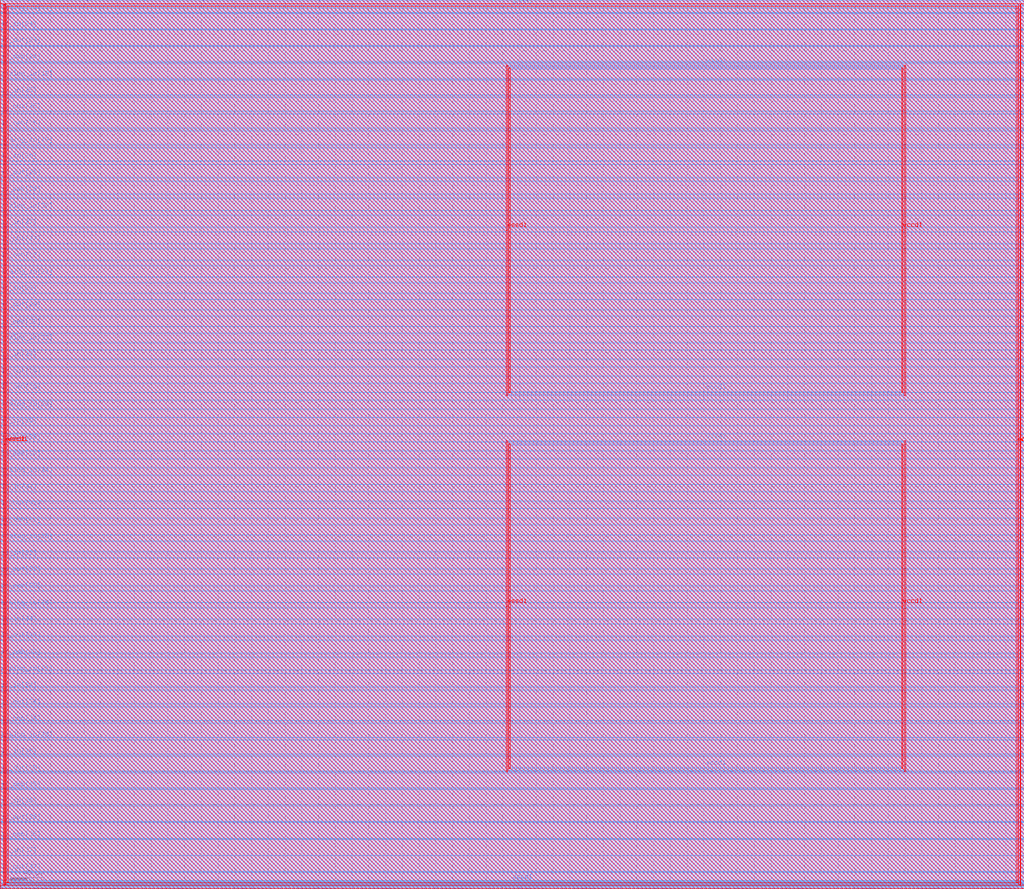
<source format=lef>
##
## LEF for PtnCells ;
## created by Innovus v20.10-p004_1 on Wed Jun  8 12:55:36 2022
##

VERSION 5.7 ;

BUSBITCHARS "[]" ;
DIVIDERCHAR "/" ;

MACRO soc_now_caravel_top
  CLASS BLOCK ;
  SIZE 1222.220000 BY 1061.140000 ;
  FOREIGN soc_now_caravel_top 0.000000 0.000000 ;
  ORIGIN 0 0 ;
  SYMMETRY X Y R90 ;
  PIN wb_clk_i
    DIRECTION INPUT ;
    USE SIGNAL ;
    PORT
      LAYER met3 ;
        RECT 2.840000 0.000000 3.140000 0.800000 ;
    END
  END wb_clk_i
  PIN wb_rst_i
    DIRECTION INPUT ;
    USE SIGNAL ;
    PORT
      LAYER met3 ;
        RECT 0.000000 2.970000 0.800000 3.270000 ;
    END
  END wb_rst_i
  PIN wbs_stb_i
    DIRECTION INPUT ;
    USE SIGNAL ;
    PORT
      LAYER met3 ;
        RECT 255.380000 0.000000 255.680000 0.800000 ;
    END
  END wbs_stb_i
  PIN wbs_cyc_i
    DIRECTION INPUT ;
    USE SIGNAL ;
    PORT
      LAYER met3 ;
        RECT 85.640000 0.000000 85.940000 0.800000 ;
    END
  END wbs_cyc_i
  PIN wbs_we_i
    DIRECTION INPUT ;
    USE SIGNAL ;
    PORT
      LAYER met3 ;
        RECT 257.680000 0.000000 257.980000 0.800000 ;
    END
  END wbs_we_i
  PIN wbs_sel_i[3]
    DIRECTION INPUT ;
    USE SIGNAL ;
    PORT
      LAYER met3 ;
        RECT 252.620000 0.000000 252.920000 0.800000 ;
    END
  END wbs_sel_i[3]
  PIN wbs_sel_i[2]
    DIRECTION INPUT ;
    USE SIGNAL ;
    PORT
      LAYER met3 ;
        RECT 250.320000 0.000000 250.620000 0.800000 ;
    END
  END wbs_sel_i[2]
  PIN wbs_sel_i[1]
    DIRECTION INPUT ;
    USE SIGNAL ;
    PORT
      LAYER met3 ;
        RECT 248.020000 0.000000 248.320000 0.800000 ;
    END
  END wbs_sel_i[1]
  PIN wbs_sel_i[0]
    DIRECTION INPUT ;
    USE SIGNAL ;
    PORT
      LAYER met3 ;
        RECT 245.260000 0.000000 245.560000 0.800000 ;
    END
  END wbs_sel_i[0]
  PIN wbs_dat_i[31]
    DIRECTION INPUT ;
    USE SIGNAL ;
    PORT
      LAYER met3 ;
        RECT 164.300000 0.000000 164.600000 0.800000 ;
    END
  END wbs_dat_i[31]
  PIN wbs_dat_i[30]
    DIRECTION INPUT ;
    USE SIGNAL ;
    PORT
      LAYER met3 ;
        RECT 162.000000 0.000000 162.300000 0.800000 ;
    END
  END wbs_dat_i[30]
  PIN wbs_dat_i[29]
    DIRECTION INPUT ;
    USE SIGNAL ;
    PORT
      LAYER met3 ;
        RECT 159.240000 0.000000 159.540000 0.800000 ;
    END
  END wbs_dat_i[29]
  PIN wbs_dat_i[28]
    DIRECTION INPUT ;
    USE SIGNAL ;
    PORT
      LAYER met3 ;
        RECT 156.940000 0.000000 157.240000 0.800000 ;
    END
  END wbs_dat_i[28]
  PIN wbs_dat_i[27]
    DIRECTION INPUT ;
    USE SIGNAL ;
    PORT
      LAYER met3 ;
        RECT 154.640000 0.000000 154.940000 0.800000 ;
    END
  END wbs_dat_i[27]
  PIN wbs_dat_i[26]
    DIRECTION INPUT ;
    USE SIGNAL ;
    PORT
      LAYER met3 ;
        RECT 151.880000 0.000000 152.180000 0.800000 ;
    END
  END wbs_dat_i[26]
  PIN wbs_dat_i[25]
    DIRECTION INPUT ;
    USE SIGNAL ;
    PORT
      LAYER met3 ;
        RECT 149.580000 0.000000 149.880000 0.800000 ;
    END
  END wbs_dat_i[25]
  PIN wbs_dat_i[24]
    DIRECTION INPUT ;
    USE SIGNAL ;
    PORT
      LAYER met3 ;
        RECT 146.820000 0.000000 147.120000 0.800000 ;
    END
  END wbs_dat_i[24]
  PIN wbs_dat_i[23]
    DIRECTION INPUT ;
    USE SIGNAL ;
    PORT
      LAYER met3 ;
        RECT 144.520000 0.000000 144.820000 0.800000 ;
    END
  END wbs_dat_i[23]
  PIN wbs_dat_i[22]
    DIRECTION INPUT ;
    USE SIGNAL ;
    PORT
      LAYER met3 ;
        RECT 142.220000 0.000000 142.520000 0.800000 ;
    END
  END wbs_dat_i[22]
  PIN wbs_dat_i[21]
    DIRECTION INPUT ;
    USE SIGNAL ;
    PORT
      LAYER met3 ;
        RECT 139.920000 0.000000 140.220000 0.800000 ;
    END
  END wbs_dat_i[21]
  PIN wbs_dat_i[20]
    DIRECTION INPUT ;
    USE SIGNAL ;
    PORT
      LAYER met3 ;
        RECT 137.160000 0.000000 137.460000 0.800000 ;
    END
  END wbs_dat_i[20]
  PIN wbs_dat_i[19]
    DIRECTION INPUT ;
    USE SIGNAL ;
    PORT
      LAYER met3 ;
        RECT 134.860000 0.000000 135.160000 0.800000 ;
    END
  END wbs_dat_i[19]
  PIN wbs_dat_i[18]
    DIRECTION INPUT ;
    USE SIGNAL ;
    PORT
      LAYER met3 ;
        RECT 132.100000 0.000000 132.400000 0.800000 ;
    END
  END wbs_dat_i[18]
  PIN wbs_dat_i[17]
    DIRECTION INPUT ;
    USE SIGNAL ;
    PORT
      LAYER met3 ;
        RECT 129.800000 0.000000 130.100000 0.800000 ;
    END
  END wbs_dat_i[17]
  PIN wbs_dat_i[16]
    DIRECTION INPUT ;
    USE SIGNAL ;
    PORT
      LAYER met3 ;
        RECT 127.500000 0.000000 127.800000 0.800000 ;
    END
  END wbs_dat_i[16]
  PIN wbs_dat_i[15]
    DIRECTION INPUT ;
    USE SIGNAL ;
    PORT
      LAYER met3 ;
        RECT 125.200000 0.000000 125.500000 0.800000 ;
    END
  END wbs_dat_i[15]
  PIN wbs_dat_i[14]
    DIRECTION INPUT ;
    USE SIGNAL ;
    PORT
      LAYER met3 ;
        RECT 122.440000 0.000000 122.740000 0.800000 ;
    END
  END wbs_dat_i[14]
  PIN wbs_dat_i[13]
    DIRECTION INPUT ;
    USE SIGNAL ;
    PORT
      LAYER met3 ;
        RECT 120.140000 0.000000 120.440000 0.800000 ;
    END
  END wbs_dat_i[13]
  PIN wbs_dat_i[12]
    DIRECTION INPUT ;
    USE SIGNAL ;
    PORT
      LAYER met3 ;
        RECT 117.840000 0.000000 118.140000 0.800000 ;
    END
  END wbs_dat_i[12]
  PIN wbs_dat_i[11]
    DIRECTION INPUT ;
    USE SIGNAL ;
    PORT
      LAYER met3 ;
        RECT 115.080000 0.000000 115.380000 0.800000 ;
    END
  END wbs_dat_i[11]
  PIN wbs_dat_i[10]
    DIRECTION INPUT ;
    USE SIGNAL ;
    PORT
      LAYER met3 ;
        RECT 112.780000 0.000000 113.080000 0.800000 ;
    END
  END wbs_dat_i[10]
  PIN wbs_dat_i[9]
    DIRECTION INPUT ;
    USE SIGNAL ;
    PORT
      LAYER met3 ;
        RECT 110.020000 0.000000 110.320000 0.800000 ;
    END
  END wbs_dat_i[9]
  PIN wbs_dat_i[8]
    DIRECTION INPUT ;
    USE SIGNAL ;
    PORT
      LAYER met3 ;
        RECT 107.720000 0.000000 108.020000 0.800000 ;
    END
  END wbs_dat_i[8]
  PIN wbs_dat_i[7]
    DIRECTION INPUT ;
    USE SIGNAL ;
    PORT
      LAYER met3 ;
        RECT 105.420000 0.000000 105.720000 0.800000 ;
    END
  END wbs_dat_i[7]
  PIN wbs_dat_i[6]
    DIRECTION INPUT ;
    USE SIGNAL ;
    PORT
      LAYER met3 ;
        RECT 102.660000 0.000000 102.960000 0.800000 ;
    END
  END wbs_dat_i[6]
  PIN wbs_dat_i[5]
    DIRECTION INPUT ;
    USE SIGNAL ;
    PORT
      LAYER met3 ;
        RECT 100.360000 0.000000 100.660000 0.800000 ;
    END
  END wbs_dat_i[5]
  PIN wbs_dat_i[4]
    DIRECTION INPUT ;
    USE SIGNAL ;
    PORT
      LAYER met3 ;
        RECT 98.060000 0.000000 98.360000 0.800000 ;
    END
  END wbs_dat_i[4]
  PIN wbs_dat_i[3]
    DIRECTION INPUT ;
    USE SIGNAL ;
    PORT
      LAYER met3 ;
        RECT 95.300000 0.000000 95.600000 0.800000 ;
    END
  END wbs_dat_i[3]
  PIN wbs_dat_i[2]
    DIRECTION INPUT ;
    USE SIGNAL ;
    PORT
      LAYER met3 ;
        RECT 93.000000 0.000000 93.300000 0.800000 ;
    END
  END wbs_dat_i[2]
  PIN wbs_dat_i[1]
    DIRECTION INPUT ;
    USE SIGNAL ;
    PORT
      LAYER met3 ;
        RECT 90.700000 0.000000 91.000000 0.800000 ;
    END
  END wbs_dat_i[1]
  PIN wbs_dat_i[0]
    DIRECTION INPUT ;
    USE SIGNAL ;
    PORT
      LAYER met3 ;
        RECT 87.940000 0.000000 88.240000 0.800000 ;
    END
  END wbs_dat_i[0]
  PIN wbs_adr_i[31]
    DIRECTION INPUT ;
    USE SIGNAL ;
    PORT
      LAYER met3 ;
        RECT 83.340000 0.000000 83.640000 0.800000 ;
    END
  END wbs_adr_i[31]
  PIN wbs_adr_i[30]
    DIRECTION INPUT ;
    USE SIGNAL ;
    PORT
      LAYER met3 ;
        RECT 80.580000 0.000000 80.880000 0.800000 ;
    END
  END wbs_adr_i[30]
  PIN wbs_adr_i[29]
    DIRECTION INPUT ;
    USE SIGNAL ;
    PORT
      LAYER met3 ;
        RECT 78.280000 0.000000 78.580000 0.800000 ;
    END
  END wbs_adr_i[29]
  PIN wbs_adr_i[28]
    DIRECTION INPUT ;
    USE SIGNAL ;
    PORT
      LAYER met3 ;
        RECT 75.980000 0.000000 76.280000 0.800000 ;
    END
  END wbs_adr_i[28]
  PIN wbs_adr_i[27]
    DIRECTION INPUT ;
    USE SIGNAL ;
    PORT
      LAYER met3 ;
        RECT 73.220000 0.000000 73.520000 0.800000 ;
    END
  END wbs_adr_i[27]
  PIN wbs_adr_i[26]
    DIRECTION INPUT ;
    USE SIGNAL ;
    PORT
      LAYER met3 ;
        RECT 70.920000 0.000000 71.220000 0.800000 ;
    END
  END wbs_adr_i[26]
  PIN wbs_adr_i[25]
    DIRECTION INPUT ;
    USE SIGNAL ;
    PORT
      LAYER met3 ;
        RECT 68.620000 0.000000 68.920000 0.800000 ;
    END
  END wbs_adr_i[25]
  PIN wbs_adr_i[24]
    DIRECTION INPUT ;
    USE SIGNAL ;
    PORT
      LAYER met3 ;
        RECT 65.860000 0.000000 66.160000 0.800000 ;
    END
  END wbs_adr_i[24]
  PIN wbs_adr_i[23]
    DIRECTION INPUT ;
    USE SIGNAL ;
    PORT
      LAYER met3 ;
        RECT 63.560000 0.000000 63.860000 0.800000 ;
    END
  END wbs_adr_i[23]
  PIN wbs_adr_i[22]
    DIRECTION INPUT ;
    USE SIGNAL ;
    PORT
      LAYER met3 ;
        RECT 60.800000 0.000000 61.100000 0.800000 ;
    END
  END wbs_adr_i[22]
  PIN wbs_adr_i[21]
    DIRECTION INPUT ;
    USE SIGNAL ;
    PORT
      LAYER met3 ;
        RECT 58.500000 0.000000 58.800000 0.800000 ;
    END
  END wbs_adr_i[21]
  PIN wbs_adr_i[20]
    DIRECTION INPUT ;
    USE SIGNAL ;
    PORT
      LAYER met3 ;
        RECT 56.200000 0.000000 56.500000 0.800000 ;
    END
  END wbs_adr_i[20]
  PIN wbs_adr_i[19]
    DIRECTION INPUT ;
    USE SIGNAL ;
    PORT
      LAYER met3 ;
        RECT 53.440000 0.000000 53.740000 0.800000 ;
    END
  END wbs_adr_i[19]
  PIN wbs_adr_i[18]
    DIRECTION INPUT ;
    USE SIGNAL ;
    PORT
      LAYER met3 ;
        RECT 51.140000 0.000000 51.440000 0.800000 ;
    END
  END wbs_adr_i[18]
  PIN wbs_adr_i[17]
    DIRECTION INPUT ;
    USE SIGNAL ;
    PORT
      LAYER met3 ;
        RECT 48.840000 0.000000 49.140000 0.800000 ;
    END
  END wbs_adr_i[17]
  PIN wbs_adr_i[16]
    DIRECTION INPUT ;
    USE SIGNAL ;
    PORT
      LAYER met3 ;
        RECT 46.080000 0.000000 46.380000 0.800000 ;
    END
  END wbs_adr_i[16]
  PIN wbs_adr_i[15]
    DIRECTION INPUT ;
    USE SIGNAL ;
    PORT
      LAYER met3 ;
        RECT 43.780000 0.000000 44.080000 0.800000 ;
    END
  END wbs_adr_i[15]
  PIN wbs_adr_i[14]
    DIRECTION INPUT ;
    USE SIGNAL ;
    PORT
      LAYER met3 ;
        RECT 41.480000 0.000000 41.780000 0.800000 ;
    END
  END wbs_adr_i[14]
  PIN wbs_adr_i[13]
    DIRECTION INPUT ;
    USE SIGNAL ;
    PORT
      LAYER met3 ;
        RECT 38.720000 0.000000 39.020000 0.800000 ;
    END
  END wbs_adr_i[13]
  PIN wbs_adr_i[12]
    DIRECTION INPUT ;
    USE SIGNAL ;
    PORT
      LAYER met3 ;
        RECT 36.420000 0.000000 36.720000 0.800000 ;
    END
  END wbs_adr_i[12]
  PIN wbs_adr_i[11]
    DIRECTION INPUT ;
    USE SIGNAL ;
    PORT
      LAYER met3 ;
        RECT 34.120000 0.000000 34.420000 0.800000 ;
    END
  END wbs_adr_i[11]
  PIN wbs_adr_i[10]
    DIRECTION INPUT ;
    USE SIGNAL ;
    PORT
      LAYER met3 ;
        RECT 31.360000 0.000000 31.660000 0.800000 ;
    END
  END wbs_adr_i[10]
  PIN wbs_adr_i[9]
    DIRECTION INPUT ;
    USE SIGNAL ;
    PORT
      LAYER met3 ;
        RECT 29.060000 0.000000 29.360000 0.800000 ;
    END
  END wbs_adr_i[9]
  PIN wbs_adr_i[8]
    DIRECTION INPUT ;
    USE SIGNAL ;
    PORT
      LAYER met3 ;
        RECT 26.760000 0.000000 27.060000 0.800000 ;
    END
  END wbs_adr_i[8]
  PIN wbs_adr_i[7]
    DIRECTION INPUT ;
    USE SIGNAL ;
    PORT
      LAYER met3 ;
        RECT 24.000000 0.000000 24.300000 0.800000 ;
    END
  END wbs_adr_i[7]
  PIN wbs_adr_i[6]
    DIRECTION INPUT ;
    USE SIGNAL ;
    PORT
      LAYER met3 ;
        RECT 21.700000 0.000000 22.000000 0.800000 ;
    END
  END wbs_adr_i[6]
  PIN wbs_adr_i[5]
    DIRECTION INPUT ;
    USE SIGNAL ;
    PORT
      LAYER met3 ;
        RECT 19.400000 0.000000 19.700000 0.800000 ;
    END
  END wbs_adr_i[5]
  PIN wbs_adr_i[4]
    DIRECTION INPUT ;
    USE SIGNAL ;
    PORT
      LAYER met3 ;
        RECT 16.640000 0.000000 16.940000 0.800000 ;
    END
  END wbs_adr_i[4]
  PIN wbs_adr_i[3]
    DIRECTION INPUT ;
    USE SIGNAL ;
    PORT
      LAYER met3 ;
        RECT 14.340000 0.000000 14.640000 0.800000 ;
    END
  END wbs_adr_i[3]
  PIN wbs_adr_i[2]
    DIRECTION INPUT ;
    USE SIGNAL ;
    PORT
      LAYER met3 ;
        RECT 12.040000 0.000000 12.340000 0.800000 ;
    END
  END wbs_adr_i[2]
  PIN wbs_adr_i[1]
    DIRECTION INPUT ;
    USE SIGNAL ;
    PORT
      LAYER met3 ;
        RECT 9.280000 0.000000 9.580000 0.800000 ;
    END
  END wbs_adr_i[1]
  PIN wbs_adr_i[0]
    DIRECTION INPUT ;
    USE SIGNAL ;
    PORT
      LAYER met3 ;
        RECT 6.980000 0.000000 7.280000 0.800000 ;
    END
  END wbs_adr_i[0]
  PIN wbs_ack_o
    DIRECTION OUTPUT ;
    USE SIGNAL ;
    PORT
      LAYER met3 ;
        RECT 4.680000 0.000000 4.980000 0.800000 ;
    END
  END wbs_ack_o
  PIN wbs_dat_o[31]
    DIRECTION OUTPUT ;
    USE SIGNAL ;
    PORT
      LAYER met3 ;
        RECT 242.960000 0.000000 243.260000 0.800000 ;
    END
  END wbs_dat_o[31]
  PIN wbs_dat_o[30]
    DIRECTION OUTPUT ;
    USE SIGNAL ;
    PORT
      LAYER met3 ;
        RECT 240.660000 0.000000 240.960000 0.800000 ;
    END
  END wbs_dat_o[30]
  PIN wbs_dat_o[29]
    DIRECTION OUTPUT ;
    USE SIGNAL ;
    PORT
      LAYER met3 ;
        RECT 237.900000 0.000000 238.200000 0.800000 ;
    END
  END wbs_dat_o[29]
  PIN wbs_dat_o[28]
    DIRECTION OUTPUT ;
    USE SIGNAL ;
    PORT
      LAYER met3 ;
        RECT 235.600000 0.000000 235.900000 0.800000 ;
    END
  END wbs_dat_o[28]
  PIN wbs_dat_o[27]
    DIRECTION OUTPUT ;
    USE SIGNAL ;
    PORT
      LAYER met3 ;
        RECT 233.300000 0.000000 233.600000 0.800000 ;
    END
  END wbs_dat_o[27]
  PIN wbs_dat_o[26]
    DIRECTION OUTPUT ;
    USE SIGNAL ;
    PORT
      LAYER met3 ;
        RECT 230.540000 0.000000 230.840000 0.800000 ;
    END
  END wbs_dat_o[26]
  PIN wbs_dat_o[25]
    DIRECTION OUTPUT ;
    USE SIGNAL ;
    PORT
      LAYER met3 ;
        RECT 228.240000 0.000000 228.540000 0.800000 ;
    END
  END wbs_dat_o[25]
  PIN wbs_dat_o[24]
    DIRECTION OUTPUT ;
    USE SIGNAL ;
    PORT
      LAYER met3 ;
        RECT 225.940000 0.000000 226.240000 0.800000 ;
    END
  END wbs_dat_o[24]
  PIN wbs_dat_o[23]
    DIRECTION OUTPUT ;
    USE SIGNAL ;
    PORT
      LAYER met3 ;
        RECT 223.180000 0.000000 223.480000 0.800000 ;
    END
  END wbs_dat_o[23]
  PIN wbs_dat_o[22]
    DIRECTION OUTPUT ;
    USE SIGNAL ;
    PORT
      LAYER met3 ;
        RECT 220.880000 0.000000 221.180000 0.800000 ;
    END
  END wbs_dat_o[22]
  PIN wbs_dat_o[21]
    DIRECTION OUTPUT ;
    USE SIGNAL ;
    PORT
      LAYER met3 ;
        RECT 218.580000 0.000000 218.880000 0.800000 ;
    END
  END wbs_dat_o[21]
  PIN wbs_dat_o[20]
    DIRECTION OUTPUT ;
    USE SIGNAL ;
    PORT
      LAYER met3 ;
        RECT 215.820000 0.000000 216.120000 0.800000 ;
    END
  END wbs_dat_o[20]
  PIN wbs_dat_o[19]
    DIRECTION OUTPUT ;
    USE SIGNAL ;
    PORT
      LAYER met3 ;
        RECT 213.520000 0.000000 213.820000 0.800000 ;
    END
  END wbs_dat_o[19]
  PIN wbs_dat_o[18]
    DIRECTION OUTPUT ;
    USE SIGNAL ;
    PORT
      LAYER met3 ;
        RECT 211.220000 0.000000 211.520000 0.800000 ;
    END
  END wbs_dat_o[18]
  PIN wbs_dat_o[17]
    DIRECTION OUTPUT ;
    USE SIGNAL ;
    PORT
      LAYER met3 ;
        RECT 208.460000 0.000000 208.760000 0.800000 ;
    END
  END wbs_dat_o[17]
  PIN wbs_dat_o[16]
    DIRECTION OUTPUT ;
    USE SIGNAL ;
    PORT
      LAYER met3 ;
        RECT 206.160000 0.000000 206.460000 0.800000 ;
    END
  END wbs_dat_o[16]
  PIN wbs_dat_o[15]
    DIRECTION OUTPUT ;
    USE SIGNAL ;
    PORT
      LAYER met3 ;
        RECT 203.400000 0.000000 203.700000 0.800000 ;
    END
  END wbs_dat_o[15]
  PIN wbs_dat_o[14]
    DIRECTION OUTPUT ;
    USE SIGNAL ;
    PORT
      LAYER met3 ;
        RECT 201.100000 0.000000 201.400000 0.800000 ;
    END
  END wbs_dat_o[14]
  PIN wbs_dat_o[13]
    DIRECTION OUTPUT ;
    USE SIGNAL ;
    PORT
      LAYER met3 ;
        RECT 198.800000 0.000000 199.100000 0.800000 ;
    END
  END wbs_dat_o[13]
  PIN wbs_dat_o[12]
    DIRECTION OUTPUT ;
    USE SIGNAL ;
    PORT
      LAYER met3 ;
        RECT 196.040000 0.000000 196.340000 0.800000 ;
    END
  END wbs_dat_o[12]
  PIN wbs_dat_o[11]
    DIRECTION OUTPUT ;
    USE SIGNAL ;
    PORT
      LAYER met3 ;
        RECT 193.740000 0.000000 194.040000 0.800000 ;
    END
  END wbs_dat_o[11]
  PIN wbs_dat_o[10]
    DIRECTION OUTPUT ;
    USE SIGNAL ;
    PORT
      LAYER met3 ;
        RECT 191.440000 0.000000 191.740000 0.800000 ;
    END
  END wbs_dat_o[10]
  PIN wbs_dat_o[9]
    DIRECTION OUTPUT ;
    USE SIGNAL ;
    PORT
      LAYER met3 ;
        RECT 189.140000 0.000000 189.440000 0.800000 ;
    END
  END wbs_dat_o[9]
  PIN wbs_dat_o[8]
    DIRECTION OUTPUT ;
    USE SIGNAL ;
    PORT
      LAYER met3 ;
        RECT 186.380000 0.000000 186.680000 0.800000 ;
    END
  END wbs_dat_o[8]
  PIN wbs_dat_o[7]
    DIRECTION OUTPUT ;
    USE SIGNAL ;
    PORT
      LAYER met3 ;
        RECT 184.080000 0.000000 184.380000 0.800000 ;
    END
  END wbs_dat_o[7]
  PIN wbs_dat_o[6]
    DIRECTION OUTPUT ;
    USE SIGNAL ;
    PORT
      LAYER met3 ;
        RECT 181.320000 0.000000 181.620000 0.800000 ;
    END
  END wbs_dat_o[6]
  PIN wbs_dat_o[5]
    DIRECTION OUTPUT ;
    USE SIGNAL ;
    PORT
      LAYER met3 ;
        RECT 179.020000 0.000000 179.320000 0.800000 ;
    END
  END wbs_dat_o[5]
  PIN wbs_dat_o[4]
    DIRECTION OUTPUT ;
    USE SIGNAL ;
    PORT
      LAYER met3 ;
        RECT 176.720000 0.000000 177.020000 0.800000 ;
    END
  END wbs_dat_o[4]
  PIN wbs_dat_o[3]
    DIRECTION OUTPUT ;
    USE SIGNAL ;
    PORT
      LAYER met3 ;
        RECT 173.960000 0.000000 174.260000 0.800000 ;
    END
  END wbs_dat_o[3]
  PIN wbs_dat_o[2]
    DIRECTION OUTPUT ;
    USE SIGNAL ;
    PORT
      LAYER met3 ;
        RECT 171.660000 0.000000 171.960000 0.800000 ;
    END
  END wbs_dat_o[2]
  PIN wbs_dat_o[1]
    DIRECTION OUTPUT ;
    USE SIGNAL ;
    PORT
      LAYER met3 ;
        RECT 169.360000 0.000000 169.660000 0.800000 ;
    END
  END wbs_dat_o[1]
  PIN wbs_dat_o[0]
    DIRECTION OUTPUT ;
    USE SIGNAL ;
    PORT
      LAYER met3 ;
        RECT 166.600000 0.000000 166.900000 0.800000 ;
    END
  END wbs_dat_o[0]
  PIN la_data_in[127]
    DIRECTION INPUT ;
    USE SIGNAL ;
    PORT
      LAYER met3 ;
        RECT 572.320000 0.000000 572.620000 0.800000 ;
    END
  END la_data_in[127]
  PIN la_data_in[126]
    DIRECTION INPUT ;
    USE SIGNAL ;
    PORT
      LAYER met3 ;
        RECT 570.020000 0.000000 570.320000 0.800000 ;
    END
  END la_data_in[126]
  PIN la_data_in[125]
    DIRECTION INPUT ;
    USE SIGNAL ;
    PORT
      LAYER met3 ;
        RECT 567.720000 0.000000 568.020000 0.800000 ;
    END
  END la_data_in[125]
  PIN la_data_in[124]
    DIRECTION INPUT ;
    USE SIGNAL ;
    PORT
      LAYER met3 ;
        RECT 564.960000 0.000000 565.260000 0.800000 ;
    END
  END la_data_in[124]
  PIN la_data_in[123]
    DIRECTION INPUT ;
    USE SIGNAL ;
    PORT
      LAYER met3 ;
        RECT 562.660000 0.000000 562.960000 0.800000 ;
    END
  END la_data_in[123]
  PIN la_data_in[122]
    DIRECTION INPUT ;
    USE SIGNAL ;
    PORT
      LAYER met3 ;
        RECT 559.900000 0.000000 560.200000 0.800000 ;
    END
  END la_data_in[122]
  PIN la_data_in[121]
    DIRECTION INPUT ;
    USE SIGNAL ;
    PORT
      LAYER met3 ;
        RECT 557.600000 0.000000 557.900000 0.800000 ;
    END
  END la_data_in[121]
  PIN la_data_in[120]
    DIRECTION INPUT ;
    USE SIGNAL ;
    PORT
      LAYER met3 ;
        RECT 555.300000 0.000000 555.600000 0.800000 ;
    END
  END la_data_in[120]
  PIN la_data_in[119]
    DIRECTION INPUT ;
    USE SIGNAL ;
    PORT
      LAYER met3 ;
        RECT 553.000000 0.000000 553.300000 0.800000 ;
    END
  END la_data_in[119]
  PIN la_data_in[118]
    DIRECTION INPUT ;
    USE SIGNAL ;
    PORT
      LAYER met3 ;
        RECT 550.240000 0.000000 550.540000 0.800000 ;
    END
  END la_data_in[118]
  PIN la_data_in[117]
    DIRECTION INPUT ;
    USE SIGNAL ;
    PORT
      LAYER met3 ;
        RECT 547.940000 0.000000 548.240000 0.800000 ;
    END
  END la_data_in[117]
  PIN la_data_in[116]
    DIRECTION INPUT ;
    USE SIGNAL ;
    PORT
      LAYER met3 ;
        RECT 545.640000 0.000000 545.940000 0.800000 ;
    END
  END la_data_in[116]
  PIN la_data_in[115]
    DIRECTION INPUT ;
    USE SIGNAL ;
    PORT
      LAYER met3 ;
        RECT 542.880000 0.000000 543.180000 0.800000 ;
    END
  END la_data_in[115]
  PIN la_data_in[114]
    DIRECTION INPUT ;
    USE SIGNAL ;
    PORT
      LAYER met3 ;
        RECT 540.580000 0.000000 540.880000 0.800000 ;
    END
  END la_data_in[114]
  PIN la_data_in[113]
    DIRECTION INPUT ;
    USE SIGNAL ;
    PORT
      LAYER met3 ;
        RECT 537.820000 0.000000 538.120000 0.800000 ;
    END
  END la_data_in[113]
  PIN la_data_in[112]
    DIRECTION INPUT ;
    USE SIGNAL ;
    PORT
      LAYER met3 ;
        RECT 535.520000 0.000000 535.820000 0.800000 ;
    END
  END la_data_in[112]
  PIN la_data_in[111]
    DIRECTION INPUT ;
    USE SIGNAL ;
    PORT
      LAYER met3 ;
        RECT 533.220000 0.000000 533.520000 0.800000 ;
    END
  END la_data_in[111]
  PIN la_data_in[110]
    DIRECTION INPUT ;
    USE SIGNAL ;
    PORT
      LAYER met3 ;
        RECT 530.460000 0.000000 530.760000 0.800000 ;
    END
  END la_data_in[110]
  PIN la_data_in[109]
    DIRECTION INPUT ;
    USE SIGNAL ;
    PORT
      LAYER met3 ;
        RECT 528.160000 0.000000 528.460000 0.800000 ;
    END
  END la_data_in[109]
  PIN la_data_in[108]
    DIRECTION INPUT ;
    USE SIGNAL ;
    PORT
      LAYER met3 ;
        RECT 525.860000 0.000000 526.160000 0.800000 ;
    END
  END la_data_in[108]
  PIN la_data_in[107]
    DIRECTION INPUT ;
    USE SIGNAL ;
    PORT
      LAYER met3 ;
        RECT 523.100000 0.000000 523.400000 0.800000 ;
    END
  END la_data_in[107]
  PIN la_data_in[106]
    DIRECTION INPUT ;
    USE SIGNAL ;
    PORT
      LAYER met3 ;
        RECT 520.800000 0.000000 521.100000 0.800000 ;
    END
  END la_data_in[106]
  PIN la_data_in[105]
    DIRECTION INPUT ;
    USE SIGNAL ;
    PORT
      LAYER met3 ;
        RECT 518.500000 0.000000 518.800000 0.800000 ;
    END
  END la_data_in[105]
  PIN la_data_in[104]
    DIRECTION INPUT ;
    USE SIGNAL ;
    PORT
      LAYER met3 ;
        RECT 515.740000 0.000000 516.040000 0.800000 ;
    END
  END la_data_in[104]
  PIN la_data_in[103]
    DIRECTION INPUT ;
    USE SIGNAL ;
    PORT
      LAYER met3 ;
        RECT 513.440000 0.000000 513.740000 0.800000 ;
    END
  END la_data_in[103]
  PIN la_data_in[102]
    DIRECTION INPUT ;
    USE SIGNAL ;
    PORT
      LAYER met3 ;
        RECT 511.140000 0.000000 511.440000 0.800000 ;
    END
  END la_data_in[102]
  PIN la_data_in[101]
    DIRECTION INPUT ;
    USE SIGNAL ;
    PORT
      LAYER met3 ;
        RECT 508.380000 0.000000 508.680000 0.800000 ;
    END
  END la_data_in[101]
  PIN la_data_in[100]
    DIRECTION INPUT ;
    USE SIGNAL ;
    PORT
      LAYER met3 ;
        RECT 506.080000 0.000000 506.380000 0.800000 ;
    END
  END la_data_in[100]
  PIN la_data_in[99]
    DIRECTION INPUT ;
    USE SIGNAL ;
    PORT
      LAYER met3 ;
        RECT 503.780000 0.000000 504.080000 0.800000 ;
    END
  END la_data_in[99]
  PIN la_data_in[98]
    DIRECTION INPUT ;
    USE SIGNAL ;
    PORT
      LAYER met3 ;
        RECT 501.020000 0.000000 501.320000 0.800000 ;
    END
  END la_data_in[98]
  PIN la_data_in[97]
    DIRECTION INPUT ;
    USE SIGNAL ;
    PORT
      LAYER met3 ;
        RECT 498.720000 0.000000 499.020000 0.800000 ;
    END
  END la_data_in[97]
  PIN la_data_in[96]
    DIRECTION INPUT ;
    USE SIGNAL ;
    PORT
      LAYER met3 ;
        RECT 496.420000 0.000000 496.720000 0.800000 ;
    END
  END la_data_in[96]
  PIN la_data_in[95]
    DIRECTION INPUT ;
    USE SIGNAL ;
    PORT
      LAYER met3 ;
        RECT 493.660000 0.000000 493.960000 0.800000 ;
    END
  END la_data_in[95]
  PIN la_data_in[94]
    DIRECTION INPUT ;
    USE SIGNAL ;
    PORT
      LAYER met3 ;
        RECT 491.360000 0.000000 491.660000 0.800000 ;
    END
  END la_data_in[94]
  PIN la_data_in[93]
    DIRECTION INPUT ;
    USE SIGNAL ;
    PORT
      LAYER met3 ;
        RECT 489.060000 0.000000 489.360000 0.800000 ;
    END
  END la_data_in[93]
  PIN la_data_in[92]
    DIRECTION INPUT ;
    USE SIGNAL ;
    PORT
      LAYER met3 ;
        RECT 486.300000 0.000000 486.600000 0.800000 ;
    END
  END la_data_in[92]
  PIN la_data_in[91]
    DIRECTION INPUT ;
    USE SIGNAL ;
    PORT
      LAYER met3 ;
        RECT 484.000000 0.000000 484.300000 0.800000 ;
    END
  END la_data_in[91]
  PIN la_data_in[90]
    DIRECTION INPUT ;
    USE SIGNAL ;
    PORT
      LAYER met3 ;
        RECT 481.700000 0.000000 482.000000 0.800000 ;
    END
  END la_data_in[90]
  PIN la_data_in[89]
    DIRECTION INPUT ;
    USE SIGNAL ;
    PORT
      LAYER met3 ;
        RECT 478.940000 0.000000 479.240000 0.800000 ;
    END
  END la_data_in[89]
  PIN la_data_in[88]
    DIRECTION INPUT ;
    USE SIGNAL ;
    PORT
      LAYER met3 ;
        RECT 476.640000 0.000000 476.940000 0.800000 ;
    END
  END la_data_in[88]
  PIN la_data_in[87]
    DIRECTION INPUT ;
    USE SIGNAL ;
    PORT
      LAYER met3 ;
        RECT 474.340000 0.000000 474.640000 0.800000 ;
    END
  END la_data_in[87]
  PIN la_data_in[86]
    DIRECTION INPUT ;
    USE SIGNAL ;
    PORT
      LAYER met3 ;
        RECT 471.580000 0.000000 471.880000 0.800000 ;
    END
  END la_data_in[86]
  PIN la_data_in[85]
    DIRECTION INPUT ;
    USE SIGNAL ;
    PORT
      LAYER met3 ;
        RECT 469.280000 0.000000 469.580000 0.800000 ;
    END
  END la_data_in[85]
  PIN la_data_in[84]
    DIRECTION INPUT ;
    USE SIGNAL ;
    PORT
      LAYER met3 ;
        RECT 466.520000 0.000000 466.820000 0.800000 ;
    END
  END la_data_in[84]
  PIN la_data_in[83]
    DIRECTION INPUT ;
    USE SIGNAL ;
    PORT
      LAYER met3 ;
        RECT 464.220000 0.000000 464.520000 0.800000 ;
    END
  END la_data_in[83]
  PIN la_data_in[82]
    DIRECTION INPUT ;
    USE SIGNAL ;
    PORT
      LAYER met3 ;
        RECT 461.920000 0.000000 462.220000 0.800000 ;
    END
  END la_data_in[82]
  PIN la_data_in[81]
    DIRECTION INPUT ;
    USE SIGNAL ;
    PORT
      LAYER met3 ;
        RECT 459.160000 0.000000 459.460000 0.800000 ;
    END
  END la_data_in[81]
  PIN la_data_in[80]
    DIRECTION INPUT ;
    USE SIGNAL ;
    PORT
      LAYER met3 ;
        RECT 456.860000 0.000000 457.160000 0.800000 ;
    END
  END la_data_in[80]
  PIN la_data_in[79]
    DIRECTION INPUT ;
    USE SIGNAL ;
    PORT
      LAYER met3 ;
        RECT 454.560000 0.000000 454.860000 0.800000 ;
    END
  END la_data_in[79]
  PIN la_data_in[78]
    DIRECTION INPUT ;
    USE SIGNAL ;
    PORT
      LAYER met3 ;
        RECT 451.800000 0.000000 452.100000 0.800000 ;
    END
  END la_data_in[78]
  PIN la_data_in[77]
    DIRECTION INPUT ;
    USE SIGNAL ;
    PORT
      LAYER met3 ;
        RECT 449.500000 0.000000 449.800000 0.800000 ;
    END
  END la_data_in[77]
  PIN la_data_in[76]
    DIRECTION INPUT ;
    USE SIGNAL ;
    PORT
      LAYER met3 ;
        RECT 447.200000 0.000000 447.500000 0.800000 ;
    END
  END la_data_in[76]
  PIN la_data_in[75]
    DIRECTION INPUT ;
    USE SIGNAL ;
    PORT
      LAYER met3 ;
        RECT 444.440000 0.000000 444.740000 0.800000 ;
    END
  END la_data_in[75]
  PIN la_data_in[74]
    DIRECTION INPUT ;
    USE SIGNAL ;
    PORT
      LAYER met3 ;
        RECT 442.140000 0.000000 442.440000 0.800000 ;
    END
  END la_data_in[74]
  PIN la_data_in[73]
    DIRECTION INPUT ;
    USE SIGNAL ;
    PORT
      LAYER met3 ;
        RECT 439.840000 0.000000 440.140000 0.800000 ;
    END
  END la_data_in[73]
  PIN la_data_in[72]
    DIRECTION INPUT ;
    USE SIGNAL ;
    PORT
      LAYER met3 ;
        RECT 437.080000 0.000000 437.380000 0.800000 ;
    END
  END la_data_in[72]
  PIN la_data_in[71]
    DIRECTION INPUT ;
    USE SIGNAL ;
    PORT
      LAYER met3 ;
        RECT 434.780000 0.000000 435.080000 0.800000 ;
    END
  END la_data_in[71]
  PIN la_data_in[70]
    DIRECTION INPUT ;
    USE SIGNAL ;
    PORT
      LAYER met3 ;
        RECT 432.480000 0.000000 432.780000 0.800000 ;
    END
  END la_data_in[70]
  PIN la_data_in[69]
    DIRECTION INPUT ;
    USE SIGNAL ;
    PORT
      LAYER met3 ;
        RECT 429.720000 0.000000 430.020000 0.800000 ;
    END
  END la_data_in[69]
  PIN la_data_in[68]
    DIRECTION INPUT ;
    USE SIGNAL ;
    PORT
      LAYER met3 ;
        RECT 427.420000 0.000000 427.720000 0.800000 ;
    END
  END la_data_in[68]
  PIN la_data_in[67]
    DIRECTION INPUT ;
    USE SIGNAL ;
    PORT
      LAYER met3 ;
        RECT 425.120000 0.000000 425.420000 0.800000 ;
    END
  END la_data_in[67]
  PIN la_data_in[66]
    DIRECTION INPUT ;
    USE SIGNAL ;
    PORT
      LAYER met3 ;
        RECT 422.360000 0.000000 422.660000 0.800000 ;
    END
  END la_data_in[66]
  PIN la_data_in[65]
    DIRECTION INPUT ;
    USE SIGNAL ;
    PORT
      LAYER met3 ;
        RECT 420.060000 0.000000 420.360000 0.800000 ;
    END
  END la_data_in[65]
  PIN la_data_in[64]
    DIRECTION INPUT ;
    USE SIGNAL ;
    PORT
      LAYER met3 ;
        RECT 417.300000 0.000000 417.600000 0.800000 ;
    END
  END la_data_in[64]
  PIN la_data_in[63]
    DIRECTION INPUT ;
    USE SIGNAL ;
    PORT
      LAYER met3 ;
        RECT 415.000000 0.000000 415.300000 0.800000 ;
    END
  END la_data_in[63]
  PIN la_data_in[62]
    DIRECTION INPUT ;
    USE SIGNAL ;
    PORT
      LAYER met3 ;
        RECT 412.700000 0.000000 413.000000 0.800000 ;
    END
  END la_data_in[62]
  PIN la_data_in[61]
    DIRECTION INPUT ;
    USE SIGNAL ;
    PORT
      LAYER met3 ;
        RECT 409.940000 0.000000 410.240000 0.800000 ;
    END
  END la_data_in[61]
  PIN la_data_in[60]
    DIRECTION INPUT ;
    USE SIGNAL ;
    PORT
      LAYER met3 ;
        RECT 407.640000 0.000000 407.940000 0.800000 ;
    END
  END la_data_in[60]
  PIN la_data_in[59]
    DIRECTION INPUT ;
    USE SIGNAL ;
    PORT
      LAYER met3 ;
        RECT 405.340000 0.000000 405.640000 0.800000 ;
    END
  END la_data_in[59]
  PIN la_data_in[58]
    DIRECTION INPUT ;
    USE SIGNAL ;
    PORT
      LAYER met3 ;
        RECT 403.040000 0.000000 403.340000 0.800000 ;
    END
  END la_data_in[58]
  PIN la_data_in[57]
    DIRECTION INPUT ;
    USE SIGNAL ;
    PORT
      LAYER met3 ;
        RECT 400.280000 0.000000 400.580000 0.800000 ;
    END
  END la_data_in[57]
  PIN la_data_in[56]
    DIRECTION INPUT ;
    USE SIGNAL ;
    PORT
      LAYER met3 ;
        RECT 397.980000 0.000000 398.280000 0.800000 ;
    END
  END la_data_in[56]
  PIN la_data_in[55]
    DIRECTION INPUT ;
    USE SIGNAL ;
    PORT
      LAYER met3 ;
        RECT 395.220000 0.000000 395.520000 0.800000 ;
    END
  END la_data_in[55]
  PIN la_data_in[54]
    DIRECTION INPUT ;
    USE SIGNAL ;
    PORT
      LAYER met3 ;
        RECT 392.920000 0.000000 393.220000 0.800000 ;
    END
  END la_data_in[54]
  PIN la_data_in[53]
    DIRECTION INPUT ;
    USE SIGNAL ;
    PORT
      LAYER met3 ;
        RECT 390.620000 0.000000 390.920000 0.800000 ;
    END
  END la_data_in[53]
  PIN la_data_in[52]
    DIRECTION INPUT ;
    USE SIGNAL ;
    PORT
      LAYER met3 ;
        RECT 387.860000 0.000000 388.160000 0.800000 ;
    END
  END la_data_in[52]
  PIN la_data_in[51]
    DIRECTION INPUT ;
    USE SIGNAL ;
    PORT
      LAYER met3 ;
        RECT 385.560000 0.000000 385.860000 0.800000 ;
    END
  END la_data_in[51]
  PIN la_data_in[50]
    DIRECTION INPUT ;
    USE SIGNAL ;
    PORT
      LAYER met3 ;
        RECT 383.260000 0.000000 383.560000 0.800000 ;
    END
  END la_data_in[50]
  PIN la_data_in[49]
    DIRECTION INPUT ;
    USE SIGNAL ;
    PORT
      LAYER met3 ;
        RECT 380.500000 0.000000 380.800000 0.800000 ;
    END
  END la_data_in[49]
  PIN la_data_in[48]
    DIRECTION INPUT ;
    USE SIGNAL ;
    PORT
      LAYER met3 ;
        RECT 378.200000 0.000000 378.500000 0.800000 ;
    END
  END la_data_in[48]
  PIN la_data_in[47]
    DIRECTION INPUT ;
    USE SIGNAL ;
    PORT
      LAYER met3 ;
        RECT 375.900000 0.000000 376.200000 0.800000 ;
    END
  END la_data_in[47]
  PIN la_data_in[46]
    DIRECTION INPUT ;
    USE SIGNAL ;
    PORT
      LAYER met3 ;
        RECT 373.140000 0.000000 373.440000 0.800000 ;
    END
  END la_data_in[46]
  PIN la_data_in[45]
    DIRECTION INPUT ;
    USE SIGNAL ;
    PORT
      LAYER met3 ;
        RECT 370.840000 0.000000 371.140000 0.800000 ;
    END
  END la_data_in[45]
  PIN la_data_in[44]
    DIRECTION INPUT ;
    USE SIGNAL ;
    PORT
      LAYER met3 ;
        RECT 368.540000 0.000000 368.840000 0.800000 ;
    END
  END la_data_in[44]
  PIN la_data_in[43]
    DIRECTION INPUT ;
    USE SIGNAL ;
    PORT
      LAYER met3 ;
        RECT 365.780000 0.000000 366.080000 0.800000 ;
    END
  END la_data_in[43]
  PIN la_data_in[42]
    DIRECTION INPUT ;
    USE SIGNAL ;
    PORT
      LAYER met3 ;
        RECT 363.480000 0.000000 363.780000 0.800000 ;
    END
  END la_data_in[42]
  PIN la_data_in[41]
    DIRECTION INPUT ;
    USE SIGNAL ;
    PORT
      LAYER met3 ;
        RECT 361.180000 0.000000 361.480000 0.800000 ;
    END
  END la_data_in[41]
  PIN la_data_in[40]
    DIRECTION INPUT ;
    USE SIGNAL ;
    PORT
      LAYER met3 ;
        RECT 358.420000 0.000000 358.720000 0.800000 ;
    END
  END la_data_in[40]
  PIN la_data_in[39]
    DIRECTION INPUT ;
    USE SIGNAL ;
    PORT
      LAYER met3 ;
        RECT 356.120000 0.000000 356.420000 0.800000 ;
    END
  END la_data_in[39]
  PIN la_data_in[38]
    DIRECTION INPUT ;
    USE SIGNAL ;
    PORT
      LAYER met3 ;
        RECT 353.820000 0.000000 354.120000 0.800000 ;
    END
  END la_data_in[38]
  PIN la_data_in[37]
    DIRECTION INPUT ;
    USE SIGNAL ;
    PORT
      LAYER met3 ;
        RECT 351.060000 0.000000 351.360000 0.800000 ;
    END
  END la_data_in[37]
  PIN la_data_in[36]
    DIRECTION INPUT ;
    USE SIGNAL ;
    PORT
      LAYER met3 ;
        RECT 348.760000 0.000000 349.060000 0.800000 ;
    END
  END la_data_in[36]
  PIN la_data_in[35]
    DIRECTION INPUT ;
    USE SIGNAL ;
    PORT
      LAYER met3 ;
        RECT 346.000000 0.000000 346.300000 0.800000 ;
    END
  END la_data_in[35]
  PIN la_data_in[34]
    DIRECTION INPUT ;
    USE SIGNAL ;
    PORT
      LAYER met3 ;
        RECT 343.700000 0.000000 344.000000 0.800000 ;
    END
  END la_data_in[34]
  PIN la_data_in[33]
    DIRECTION INPUT ;
    USE SIGNAL ;
    PORT
      LAYER met3 ;
        RECT 341.400000 0.000000 341.700000 0.800000 ;
    END
  END la_data_in[33]
  PIN la_data_in[32]
    DIRECTION INPUT ;
    USE SIGNAL ;
    PORT
      LAYER met3 ;
        RECT 339.100000 0.000000 339.400000 0.800000 ;
    END
  END la_data_in[32]
  PIN la_data_in[31]
    DIRECTION INPUT ;
    USE SIGNAL ;
    PORT
      LAYER met3 ;
        RECT 336.340000 0.000000 336.640000 0.800000 ;
    END
  END la_data_in[31]
  PIN la_data_in[30]
    DIRECTION INPUT ;
    USE SIGNAL ;
    PORT
      LAYER met3 ;
        RECT 334.040000 0.000000 334.340000 0.800000 ;
    END
  END la_data_in[30]
  PIN la_data_in[29]
    DIRECTION INPUT ;
    USE SIGNAL ;
    PORT
      LAYER met3 ;
        RECT 331.740000 0.000000 332.040000 0.800000 ;
    END
  END la_data_in[29]
  PIN la_data_in[28]
    DIRECTION INPUT ;
    USE SIGNAL ;
    PORT
      LAYER met3 ;
        RECT 328.980000 0.000000 329.280000 0.800000 ;
    END
  END la_data_in[28]
  PIN la_data_in[27]
    DIRECTION INPUT ;
    USE SIGNAL ;
    PORT
      LAYER met3 ;
        RECT 326.680000 0.000000 326.980000 0.800000 ;
    END
  END la_data_in[27]
  PIN la_data_in[26]
    DIRECTION INPUT ;
    USE SIGNAL ;
    PORT
      LAYER met3 ;
        RECT 323.920000 0.000000 324.220000 0.800000 ;
    END
  END la_data_in[26]
  PIN la_data_in[25]
    DIRECTION INPUT ;
    USE SIGNAL ;
    PORT
      LAYER met3 ;
        RECT 321.620000 0.000000 321.920000 0.800000 ;
    END
  END la_data_in[25]
  PIN la_data_in[24]
    DIRECTION INPUT ;
    USE SIGNAL ;
    PORT
      LAYER met3 ;
        RECT 319.320000 0.000000 319.620000 0.800000 ;
    END
  END la_data_in[24]
  PIN la_data_in[23]
    DIRECTION INPUT ;
    USE SIGNAL ;
    PORT
      LAYER met3 ;
        RECT 316.560000 0.000000 316.860000 0.800000 ;
    END
  END la_data_in[23]
  PIN la_data_in[22]
    DIRECTION INPUT ;
    USE SIGNAL ;
    PORT
      LAYER met3 ;
        RECT 314.260000 0.000000 314.560000 0.800000 ;
    END
  END la_data_in[22]
  PIN la_data_in[21]
    DIRECTION INPUT ;
    USE SIGNAL ;
    PORT
      LAYER met3 ;
        RECT 311.960000 0.000000 312.260000 0.800000 ;
    END
  END la_data_in[21]
  PIN la_data_in[20]
    DIRECTION INPUT ;
    USE SIGNAL ;
    PORT
      LAYER met3 ;
        RECT 309.200000 0.000000 309.500000 0.800000 ;
    END
  END la_data_in[20]
  PIN la_data_in[19]
    DIRECTION INPUT ;
    USE SIGNAL ;
    PORT
      LAYER met3 ;
        RECT 306.900000 0.000000 307.200000 0.800000 ;
    END
  END la_data_in[19]
  PIN la_data_in[18]
    DIRECTION INPUT ;
    USE SIGNAL ;
    PORT
      LAYER met3 ;
        RECT 304.600000 0.000000 304.900000 0.800000 ;
    END
  END la_data_in[18]
  PIN la_data_in[17]
    DIRECTION INPUT ;
    USE SIGNAL ;
    PORT
      LAYER met3 ;
        RECT 301.840000 0.000000 302.140000 0.800000 ;
    END
  END la_data_in[17]
  PIN la_data_in[16]
    DIRECTION INPUT ;
    USE SIGNAL ;
    PORT
      LAYER met3 ;
        RECT 299.540000 0.000000 299.840000 0.800000 ;
    END
  END la_data_in[16]
  PIN la_data_in[15]
    DIRECTION INPUT ;
    USE SIGNAL ;
    PORT
      LAYER met3 ;
        RECT 297.240000 0.000000 297.540000 0.800000 ;
    END
  END la_data_in[15]
  PIN la_data_in[14]
    DIRECTION INPUT ;
    USE SIGNAL ;
    PORT
      LAYER met3 ;
        RECT 294.480000 0.000000 294.780000 0.800000 ;
    END
  END la_data_in[14]
  PIN la_data_in[13]
    DIRECTION INPUT ;
    USE SIGNAL ;
    PORT
      LAYER met3 ;
        RECT 292.180000 0.000000 292.480000 0.800000 ;
    END
  END la_data_in[13]
  PIN la_data_in[12]
    DIRECTION INPUT ;
    USE SIGNAL ;
    PORT
      LAYER met3 ;
        RECT 289.880000 0.000000 290.180000 0.800000 ;
    END
  END la_data_in[12]
  PIN la_data_in[11]
    DIRECTION INPUT ;
    USE SIGNAL ;
    PORT
      LAYER met3 ;
        RECT 287.120000 0.000000 287.420000 0.800000 ;
    END
  END la_data_in[11]
  PIN la_data_in[10]
    DIRECTION INPUT ;
    USE SIGNAL ;
    PORT
      LAYER met3 ;
        RECT 284.820000 0.000000 285.120000 0.800000 ;
    END
  END la_data_in[10]
  PIN la_data_in[9]
    DIRECTION INPUT ;
    USE SIGNAL ;
    PORT
      LAYER met3 ;
        RECT 282.520000 0.000000 282.820000 0.800000 ;
    END
  END la_data_in[9]
  PIN la_data_in[8]
    DIRECTION INPUT ;
    USE SIGNAL ;
    PORT
      LAYER met3 ;
        RECT 279.760000 0.000000 280.060000 0.800000 ;
    END
  END la_data_in[8]
  PIN la_data_in[7]
    DIRECTION INPUT ;
    USE SIGNAL ;
    PORT
      LAYER met3 ;
        RECT 277.460000 0.000000 277.760000 0.800000 ;
    END
  END la_data_in[7]
  PIN la_data_in[6]
    DIRECTION INPUT ;
    USE SIGNAL ;
    PORT
      LAYER met3 ;
        RECT 274.700000 0.000000 275.000000 0.800000 ;
    END
  END la_data_in[6]
  PIN la_data_in[5]
    DIRECTION INPUT ;
    USE SIGNAL ;
    PORT
      LAYER met3 ;
        RECT 272.400000 0.000000 272.700000 0.800000 ;
    END
  END la_data_in[5]
  PIN la_data_in[4]
    DIRECTION INPUT ;
    USE SIGNAL ;
    PORT
      LAYER met3 ;
        RECT 270.100000 0.000000 270.400000 0.800000 ;
    END
  END la_data_in[4]
  PIN la_data_in[3]
    DIRECTION INPUT ;
    USE SIGNAL ;
    PORT
      LAYER met3 ;
        RECT 267.340000 0.000000 267.640000 0.800000 ;
    END
  END la_data_in[3]
  PIN la_data_in[2]
    DIRECTION INPUT ;
    USE SIGNAL ;
    PORT
      LAYER met3 ;
        RECT 265.040000 0.000000 265.340000 0.800000 ;
    END
  END la_data_in[2]
  PIN la_data_in[1]
    DIRECTION INPUT ;
    USE SIGNAL ;
    PORT
      LAYER met3 ;
        RECT 262.740000 0.000000 263.040000 0.800000 ;
    END
  END la_data_in[1]
  PIN la_data_in[0]
    DIRECTION INPUT ;
    USE SIGNAL ;
    PORT
      LAYER met3 ;
        RECT 259.980000 0.000000 260.280000 0.800000 ;
    END
  END la_data_in[0]
  PIN la_data_out[127]
    DIRECTION OUTPUT ;
    USE SIGNAL ;
    PORT
      LAYER met3 ;
        RECT 886.960000 0.000000 887.260000 0.800000 ;
    END
  END la_data_out[127]
  PIN la_data_out[126]
    DIRECTION OUTPUT ;
    USE SIGNAL ;
    PORT
      LAYER met3 ;
        RECT 884.660000 0.000000 884.960000 0.800000 ;
    END
  END la_data_out[126]
  PIN la_data_out[125]
    DIRECTION OUTPUT ;
    USE SIGNAL ;
    PORT
      LAYER met3 ;
        RECT 882.360000 0.000000 882.660000 0.800000 ;
    END
  END la_data_out[125]
  PIN la_data_out[124]
    DIRECTION OUTPUT ;
    USE SIGNAL ;
    PORT
      LAYER met3 ;
        RECT 879.600000 0.000000 879.900000 0.800000 ;
    END
  END la_data_out[124]
  PIN la_data_out[123]
    DIRECTION OUTPUT ;
    USE SIGNAL ;
    PORT
      LAYER met3 ;
        RECT 877.300000 0.000000 877.600000 0.800000 ;
    END
  END la_data_out[123]
  PIN la_data_out[122]
    DIRECTION OUTPUT ;
    USE SIGNAL ;
    PORT
      LAYER met3 ;
        RECT 875.000000 0.000000 875.300000 0.800000 ;
    END
  END la_data_out[122]
  PIN la_data_out[121]
    DIRECTION OUTPUT ;
    USE SIGNAL ;
    PORT
      LAYER met3 ;
        RECT 872.240000 0.000000 872.540000 0.800000 ;
    END
  END la_data_out[121]
  PIN la_data_out[120]
    DIRECTION OUTPUT ;
    USE SIGNAL ;
    PORT
      LAYER met3 ;
        RECT 869.940000 0.000000 870.240000 0.800000 ;
    END
  END la_data_out[120]
  PIN la_data_out[119]
    DIRECTION OUTPUT ;
    USE SIGNAL ;
    PORT
      LAYER met3 ;
        RECT 867.640000 0.000000 867.940000 0.800000 ;
    END
  END la_data_out[119]
  PIN la_data_out[118]
    DIRECTION OUTPUT ;
    USE SIGNAL ;
    PORT
      LAYER met3 ;
        RECT 864.880000 0.000000 865.180000 0.800000 ;
    END
  END la_data_out[118]
  PIN la_data_out[117]
    DIRECTION OUTPUT ;
    USE SIGNAL ;
    PORT
      LAYER met3 ;
        RECT 862.580000 0.000000 862.880000 0.800000 ;
    END
  END la_data_out[117]
  PIN la_data_out[116]
    DIRECTION OUTPUT ;
    USE SIGNAL ;
    PORT
      LAYER met3 ;
        RECT 860.280000 0.000000 860.580000 0.800000 ;
    END
  END la_data_out[116]
  PIN la_data_out[115]
    DIRECTION OUTPUT ;
    USE SIGNAL ;
    PORT
      LAYER met3 ;
        RECT 857.520000 0.000000 857.820000 0.800000 ;
    END
  END la_data_out[115]
  PIN la_data_out[114]
    DIRECTION OUTPUT ;
    USE SIGNAL ;
    PORT
      LAYER met3 ;
        RECT 855.220000 0.000000 855.520000 0.800000 ;
    END
  END la_data_out[114]
  PIN la_data_out[113]
    DIRECTION OUTPUT ;
    USE SIGNAL ;
    PORT
      LAYER met3 ;
        RECT 852.920000 0.000000 853.220000 0.800000 ;
    END
  END la_data_out[113]
  PIN la_data_out[112]
    DIRECTION OUTPUT ;
    USE SIGNAL ;
    PORT
      LAYER met3 ;
        RECT 850.160000 0.000000 850.460000 0.800000 ;
    END
  END la_data_out[112]
  PIN la_data_out[111]
    DIRECTION OUTPUT ;
    USE SIGNAL ;
    PORT
      LAYER met3 ;
        RECT 847.860000 0.000000 848.160000 0.800000 ;
    END
  END la_data_out[111]
  PIN la_data_out[110]
    DIRECTION OUTPUT ;
    USE SIGNAL ;
    PORT
      LAYER met3 ;
        RECT 845.560000 0.000000 845.860000 0.800000 ;
    END
  END la_data_out[110]
  PIN la_data_out[109]
    DIRECTION OUTPUT ;
    USE SIGNAL ;
    PORT
      LAYER met3 ;
        RECT 842.800000 0.000000 843.100000 0.800000 ;
    END
  END la_data_out[109]
  PIN la_data_out[108]
    DIRECTION OUTPUT ;
    USE SIGNAL ;
    PORT
      LAYER met3 ;
        RECT 840.500000 0.000000 840.800000 0.800000 ;
    END
  END la_data_out[108]
  PIN la_data_out[107]
    DIRECTION OUTPUT ;
    USE SIGNAL ;
    PORT
      LAYER met3 ;
        RECT 838.200000 0.000000 838.500000 0.800000 ;
    END
  END la_data_out[107]
  PIN la_data_out[106]
    DIRECTION OUTPUT ;
    USE SIGNAL ;
    PORT
      LAYER met3 ;
        RECT 835.440000 0.000000 835.740000 0.800000 ;
    END
  END la_data_out[106]
  PIN la_data_out[105]
    DIRECTION OUTPUT ;
    USE SIGNAL ;
    PORT
      LAYER met3 ;
        RECT 833.140000 0.000000 833.440000 0.800000 ;
    END
  END la_data_out[105]
  PIN la_data_out[104]
    DIRECTION OUTPUT ;
    USE SIGNAL ;
    PORT
      LAYER met3 ;
        RECT 830.840000 0.000000 831.140000 0.800000 ;
    END
  END la_data_out[104]
  PIN la_data_out[103]
    DIRECTION OUTPUT ;
    USE SIGNAL ;
    PORT
      LAYER met3 ;
        RECT 828.080000 0.000000 828.380000 0.800000 ;
    END
  END la_data_out[103]
  PIN la_data_out[102]
    DIRECTION OUTPUT ;
    USE SIGNAL ;
    PORT
      LAYER met3 ;
        RECT 825.780000 0.000000 826.080000 0.800000 ;
    END
  END la_data_out[102]
  PIN la_data_out[101]
    DIRECTION OUTPUT ;
    USE SIGNAL ;
    PORT
      LAYER met3 ;
        RECT 823.020000 0.000000 823.320000 0.800000 ;
    END
  END la_data_out[101]
  PIN la_data_out[100]
    DIRECTION OUTPUT ;
    USE SIGNAL ;
    PORT
      LAYER met3 ;
        RECT 820.720000 0.000000 821.020000 0.800000 ;
    END
  END la_data_out[100]
  PIN la_data_out[99]
    DIRECTION OUTPUT ;
    USE SIGNAL ;
    PORT
      LAYER met3 ;
        RECT 818.420000 0.000000 818.720000 0.800000 ;
    END
  END la_data_out[99]
  PIN la_data_out[98]
    DIRECTION OUTPUT ;
    USE SIGNAL ;
    PORT
      LAYER met3 ;
        RECT 816.120000 0.000000 816.420000 0.800000 ;
    END
  END la_data_out[98]
  PIN la_data_out[97]
    DIRECTION OUTPUT ;
    USE SIGNAL ;
    PORT
      LAYER met3 ;
        RECT 813.360000 0.000000 813.660000 0.800000 ;
    END
  END la_data_out[97]
  PIN la_data_out[96]
    DIRECTION OUTPUT ;
    USE SIGNAL ;
    PORT
      LAYER met3 ;
        RECT 811.060000 0.000000 811.360000 0.800000 ;
    END
  END la_data_out[96]
  PIN la_data_out[95]
    DIRECTION OUTPUT ;
    USE SIGNAL ;
    PORT
      LAYER met3 ;
        RECT 808.300000 0.000000 808.600000 0.800000 ;
    END
  END la_data_out[95]
  PIN la_data_out[94]
    DIRECTION OUTPUT ;
    USE SIGNAL ;
    PORT
      LAYER met3 ;
        RECT 806.000000 0.000000 806.300000 0.800000 ;
    END
  END la_data_out[94]
  PIN la_data_out[93]
    DIRECTION OUTPUT ;
    USE SIGNAL ;
    PORT
      LAYER met3 ;
        RECT 803.700000 0.000000 804.000000 0.800000 ;
    END
  END la_data_out[93]
  PIN la_data_out[92]
    DIRECTION OUTPUT ;
    USE SIGNAL ;
    PORT
      LAYER met3 ;
        RECT 800.940000 0.000000 801.240000 0.800000 ;
    END
  END la_data_out[92]
  PIN la_data_out[91]
    DIRECTION OUTPUT ;
    USE SIGNAL ;
    PORT
      LAYER met3 ;
        RECT 798.640000 0.000000 798.940000 0.800000 ;
    END
  END la_data_out[91]
  PIN la_data_out[90]
    DIRECTION OUTPUT ;
    USE SIGNAL ;
    PORT
      LAYER met3 ;
        RECT 796.340000 0.000000 796.640000 0.800000 ;
    END
  END la_data_out[90]
  PIN la_data_out[89]
    DIRECTION OUTPUT ;
    USE SIGNAL ;
    PORT
      LAYER met3 ;
        RECT 793.580000 0.000000 793.880000 0.800000 ;
    END
  END la_data_out[89]
  PIN la_data_out[88]
    DIRECTION OUTPUT ;
    USE SIGNAL ;
    PORT
      LAYER met3 ;
        RECT 791.280000 0.000000 791.580000 0.800000 ;
    END
  END la_data_out[88]
  PIN la_data_out[87]
    DIRECTION OUTPUT ;
    USE SIGNAL ;
    PORT
      LAYER met3 ;
        RECT 788.980000 0.000000 789.280000 0.800000 ;
    END
  END la_data_out[87]
  PIN la_data_out[86]
    DIRECTION OUTPUT ;
    USE SIGNAL ;
    PORT
      LAYER met3 ;
        RECT 786.220000 0.000000 786.520000 0.800000 ;
    END
  END la_data_out[86]
  PIN la_data_out[85]
    DIRECTION OUTPUT ;
    USE SIGNAL ;
    PORT
      LAYER met3 ;
        RECT 783.920000 0.000000 784.220000 0.800000 ;
    END
  END la_data_out[85]
  PIN la_data_out[84]
    DIRECTION OUTPUT ;
    USE SIGNAL ;
    PORT
      LAYER met3 ;
        RECT 781.620000 0.000000 781.920000 0.800000 ;
    END
  END la_data_out[84]
  PIN la_data_out[83]
    DIRECTION OUTPUT ;
    USE SIGNAL ;
    PORT
      LAYER met3 ;
        RECT 778.860000 0.000000 779.160000 0.800000 ;
    END
  END la_data_out[83]
  PIN la_data_out[82]
    DIRECTION OUTPUT ;
    USE SIGNAL ;
    PORT
      LAYER met3 ;
        RECT 776.560000 0.000000 776.860000 0.800000 ;
    END
  END la_data_out[82]
  PIN la_data_out[81]
    DIRECTION OUTPUT ;
    USE SIGNAL ;
    PORT
      LAYER met3 ;
        RECT 773.800000 0.000000 774.100000 0.800000 ;
    END
  END la_data_out[81]
  PIN la_data_out[80]
    DIRECTION OUTPUT ;
    USE SIGNAL ;
    PORT
      LAYER met3 ;
        RECT 771.500000 0.000000 771.800000 0.800000 ;
    END
  END la_data_out[80]
  PIN la_data_out[79]
    DIRECTION OUTPUT ;
    USE SIGNAL ;
    PORT
      LAYER met3 ;
        RECT 769.200000 0.000000 769.500000 0.800000 ;
    END
  END la_data_out[79]
  PIN la_data_out[78]
    DIRECTION OUTPUT ;
    USE SIGNAL ;
    PORT
      LAYER met3 ;
        RECT 766.900000 0.000000 767.200000 0.800000 ;
    END
  END la_data_out[78]
  PIN la_data_out[77]
    DIRECTION OUTPUT ;
    USE SIGNAL ;
    PORT
      LAYER met3 ;
        RECT 764.140000 0.000000 764.440000 0.800000 ;
    END
  END la_data_out[77]
  PIN la_data_out[76]
    DIRECTION OUTPUT ;
    USE SIGNAL ;
    PORT
      LAYER met3 ;
        RECT 761.840000 0.000000 762.140000 0.800000 ;
    END
  END la_data_out[76]
  PIN la_data_out[75]
    DIRECTION OUTPUT ;
    USE SIGNAL ;
    PORT
      LAYER met3 ;
        RECT 759.540000 0.000000 759.840000 0.800000 ;
    END
  END la_data_out[75]
  PIN la_data_out[74]
    DIRECTION OUTPUT ;
    USE SIGNAL ;
    PORT
      LAYER met3 ;
        RECT 756.780000 0.000000 757.080000 0.800000 ;
    END
  END la_data_out[74]
  PIN la_data_out[73]
    DIRECTION OUTPUT ;
    USE SIGNAL ;
    PORT
      LAYER met3 ;
        RECT 754.480000 0.000000 754.780000 0.800000 ;
    END
  END la_data_out[73]
  PIN la_data_out[72]
    DIRECTION OUTPUT ;
    USE SIGNAL ;
    PORT
      LAYER met3 ;
        RECT 751.720000 0.000000 752.020000 0.800000 ;
    END
  END la_data_out[72]
  PIN la_data_out[71]
    DIRECTION OUTPUT ;
    USE SIGNAL ;
    PORT
      LAYER met3 ;
        RECT 749.420000 0.000000 749.720000 0.800000 ;
    END
  END la_data_out[71]
  PIN la_data_out[70]
    DIRECTION OUTPUT ;
    USE SIGNAL ;
    PORT
      LAYER met3 ;
        RECT 747.120000 0.000000 747.420000 0.800000 ;
    END
  END la_data_out[70]
  PIN la_data_out[69]
    DIRECTION OUTPUT ;
    USE SIGNAL ;
    PORT
      LAYER met3 ;
        RECT 744.360000 0.000000 744.660000 0.800000 ;
    END
  END la_data_out[69]
  PIN la_data_out[68]
    DIRECTION OUTPUT ;
    USE SIGNAL ;
    PORT
      LAYER met3 ;
        RECT 742.060000 0.000000 742.360000 0.800000 ;
    END
  END la_data_out[68]
  PIN la_data_out[67]
    DIRECTION OUTPUT ;
    USE SIGNAL ;
    PORT
      LAYER met3 ;
        RECT 739.760000 0.000000 740.060000 0.800000 ;
    END
  END la_data_out[67]
  PIN la_data_out[66]
    DIRECTION OUTPUT ;
    USE SIGNAL ;
    PORT
      LAYER met3 ;
        RECT 737.000000 0.000000 737.300000 0.800000 ;
    END
  END la_data_out[66]
  PIN la_data_out[65]
    DIRECTION OUTPUT ;
    USE SIGNAL ;
    PORT
      LAYER met3 ;
        RECT 734.700000 0.000000 735.000000 0.800000 ;
    END
  END la_data_out[65]
  PIN la_data_out[64]
    DIRECTION OUTPUT ;
    USE SIGNAL ;
    PORT
      LAYER met3 ;
        RECT 732.400000 0.000000 732.700000 0.800000 ;
    END
  END la_data_out[64]
  PIN la_data_out[63]
    DIRECTION OUTPUT ;
    USE SIGNAL ;
    PORT
      LAYER met3 ;
        RECT 729.640000 0.000000 729.940000 0.800000 ;
    END
  END la_data_out[63]
  PIN la_data_out[62]
    DIRECTION OUTPUT ;
    USE SIGNAL ;
    PORT
      LAYER met3 ;
        RECT 727.340000 0.000000 727.640000 0.800000 ;
    END
  END la_data_out[62]
  PIN la_data_out[61]
    DIRECTION OUTPUT ;
    USE SIGNAL ;
    PORT
      LAYER met3 ;
        RECT 725.040000 0.000000 725.340000 0.800000 ;
    END
  END la_data_out[61]
  PIN la_data_out[60]
    DIRECTION OUTPUT ;
    USE SIGNAL ;
    PORT
      LAYER met3 ;
        RECT 722.280000 0.000000 722.580000 0.800000 ;
    END
  END la_data_out[60]
  PIN la_data_out[59]
    DIRECTION OUTPUT ;
    USE SIGNAL ;
    PORT
      LAYER met3 ;
        RECT 719.980000 0.000000 720.280000 0.800000 ;
    END
  END la_data_out[59]
  PIN la_data_out[58]
    DIRECTION OUTPUT ;
    USE SIGNAL ;
    PORT
      LAYER met3 ;
        RECT 717.680000 0.000000 717.980000 0.800000 ;
    END
  END la_data_out[58]
  PIN la_data_out[57]
    DIRECTION OUTPUT ;
    USE SIGNAL ;
    PORT
      LAYER met3 ;
        RECT 714.920000 0.000000 715.220000 0.800000 ;
    END
  END la_data_out[57]
  PIN la_data_out[56]
    DIRECTION OUTPUT ;
    USE SIGNAL ;
    PORT
      LAYER met3 ;
        RECT 712.620000 0.000000 712.920000 0.800000 ;
    END
  END la_data_out[56]
  PIN la_data_out[55]
    DIRECTION OUTPUT ;
    USE SIGNAL ;
    PORT
      LAYER met3 ;
        RECT 710.320000 0.000000 710.620000 0.800000 ;
    END
  END la_data_out[55]
  PIN la_data_out[54]
    DIRECTION OUTPUT ;
    USE SIGNAL ;
    PORT
      LAYER met3 ;
        RECT 707.560000 0.000000 707.860000 0.800000 ;
    END
  END la_data_out[54]
  PIN la_data_out[53]
    DIRECTION OUTPUT ;
    USE SIGNAL ;
    PORT
      LAYER met3 ;
        RECT 705.260000 0.000000 705.560000 0.800000 ;
    END
  END la_data_out[53]
  PIN la_data_out[52]
    DIRECTION OUTPUT ;
    USE SIGNAL ;
    PORT
      LAYER met3 ;
        RECT 702.960000 0.000000 703.260000 0.800000 ;
    END
  END la_data_out[52]
  PIN la_data_out[51]
    DIRECTION OUTPUT ;
    USE SIGNAL ;
    PORT
      LAYER met3 ;
        RECT 700.200000 0.000000 700.500000 0.800000 ;
    END
  END la_data_out[51]
  PIN la_data_out[50]
    DIRECTION OUTPUT ;
    USE SIGNAL ;
    PORT
      LAYER met3 ;
        RECT 697.900000 0.000000 698.200000 0.800000 ;
    END
  END la_data_out[50]
  PIN la_data_out[49]
    DIRECTION OUTPUT ;
    USE SIGNAL ;
    PORT
      LAYER met3 ;
        RECT 695.600000 0.000000 695.900000 0.800000 ;
    END
  END la_data_out[49]
  PIN la_data_out[48]
    DIRECTION OUTPUT ;
    USE SIGNAL ;
    PORT
      LAYER met3 ;
        RECT 692.840000 0.000000 693.140000 0.800000 ;
    END
  END la_data_out[48]
  PIN la_data_out[47]
    DIRECTION OUTPUT ;
    USE SIGNAL ;
    PORT
      LAYER met3 ;
        RECT 690.540000 0.000000 690.840000 0.800000 ;
    END
  END la_data_out[47]
  PIN la_data_out[46]
    DIRECTION OUTPUT ;
    USE SIGNAL ;
    PORT
      LAYER met3 ;
        RECT 688.240000 0.000000 688.540000 0.800000 ;
    END
  END la_data_out[46]
  PIN la_data_out[45]
    DIRECTION OUTPUT ;
    USE SIGNAL ;
    PORT
      LAYER met3 ;
        RECT 685.480000 0.000000 685.780000 0.800000 ;
    END
  END la_data_out[45]
  PIN la_data_out[44]
    DIRECTION OUTPUT ;
    USE SIGNAL ;
    PORT
      LAYER met3 ;
        RECT 683.180000 0.000000 683.480000 0.800000 ;
    END
  END la_data_out[44]
  PIN la_data_out[43]
    DIRECTION OUTPUT ;
    USE SIGNAL ;
    PORT
      LAYER met3 ;
        RECT 680.420000 0.000000 680.720000 0.800000 ;
    END
  END la_data_out[43]
  PIN la_data_out[42]
    DIRECTION OUTPUT ;
    USE SIGNAL ;
    PORT
      LAYER met3 ;
        RECT 678.120000 0.000000 678.420000 0.800000 ;
    END
  END la_data_out[42]
  PIN la_data_out[41]
    DIRECTION OUTPUT ;
    USE SIGNAL ;
    PORT
      LAYER met3 ;
        RECT 675.820000 0.000000 676.120000 0.800000 ;
    END
  END la_data_out[41]
  PIN la_data_out[40]
    DIRECTION OUTPUT ;
    USE SIGNAL ;
    PORT
      LAYER met3 ;
        RECT 673.060000 0.000000 673.360000 0.800000 ;
    END
  END la_data_out[40]
  PIN la_data_out[39]
    DIRECTION OUTPUT ;
    USE SIGNAL ;
    PORT
      LAYER met3 ;
        RECT 670.760000 0.000000 671.060000 0.800000 ;
    END
  END la_data_out[39]
  PIN la_data_out[38]
    DIRECTION OUTPUT ;
    USE SIGNAL ;
    PORT
      LAYER met3 ;
        RECT 668.460000 0.000000 668.760000 0.800000 ;
    END
  END la_data_out[38]
  PIN la_data_out[37]
    DIRECTION OUTPUT ;
    USE SIGNAL ;
    PORT
      LAYER met3 ;
        RECT 665.700000 0.000000 666.000000 0.800000 ;
    END
  END la_data_out[37]
  PIN la_data_out[36]
    DIRECTION OUTPUT ;
    USE SIGNAL ;
    PORT
      LAYER met3 ;
        RECT 663.400000 0.000000 663.700000 0.800000 ;
    END
  END la_data_out[36]
  PIN la_data_out[35]
    DIRECTION OUTPUT ;
    USE SIGNAL ;
    PORT
      LAYER met3 ;
        RECT 661.100000 0.000000 661.400000 0.800000 ;
    END
  END la_data_out[35]
  PIN la_data_out[34]
    DIRECTION OUTPUT ;
    USE SIGNAL ;
    PORT
      LAYER met3 ;
        RECT 658.340000 0.000000 658.640000 0.800000 ;
    END
  END la_data_out[34]
  PIN la_data_out[33]
    DIRECTION OUTPUT ;
    USE SIGNAL ;
    PORT
      LAYER met3 ;
        RECT 656.040000 0.000000 656.340000 0.800000 ;
    END
  END la_data_out[33]
  PIN la_data_out[32]
    DIRECTION OUTPUT ;
    USE SIGNAL ;
    PORT
      LAYER met3 ;
        RECT 653.740000 0.000000 654.040000 0.800000 ;
    END
  END la_data_out[32]
  PIN la_data_out[31]
    DIRECTION OUTPUT ;
    USE SIGNAL ;
    PORT
      LAYER met3 ;
        RECT 650.980000 0.000000 651.280000 0.800000 ;
    END
  END la_data_out[31]
  PIN la_data_out[30]
    DIRECTION OUTPUT ;
    USE SIGNAL ;
    PORT
      LAYER met3 ;
        RECT 648.680000 0.000000 648.980000 0.800000 ;
    END
  END la_data_out[30]
  PIN la_data_out[29]
    DIRECTION OUTPUT ;
    USE SIGNAL ;
    PORT
      LAYER met3 ;
        RECT 646.380000 0.000000 646.680000 0.800000 ;
    END
  END la_data_out[29]
  PIN la_data_out[28]
    DIRECTION OUTPUT ;
    USE SIGNAL ;
    PORT
      LAYER met3 ;
        RECT 643.620000 0.000000 643.920000 0.800000 ;
    END
  END la_data_out[28]
  PIN la_data_out[27]
    DIRECTION OUTPUT ;
    USE SIGNAL ;
    PORT
      LAYER met3 ;
        RECT 641.320000 0.000000 641.620000 0.800000 ;
    END
  END la_data_out[27]
  PIN la_data_out[26]
    DIRECTION OUTPUT ;
    USE SIGNAL ;
    PORT
      LAYER met3 ;
        RECT 639.020000 0.000000 639.320000 0.800000 ;
    END
  END la_data_out[26]
  PIN la_data_out[25]
    DIRECTION OUTPUT ;
    USE SIGNAL ;
    PORT
      LAYER met3 ;
        RECT 636.260000 0.000000 636.560000 0.800000 ;
    END
  END la_data_out[25]
  PIN la_data_out[24]
    DIRECTION OUTPUT ;
    USE SIGNAL ;
    PORT
      LAYER met3 ;
        RECT 633.960000 0.000000 634.260000 0.800000 ;
    END
  END la_data_out[24]
  PIN la_data_out[23]
    DIRECTION OUTPUT ;
    USE SIGNAL ;
    PORT
      LAYER met3 ;
        RECT 631.200000 0.000000 631.500000 0.800000 ;
    END
  END la_data_out[23]
  PIN la_data_out[22]
    DIRECTION OUTPUT ;
    USE SIGNAL ;
    PORT
      LAYER met3 ;
        RECT 628.900000 0.000000 629.200000 0.800000 ;
    END
  END la_data_out[22]
  PIN la_data_out[21]
    DIRECTION OUTPUT ;
    USE SIGNAL ;
    PORT
      LAYER met3 ;
        RECT 626.600000 0.000000 626.900000 0.800000 ;
    END
  END la_data_out[21]
  PIN la_data_out[20]
    DIRECTION OUTPUT ;
    USE SIGNAL ;
    PORT
      LAYER met3 ;
        RECT 623.840000 0.000000 624.140000 0.800000 ;
    END
  END la_data_out[20]
  PIN la_data_out[19]
    DIRECTION OUTPUT ;
    USE SIGNAL ;
    PORT
      LAYER met3 ;
        RECT 621.540000 0.000000 621.840000 0.800000 ;
    END
  END la_data_out[19]
  PIN la_data_out[18]
    DIRECTION OUTPUT ;
    USE SIGNAL ;
    PORT
      LAYER met3 ;
        RECT 619.240000 0.000000 619.540000 0.800000 ;
    END
  END la_data_out[18]
  PIN la_data_out[17]
    DIRECTION OUTPUT ;
    USE SIGNAL ;
    PORT
      LAYER met3 ;
        RECT 616.940000 0.000000 617.240000 0.800000 ;
    END
  END la_data_out[17]
  PIN la_data_out[16]
    DIRECTION OUTPUT ;
    USE SIGNAL ;
    PORT
      LAYER met3 ;
        RECT 614.180000 0.000000 614.480000 0.800000 ;
    END
  END la_data_out[16]
  PIN la_data_out[15]
    DIRECTION OUTPUT ;
    USE SIGNAL ;
    PORT
      LAYER met3 ;
        RECT 611.880000 0.000000 612.180000 0.800000 ;
    END
  END la_data_out[15]
  PIN la_data_out[14]
    DIRECTION OUTPUT ;
    USE SIGNAL ;
    PORT
      LAYER met3 ;
        RECT 609.120000 0.000000 609.420000 0.800000 ;
    END
  END la_data_out[14]
  PIN la_data_out[13]
    DIRECTION OUTPUT ;
    USE SIGNAL ;
    PORT
      LAYER met3 ;
        RECT 606.820000 0.000000 607.120000 0.800000 ;
    END
  END la_data_out[13]
  PIN la_data_out[12]
    DIRECTION OUTPUT ;
    USE SIGNAL ;
    PORT
      LAYER met3 ;
        RECT 604.520000 0.000000 604.820000 0.800000 ;
    END
  END la_data_out[12]
  PIN la_data_out[11]
    DIRECTION OUTPUT ;
    USE SIGNAL ;
    PORT
      LAYER met3 ;
        RECT 602.220000 0.000000 602.520000 0.800000 ;
    END
  END la_data_out[11]
  PIN la_data_out[10]
    DIRECTION OUTPUT ;
    USE SIGNAL ;
    PORT
      LAYER met3 ;
        RECT 599.460000 0.000000 599.760000 0.800000 ;
    END
  END la_data_out[10]
  PIN la_data_out[9]
    DIRECTION OUTPUT ;
    USE SIGNAL ;
    PORT
      LAYER met3 ;
        RECT 597.160000 0.000000 597.460000 0.800000 ;
    END
  END la_data_out[9]
  PIN la_data_out[8]
    DIRECTION OUTPUT ;
    USE SIGNAL ;
    PORT
      LAYER met3 ;
        RECT 594.400000 0.000000 594.700000 0.800000 ;
    END
  END la_data_out[8]
  PIN la_data_out[7]
    DIRECTION OUTPUT ;
    USE SIGNAL ;
    PORT
      LAYER met3 ;
        RECT 592.100000 0.000000 592.400000 0.800000 ;
    END
  END la_data_out[7]
  PIN la_data_out[6]
    DIRECTION OUTPUT ;
    USE SIGNAL ;
    PORT
      LAYER met3 ;
        RECT 589.800000 0.000000 590.100000 0.800000 ;
    END
  END la_data_out[6]
  PIN la_data_out[5]
    DIRECTION OUTPUT ;
    USE SIGNAL ;
    PORT
      LAYER met3 ;
        RECT 587.040000 0.000000 587.340000 0.800000 ;
    END
  END la_data_out[5]
  PIN la_data_out[4]
    DIRECTION OUTPUT ;
    USE SIGNAL ;
    PORT
      LAYER met3 ;
        RECT 584.740000 0.000000 585.040000 0.800000 ;
    END
  END la_data_out[4]
  PIN la_data_out[3]
    DIRECTION OUTPUT ;
    USE SIGNAL ;
    PORT
      LAYER met3 ;
        RECT 582.440000 0.000000 582.740000 0.800000 ;
    END
  END la_data_out[3]
  PIN la_data_out[2]
    DIRECTION OUTPUT ;
    USE SIGNAL ;
    PORT
      LAYER met3 ;
        RECT 579.680000 0.000000 579.980000 0.800000 ;
    END
  END la_data_out[2]
  PIN la_data_out[1]
    DIRECTION OUTPUT ;
    USE SIGNAL ;
    PORT
      LAYER met3 ;
        RECT 577.380000 0.000000 577.680000 0.800000 ;
    END
  END la_data_out[1]
  PIN la_data_out[0]
    DIRECTION OUTPUT ;
    USE SIGNAL ;
    PORT
      LAYER met3 ;
        RECT 575.080000 0.000000 575.380000 0.800000 ;
    END
  END la_data_out[0]
  PIN la_oenb[127]
    DIRECTION INPUT ;
    USE SIGNAL ;
    PORT
      LAYER met3 ;
        RECT 1202.060000 0.000000 1202.360000 0.800000 ;
    END
  END la_oenb[127]
  PIN la_oenb[126]
    DIRECTION INPUT ;
    USE SIGNAL ;
    PORT
      LAYER met3 ;
        RECT 1199.300000 0.000000 1199.600000 0.800000 ;
    END
  END la_oenb[126]
  PIN la_oenb[125]
    DIRECTION INPUT ;
    USE SIGNAL ;
    PORT
      LAYER met3 ;
        RECT 1197.000000 0.000000 1197.300000 0.800000 ;
    END
  END la_oenb[125]
  PIN la_oenb[124]
    DIRECTION INPUT ;
    USE SIGNAL ;
    PORT
      LAYER met3 ;
        RECT 1194.700000 0.000000 1195.000000 0.800000 ;
    END
  END la_oenb[124]
  PIN la_oenb[123]
    DIRECTION INPUT ;
    USE SIGNAL ;
    PORT
      LAYER met3 ;
        RECT 1191.940000 0.000000 1192.240000 0.800000 ;
    END
  END la_oenb[123]
  PIN la_oenb[122]
    DIRECTION INPUT ;
    USE SIGNAL ;
    PORT
      LAYER met3 ;
        RECT 1189.640000 0.000000 1189.940000 0.800000 ;
    END
  END la_oenb[122]
  PIN la_oenb[121]
    DIRECTION INPUT ;
    USE SIGNAL ;
    PORT
      LAYER met3 ;
        RECT 1187.340000 0.000000 1187.640000 0.800000 ;
    END
  END la_oenb[121]
  PIN la_oenb[120]
    DIRECTION INPUT ;
    USE SIGNAL ;
    PORT
      LAYER met3 ;
        RECT 1184.580000 0.000000 1184.880000 0.800000 ;
    END
  END la_oenb[120]
  PIN la_oenb[119]
    DIRECTION INPUT ;
    USE SIGNAL ;
    PORT
      LAYER met3 ;
        RECT 1182.280000 0.000000 1182.580000 0.800000 ;
    END
  END la_oenb[119]
  PIN la_oenb[118]
    DIRECTION INPUT ;
    USE SIGNAL ;
    PORT
      LAYER met3 ;
        RECT 1179.980000 0.000000 1180.280000 0.800000 ;
    END
  END la_oenb[118]
  PIN la_oenb[117]
    DIRECTION INPUT ;
    USE SIGNAL ;
    PORT
      LAYER met3 ;
        RECT 1177.220000 0.000000 1177.520000 0.800000 ;
    END
  END la_oenb[117]
  PIN la_oenb[116]
    DIRECTION INPUT ;
    USE SIGNAL ;
    PORT
      LAYER met3 ;
        RECT 1174.920000 0.000000 1175.220000 0.800000 ;
    END
  END la_oenb[116]
  PIN la_oenb[115]
    DIRECTION INPUT ;
    USE SIGNAL ;
    PORT
      LAYER met3 ;
        RECT 1172.620000 0.000000 1172.920000 0.800000 ;
    END
  END la_oenb[115]
  PIN la_oenb[114]
    DIRECTION INPUT ;
    USE SIGNAL ;
    PORT
      LAYER met3 ;
        RECT 1169.860000 0.000000 1170.160000 0.800000 ;
    END
  END la_oenb[114]
  PIN la_oenb[113]
    DIRECTION INPUT ;
    USE SIGNAL ;
    PORT
      LAYER met3 ;
        RECT 1167.560000 0.000000 1167.860000 0.800000 ;
    END
  END la_oenb[113]
  PIN la_oenb[112]
    DIRECTION INPUT ;
    USE SIGNAL ;
    PORT
      LAYER met3 ;
        RECT 1164.800000 0.000000 1165.100000 0.800000 ;
    END
  END la_oenb[112]
  PIN la_oenb[111]
    DIRECTION INPUT ;
    USE SIGNAL ;
    PORT
      LAYER met3 ;
        RECT 1162.500000 0.000000 1162.800000 0.800000 ;
    END
  END la_oenb[111]
  PIN la_oenb[110]
    DIRECTION INPUT ;
    USE SIGNAL ;
    PORT
      LAYER met3 ;
        RECT 1160.200000 0.000000 1160.500000 0.800000 ;
    END
  END la_oenb[110]
  PIN la_oenb[109]
    DIRECTION INPUT ;
    USE SIGNAL ;
    PORT
      LAYER met3 ;
        RECT 1157.440000 0.000000 1157.740000 0.800000 ;
    END
  END la_oenb[109]
  PIN la_oenb[108]
    DIRECTION INPUT ;
    USE SIGNAL ;
    PORT
      LAYER met3 ;
        RECT 1155.140000 0.000000 1155.440000 0.800000 ;
    END
  END la_oenb[108]
  PIN la_oenb[107]
    DIRECTION INPUT ;
    USE SIGNAL ;
    PORT
      LAYER met3 ;
        RECT 1152.840000 0.000000 1153.140000 0.800000 ;
    END
  END la_oenb[107]
  PIN la_oenb[106]
    DIRECTION INPUT ;
    USE SIGNAL ;
    PORT
      LAYER met3 ;
        RECT 1150.080000 0.000000 1150.380000 0.800000 ;
    END
  END la_oenb[106]
  PIN la_oenb[105]
    DIRECTION INPUT ;
    USE SIGNAL ;
    PORT
      LAYER met3 ;
        RECT 1147.780000 0.000000 1148.080000 0.800000 ;
    END
  END la_oenb[105]
  PIN la_oenb[104]
    DIRECTION INPUT ;
    USE SIGNAL ;
    PORT
      LAYER met3 ;
        RECT 1145.480000 0.000000 1145.780000 0.800000 ;
    END
  END la_oenb[104]
  PIN la_oenb[103]
    DIRECTION INPUT ;
    USE SIGNAL ;
    PORT
      LAYER met3 ;
        RECT 1142.720000 0.000000 1143.020000 0.800000 ;
    END
  END la_oenb[103]
  PIN la_oenb[102]
    DIRECTION INPUT ;
    USE SIGNAL ;
    PORT
      LAYER met3 ;
        RECT 1140.420000 0.000000 1140.720000 0.800000 ;
    END
  END la_oenb[102]
  PIN la_oenb[101]
    DIRECTION INPUT ;
    USE SIGNAL ;
    PORT
      LAYER met3 ;
        RECT 1138.120000 0.000000 1138.420000 0.800000 ;
    END
  END la_oenb[101]
  PIN la_oenb[100]
    DIRECTION INPUT ;
    USE SIGNAL ;
    PORT
      LAYER met3 ;
        RECT 1135.360000 0.000000 1135.660000 0.800000 ;
    END
  END la_oenb[100]
  PIN la_oenb[99]
    DIRECTION INPUT ;
    USE SIGNAL ;
    PORT
      LAYER met3 ;
        RECT 1133.060000 0.000000 1133.360000 0.800000 ;
    END
  END la_oenb[99]
  PIN la_oenb[98]
    DIRECTION INPUT ;
    USE SIGNAL ;
    PORT
      LAYER met3 ;
        RECT 1130.760000 0.000000 1131.060000 0.800000 ;
    END
  END la_oenb[98]
  PIN la_oenb[97]
    DIRECTION INPUT ;
    USE SIGNAL ;
    PORT
      LAYER met3 ;
        RECT 1128.000000 0.000000 1128.300000 0.800000 ;
    END
  END la_oenb[97]
  PIN la_oenb[96]
    DIRECTION INPUT ;
    USE SIGNAL ;
    PORT
      LAYER met3 ;
        RECT 1125.700000 0.000000 1126.000000 0.800000 ;
    END
  END la_oenb[96]
  PIN la_oenb[95]
    DIRECTION INPUT ;
    USE SIGNAL ;
    PORT
      LAYER met3 ;
        RECT 1123.400000 0.000000 1123.700000 0.800000 ;
    END
  END la_oenb[95]
  PIN la_oenb[94]
    DIRECTION INPUT ;
    USE SIGNAL ;
    PORT
      LAYER met3 ;
        RECT 1120.640000 0.000000 1120.940000 0.800000 ;
    END
  END la_oenb[94]
  PIN la_oenb[93]
    DIRECTION INPUT ;
    USE SIGNAL ;
    PORT
      LAYER met3 ;
        RECT 1118.340000 0.000000 1118.640000 0.800000 ;
    END
  END la_oenb[93]
  PIN la_oenb[92]
    DIRECTION INPUT ;
    USE SIGNAL ;
    PORT
      LAYER met3 ;
        RECT 1116.040000 0.000000 1116.340000 0.800000 ;
    END
  END la_oenb[92]
  PIN la_oenb[91]
    DIRECTION INPUT ;
    USE SIGNAL ;
    PORT
      LAYER met3 ;
        RECT 1113.280000 0.000000 1113.580000 0.800000 ;
    END
  END la_oenb[91]
  PIN la_oenb[90]
    DIRECTION INPUT ;
    USE SIGNAL ;
    PORT
      LAYER met3 ;
        RECT 1110.980000 0.000000 1111.280000 0.800000 ;
    END
  END la_oenb[90]
  PIN la_oenb[89]
    DIRECTION INPUT ;
    USE SIGNAL ;
    PORT
      LAYER met3 ;
        RECT 1108.680000 0.000000 1108.980000 0.800000 ;
    END
  END la_oenb[89]
  PIN la_oenb[88]
    DIRECTION INPUT ;
    USE SIGNAL ;
    PORT
      LAYER met3 ;
        RECT 1105.920000 0.000000 1106.220000 0.800000 ;
    END
  END la_oenb[88]
  PIN la_oenb[87]
    DIRECTION INPUT ;
    USE SIGNAL ;
    PORT
      LAYER met3 ;
        RECT 1103.620000 0.000000 1103.920000 0.800000 ;
    END
  END la_oenb[87]
  PIN la_oenb[86]
    DIRECTION INPUT ;
    USE SIGNAL ;
    PORT
      LAYER met3 ;
        RECT 1101.320000 0.000000 1101.620000 0.800000 ;
    END
  END la_oenb[86]
  PIN la_oenb[85]
    DIRECTION INPUT ;
    USE SIGNAL ;
    PORT
      LAYER met3 ;
        RECT 1098.560000 0.000000 1098.860000 0.800000 ;
    END
  END la_oenb[85]
  PIN la_oenb[84]
    DIRECTION INPUT ;
    USE SIGNAL ;
    PORT
      LAYER met3 ;
        RECT 1096.260000 0.000000 1096.560000 0.800000 ;
    END
  END la_oenb[84]
  PIN la_oenb[83]
    DIRECTION INPUT ;
    USE SIGNAL ;
    PORT
      LAYER met3 ;
        RECT 1093.500000 0.000000 1093.800000 0.800000 ;
    END
  END la_oenb[83]
  PIN la_oenb[82]
    DIRECTION INPUT ;
    USE SIGNAL ;
    PORT
      LAYER met3 ;
        RECT 1091.200000 0.000000 1091.500000 0.800000 ;
    END
  END la_oenb[82]
  PIN la_oenb[81]
    DIRECTION INPUT ;
    USE SIGNAL ;
    PORT
      LAYER met3 ;
        RECT 1088.900000 0.000000 1089.200000 0.800000 ;
    END
  END la_oenb[81]
  PIN la_oenb[80]
    DIRECTION INPUT ;
    USE SIGNAL ;
    PORT
      LAYER met3 ;
        RECT 1086.140000 0.000000 1086.440000 0.800000 ;
    END
  END la_oenb[80]
  PIN la_oenb[79]
    DIRECTION INPUT ;
    USE SIGNAL ;
    PORT
      LAYER met3 ;
        RECT 1083.840000 0.000000 1084.140000 0.800000 ;
    END
  END la_oenb[79]
  PIN la_oenb[78]
    DIRECTION INPUT ;
    USE SIGNAL ;
    PORT
      LAYER met3 ;
        RECT 1081.540000 0.000000 1081.840000 0.800000 ;
    END
  END la_oenb[78]
  PIN la_oenb[77]
    DIRECTION INPUT ;
    USE SIGNAL ;
    PORT
      LAYER met3 ;
        RECT 1079.240000 0.000000 1079.540000 0.800000 ;
    END
  END la_oenb[77]
  PIN la_oenb[76]
    DIRECTION INPUT ;
    USE SIGNAL ;
    PORT
      LAYER met3 ;
        RECT 1076.480000 0.000000 1076.780000 0.800000 ;
    END
  END la_oenb[76]
  PIN la_oenb[75]
    DIRECTION INPUT ;
    USE SIGNAL ;
    PORT
      LAYER met3 ;
        RECT 1074.180000 0.000000 1074.480000 0.800000 ;
    END
  END la_oenb[75]
  PIN la_oenb[74]
    DIRECTION INPUT ;
    USE SIGNAL ;
    PORT
      LAYER met3 ;
        RECT 1071.420000 0.000000 1071.720000 0.800000 ;
    END
  END la_oenb[74]
  PIN la_oenb[73]
    DIRECTION INPUT ;
    USE SIGNAL ;
    PORT
      LAYER met3 ;
        RECT 1069.120000 0.000000 1069.420000 0.800000 ;
    END
  END la_oenb[73]
  PIN la_oenb[72]
    DIRECTION INPUT ;
    USE SIGNAL ;
    PORT
      LAYER met3 ;
        RECT 1066.820000 0.000000 1067.120000 0.800000 ;
    END
  END la_oenb[72]
  PIN la_oenb[71]
    DIRECTION INPUT ;
    USE SIGNAL ;
    PORT
      LAYER met3 ;
        RECT 1064.060000 0.000000 1064.360000 0.800000 ;
    END
  END la_oenb[71]
  PIN la_oenb[70]
    DIRECTION INPUT ;
    USE SIGNAL ;
    PORT
      LAYER met3 ;
        RECT 1061.760000 0.000000 1062.060000 0.800000 ;
    END
  END la_oenb[70]
  PIN la_oenb[69]
    DIRECTION INPUT ;
    USE SIGNAL ;
    PORT
      LAYER met3 ;
        RECT 1059.460000 0.000000 1059.760000 0.800000 ;
    END
  END la_oenb[69]
  PIN la_oenb[68]
    DIRECTION INPUT ;
    USE SIGNAL ;
    PORT
      LAYER met3 ;
        RECT 1056.700000 0.000000 1057.000000 0.800000 ;
    END
  END la_oenb[68]
  PIN la_oenb[67]
    DIRECTION INPUT ;
    USE SIGNAL ;
    PORT
      LAYER met3 ;
        RECT 1054.400000 0.000000 1054.700000 0.800000 ;
    END
  END la_oenb[67]
  PIN la_oenb[66]
    DIRECTION INPUT ;
    USE SIGNAL ;
    PORT
      LAYER met3 ;
        RECT 1052.100000 0.000000 1052.400000 0.800000 ;
    END
  END la_oenb[66]
  PIN la_oenb[65]
    DIRECTION INPUT ;
    USE SIGNAL ;
    PORT
      LAYER met3 ;
        RECT 1049.340000 0.000000 1049.640000 0.800000 ;
    END
  END la_oenb[65]
  PIN la_oenb[64]
    DIRECTION INPUT ;
    USE SIGNAL ;
    PORT
      LAYER met3 ;
        RECT 1047.040000 0.000000 1047.340000 0.800000 ;
    END
  END la_oenb[64]
  PIN la_oenb[63]
    DIRECTION INPUT ;
    USE SIGNAL ;
    PORT
      LAYER met3 ;
        RECT 1044.740000 0.000000 1045.040000 0.800000 ;
    END
  END la_oenb[63]
  PIN la_oenb[62]
    DIRECTION INPUT ;
    USE SIGNAL ;
    PORT
      LAYER met3 ;
        RECT 1041.980000 0.000000 1042.280000 0.800000 ;
    END
  END la_oenb[62]
  PIN la_oenb[61]
    DIRECTION INPUT ;
    USE SIGNAL ;
    PORT
      LAYER met3 ;
        RECT 1039.680000 0.000000 1039.980000 0.800000 ;
    END
  END la_oenb[61]
  PIN la_oenb[60]
    DIRECTION INPUT ;
    USE SIGNAL ;
    PORT
      LAYER met3 ;
        RECT 1036.920000 0.000000 1037.220000 0.800000 ;
    END
  END la_oenb[60]
  PIN la_oenb[59]
    DIRECTION INPUT ;
    USE SIGNAL ;
    PORT
      LAYER met3 ;
        RECT 1034.620000 0.000000 1034.920000 0.800000 ;
    END
  END la_oenb[59]
  PIN la_oenb[58]
    DIRECTION INPUT ;
    USE SIGNAL ;
    PORT
      LAYER met3 ;
        RECT 1032.320000 0.000000 1032.620000 0.800000 ;
    END
  END la_oenb[58]
  PIN la_oenb[57]
    DIRECTION INPUT ;
    USE SIGNAL ;
    PORT
      LAYER met3 ;
        RECT 1030.020000 0.000000 1030.320000 0.800000 ;
    END
  END la_oenb[57]
  PIN la_oenb[56]
    DIRECTION INPUT ;
    USE SIGNAL ;
    PORT
      LAYER met3 ;
        RECT 1027.260000 0.000000 1027.560000 0.800000 ;
    END
  END la_oenb[56]
  PIN la_oenb[55]
    DIRECTION INPUT ;
    USE SIGNAL ;
    PORT
      LAYER met3 ;
        RECT 1024.960000 0.000000 1025.260000 0.800000 ;
    END
  END la_oenb[55]
  PIN la_oenb[54]
    DIRECTION INPUT ;
    USE SIGNAL ;
    PORT
      LAYER met3 ;
        RECT 1022.200000 0.000000 1022.500000 0.800000 ;
    END
  END la_oenb[54]
  PIN la_oenb[53]
    DIRECTION INPUT ;
    USE SIGNAL ;
    PORT
      LAYER met3 ;
        RECT 1019.900000 0.000000 1020.200000 0.800000 ;
    END
  END la_oenb[53]
  PIN la_oenb[52]
    DIRECTION INPUT ;
    USE SIGNAL ;
    PORT
      LAYER met3 ;
        RECT 1017.600000 0.000000 1017.900000 0.800000 ;
    END
  END la_oenb[52]
  PIN la_oenb[51]
    DIRECTION INPUT ;
    USE SIGNAL ;
    PORT
      LAYER met3 ;
        RECT 1014.840000 0.000000 1015.140000 0.800000 ;
    END
  END la_oenb[51]
  PIN la_oenb[50]
    DIRECTION INPUT ;
    USE SIGNAL ;
    PORT
      LAYER met3 ;
        RECT 1012.540000 0.000000 1012.840000 0.800000 ;
    END
  END la_oenb[50]
  PIN la_oenb[49]
    DIRECTION INPUT ;
    USE SIGNAL ;
    PORT
      LAYER met3 ;
        RECT 1010.240000 0.000000 1010.540000 0.800000 ;
    END
  END la_oenb[49]
  PIN la_oenb[48]
    DIRECTION INPUT ;
    USE SIGNAL ;
    PORT
      LAYER met3 ;
        RECT 1007.480000 0.000000 1007.780000 0.800000 ;
    END
  END la_oenb[48]
  PIN la_oenb[47]
    DIRECTION INPUT ;
    USE SIGNAL ;
    PORT
      LAYER met3 ;
        RECT 1005.180000 0.000000 1005.480000 0.800000 ;
    END
  END la_oenb[47]
  PIN la_oenb[46]
    DIRECTION INPUT ;
    USE SIGNAL ;
    PORT
      LAYER met3 ;
        RECT 1002.880000 0.000000 1003.180000 0.800000 ;
    END
  END la_oenb[46]
  PIN la_oenb[45]
    DIRECTION INPUT ;
    USE SIGNAL ;
    PORT
      LAYER met3 ;
        RECT 1000.120000 0.000000 1000.420000 0.800000 ;
    END
  END la_oenb[45]
  PIN la_oenb[44]
    DIRECTION INPUT ;
    USE SIGNAL ;
    PORT
      LAYER met3 ;
        RECT 997.820000 0.000000 998.120000 0.800000 ;
    END
  END la_oenb[44]
  PIN la_oenb[43]
    DIRECTION INPUT ;
    USE SIGNAL ;
    PORT
      LAYER met3 ;
        RECT 995.520000 0.000000 995.820000 0.800000 ;
    END
  END la_oenb[43]
  PIN la_oenb[42]
    DIRECTION INPUT ;
    USE SIGNAL ;
    PORT
      LAYER met3 ;
        RECT 992.760000 0.000000 993.060000 0.800000 ;
    END
  END la_oenb[42]
  PIN la_oenb[41]
    DIRECTION INPUT ;
    USE SIGNAL ;
    PORT
      LAYER met3 ;
        RECT 990.460000 0.000000 990.760000 0.800000 ;
    END
  END la_oenb[41]
  PIN la_oenb[40]
    DIRECTION INPUT ;
    USE SIGNAL ;
    PORT
      LAYER met3 ;
        RECT 987.700000 0.000000 988.000000 0.800000 ;
    END
  END la_oenb[40]
  PIN la_oenb[39]
    DIRECTION INPUT ;
    USE SIGNAL ;
    PORT
      LAYER met3 ;
        RECT 985.400000 0.000000 985.700000 0.800000 ;
    END
  END la_oenb[39]
  PIN la_oenb[38]
    DIRECTION INPUT ;
    USE SIGNAL ;
    PORT
      LAYER met3 ;
        RECT 983.100000 0.000000 983.400000 0.800000 ;
    END
  END la_oenb[38]
  PIN la_oenb[37]
    DIRECTION INPUT ;
    USE SIGNAL ;
    PORT
      LAYER met3 ;
        RECT 980.800000 0.000000 981.100000 0.800000 ;
    END
  END la_oenb[37]
  PIN la_oenb[36]
    DIRECTION INPUT ;
    USE SIGNAL ;
    PORT
      LAYER met3 ;
        RECT 978.040000 0.000000 978.340000 0.800000 ;
    END
  END la_oenb[36]
  PIN la_oenb[35]
    DIRECTION INPUT ;
    USE SIGNAL ;
    PORT
      LAYER met3 ;
        RECT 975.740000 0.000000 976.040000 0.800000 ;
    END
  END la_oenb[35]
  PIN la_oenb[34]
    DIRECTION INPUT ;
    USE SIGNAL ;
    PORT
      LAYER met3 ;
        RECT 973.440000 0.000000 973.740000 0.800000 ;
    END
  END la_oenb[34]
  PIN la_oenb[33]
    DIRECTION INPUT ;
    USE SIGNAL ;
    PORT
      LAYER met3 ;
        RECT 970.680000 0.000000 970.980000 0.800000 ;
    END
  END la_oenb[33]
  PIN la_oenb[32]
    DIRECTION INPUT ;
    USE SIGNAL ;
    PORT
      LAYER met3 ;
        RECT 968.380000 0.000000 968.680000 0.800000 ;
    END
  END la_oenb[32]
  PIN la_oenb[31]
    DIRECTION INPUT ;
    USE SIGNAL ;
    PORT
      LAYER met3 ;
        RECT 966.080000 0.000000 966.380000 0.800000 ;
    END
  END la_oenb[31]
  PIN la_oenb[30]
    DIRECTION INPUT ;
    USE SIGNAL ;
    PORT
      LAYER met3 ;
        RECT 963.320000 0.000000 963.620000 0.800000 ;
    END
  END la_oenb[30]
  PIN la_oenb[29]
    DIRECTION INPUT ;
    USE SIGNAL ;
    PORT
      LAYER met3 ;
        RECT 961.020000 0.000000 961.320000 0.800000 ;
    END
  END la_oenb[29]
  PIN la_oenb[28]
    DIRECTION INPUT ;
    USE SIGNAL ;
    PORT
      LAYER met3 ;
        RECT 958.720000 0.000000 959.020000 0.800000 ;
    END
  END la_oenb[28]
  PIN la_oenb[27]
    DIRECTION INPUT ;
    USE SIGNAL ;
    PORT
      LAYER met3 ;
        RECT 955.960000 0.000000 956.260000 0.800000 ;
    END
  END la_oenb[27]
  PIN la_oenb[26]
    DIRECTION INPUT ;
    USE SIGNAL ;
    PORT
      LAYER met3 ;
        RECT 953.660000 0.000000 953.960000 0.800000 ;
    END
  END la_oenb[26]
  PIN la_oenb[25]
    DIRECTION INPUT ;
    USE SIGNAL ;
    PORT
      LAYER met3 ;
        RECT 950.900000 0.000000 951.200000 0.800000 ;
    END
  END la_oenb[25]
  PIN la_oenb[24]
    DIRECTION INPUT ;
    USE SIGNAL ;
    PORT
      LAYER met3 ;
        RECT 948.600000 0.000000 948.900000 0.800000 ;
    END
  END la_oenb[24]
  PIN la_oenb[23]
    DIRECTION INPUT ;
    USE SIGNAL ;
    PORT
      LAYER met3 ;
        RECT 946.300000 0.000000 946.600000 0.800000 ;
    END
  END la_oenb[23]
  PIN la_oenb[22]
    DIRECTION INPUT ;
    USE SIGNAL ;
    PORT
      LAYER met3 ;
        RECT 943.540000 0.000000 943.840000 0.800000 ;
    END
  END la_oenb[22]
  PIN la_oenb[21]
    DIRECTION INPUT ;
    USE SIGNAL ;
    PORT
      LAYER met3 ;
        RECT 941.240000 0.000000 941.540000 0.800000 ;
    END
  END la_oenb[21]
  PIN la_oenb[20]
    DIRECTION INPUT ;
    USE SIGNAL ;
    PORT
      LAYER met3 ;
        RECT 938.940000 0.000000 939.240000 0.800000 ;
    END
  END la_oenb[20]
  PIN la_oenb[19]
    DIRECTION INPUT ;
    USE SIGNAL ;
    PORT
      LAYER met3 ;
        RECT 936.180000 0.000000 936.480000 0.800000 ;
    END
  END la_oenb[19]
  PIN la_oenb[18]
    DIRECTION INPUT ;
    USE SIGNAL ;
    PORT
      LAYER met3 ;
        RECT 933.880000 0.000000 934.180000 0.800000 ;
    END
  END la_oenb[18]
  PIN la_oenb[17]
    DIRECTION INPUT ;
    USE SIGNAL ;
    PORT
      LAYER met3 ;
        RECT 931.580000 0.000000 931.880000 0.800000 ;
    END
  END la_oenb[17]
  PIN la_oenb[16]
    DIRECTION INPUT ;
    USE SIGNAL ;
    PORT
      LAYER met3 ;
        RECT 928.820000 0.000000 929.120000 0.800000 ;
    END
  END la_oenb[16]
  PIN la_oenb[15]
    DIRECTION INPUT ;
    USE SIGNAL ;
    PORT
      LAYER met3 ;
        RECT 926.520000 0.000000 926.820000 0.800000 ;
    END
  END la_oenb[15]
  PIN la_oenb[14]
    DIRECTION INPUT ;
    USE SIGNAL ;
    PORT
      LAYER met3 ;
        RECT 924.220000 0.000000 924.520000 0.800000 ;
    END
  END la_oenb[14]
  PIN la_oenb[13]
    DIRECTION INPUT ;
    USE SIGNAL ;
    PORT
      LAYER met3 ;
        RECT 921.460000 0.000000 921.760000 0.800000 ;
    END
  END la_oenb[13]
  PIN la_oenb[12]
    DIRECTION INPUT ;
    USE SIGNAL ;
    PORT
      LAYER met3 ;
        RECT 919.160000 0.000000 919.460000 0.800000 ;
    END
  END la_oenb[12]
  PIN la_oenb[11]
    DIRECTION INPUT ;
    USE SIGNAL ;
    PORT
      LAYER met3 ;
        RECT 916.860000 0.000000 917.160000 0.800000 ;
    END
  END la_oenb[11]
  PIN la_oenb[10]
    DIRECTION INPUT ;
    USE SIGNAL ;
    PORT
      LAYER met3 ;
        RECT 914.100000 0.000000 914.400000 0.800000 ;
    END
  END la_oenb[10]
  PIN la_oenb[9]
    DIRECTION INPUT ;
    USE SIGNAL ;
    PORT
      LAYER met3 ;
        RECT 911.800000 0.000000 912.100000 0.800000 ;
    END
  END la_oenb[9]
  PIN la_oenb[8]
    DIRECTION INPUT ;
    USE SIGNAL ;
    PORT
      LAYER met3 ;
        RECT 909.500000 0.000000 909.800000 0.800000 ;
    END
  END la_oenb[8]
  PIN la_oenb[7]
    DIRECTION INPUT ;
    USE SIGNAL ;
    PORT
      LAYER met3 ;
        RECT 906.740000 0.000000 907.040000 0.800000 ;
    END
  END la_oenb[7]
  PIN la_oenb[6]
    DIRECTION INPUT ;
    USE SIGNAL ;
    PORT
      LAYER met3 ;
        RECT 904.440000 0.000000 904.740000 0.800000 ;
    END
  END la_oenb[6]
  PIN la_oenb[5]
    DIRECTION INPUT ;
    USE SIGNAL ;
    PORT
      LAYER met3 ;
        RECT 902.140000 0.000000 902.440000 0.800000 ;
    END
  END la_oenb[5]
  PIN la_oenb[4]
    DIRECTION INPUT ;
    USE SIGNAL ;
    PORT
      LAYER met3 ;
        RECT 899.380000 0.000000 899.680000 0.800000 ;
    END
  END la_oenb[4]
  PIN la_oenb[3]
    DIRECTION INPUT ;
    USE SIGNAL ;
    PORT
      LAYER met3 ;
        RECT 897.080000 0.000000 897.380000 0.800000 ;
    END
  END la_oenb[3]
  PIN la_oenb[2]
    DIRECTION INPUT ;
    USE SIGNAL ;
    PORT
      LAYER met3 ;
        RECT 894.320000 0.000000 894.620000 0.800000 ;
    END
  END la_oenb[2]
  PIN la_oenb[1]
    DIRECTION INPUT ;
    USE SIGNAL ;
    PORT
      LAYER met3 ;
        RECT 892.020000 0.000000 892.320000 0.800000 ;
    END
  END la_oenb[1]
  PIN la_oenb[0]
    DIRECTION INPUT ;
    USE SIGNAL ;
    PORT
      LAYER met3 ;
        RECT 889.720000 0.000000 890.020000 0.800000 ;
    END
  END la_oenb[0]
  PIN io_in[37]
    DIRECTION INPUT ;
    USE SIGNAL ;
    PORT
      LAYER met3 ;
        RECT 0.000000 39.520000 0.600000 39.920000 ;
    END
  END io_in[37]
  PIN io_in[36]
    DIRECTION INPUT ;
    USE SIGNAL ;
    PORT
      LAYER met3 ;
        RECT 0.000000 98.690000 0.600000 99.090000 ;
    END
  END io_in[36]
  PIN io_in[35]
    DIRECTION INPUT ;
    USE SIGNAL ;
    PORT
      LAYER met3 ;
        RECT 0.000000 157.860000 0.600000 158.260000 ;
    END
  END io_in[35]
  PIN io_in[34]
    DIRECTION INPUT ;
    USE SIGNAL ;
    PORT
      LAYER met3 ;
        RECT 0.000000 236.550000 0.600000 236.950000 ;
    END
  END io_in[34]
  PIN io_in[33]
    DIRECTION INPUT ;
    USE SIGNAL ;
    PORT
      LAYER met3 ;
        RECT 0.000000 315.850000 0.600000 316.250000 ;
    END
  END io_in[33]
  PIN io_in[32]
    DIRECTION INPUT ;
    USE SIGNAL ;
    PORT
      LAYER met3 ;
        RECT 0.000000 394.540000 0.600000 394.940000 ;
    END
  END io_in[32]
  PIN io_in[31]
    DIRECTION INPUT ;
    USE SIGNAL ;
    PORT
      LAYER met3 ;
        RECT 0.000000 473.840000 0.600000 474.240000 ;
    END
  END io_in[31]
  PIN io_in[30]
    DIRECTION INPUT ;
    USE SIGNAL ;
    PORT
      LAYER met3 ;
        RECT 0.000000 552.530000 0.600000 552.930000 ;
    END
  END io_in[30]
  PIN io_in[29]
    DIRECTION INPUT ;
    USE SIGNAL ;
    PORT
      LAYER met3 ;
        RECT 0.000000 631.830000 0.600000 632.230000 ;
    END
  END io_in[29]
  PIN io_in[28]
    DIRECTION INPUT ;
    USE SIGNAL ;
    PORT
      LAYER met3 ;
        RECT 0.000000 710.520000 0.600000 710.920000 ;
    END
  END io_in[28]
  PIN io_in[27]
    DIRECTION INPUT ;
    USE SIGNAL ;
    PORT
      LAYER met3 ;
        RECT 0.000000 789.210000 0.600000 789.610000 ;
    END
  END io_in[27]
  PIN io_in[26]
    DIRECTION INPUT ;
    USE SIGNAL ;
    PORT
      LAYER met3 ;
        RECT 0.000000 868.510000 0.600000 868.910000 ;
    END
  END io_in[26]
  PIN io_in[25]
    DIRECTION INPUT ;
    USE SIGNAL ;
    PORT
      LAYER met3 ;
        RECT 0.000000 947.200000 0.600000 947.600000 ;
    END
  END io_in[25]
  PIN io_in[24]
    DIRECTION INPUT ;
    USE SIGNAL ;
    PORT
      LAYER met3 ;
        RECT 0.000000 1025.890000 0.600000 1026.290000 ;
    END
  END io_in[24]
  PIN io_in[23]
    DIRECTION INPUT ;
    USE SIGNAL ;
    PORT
      LAYER met3 ;
        RECT 69.080000 1060.340000 69.380000 1061.140000 ;
    END
  END io_in[23]
  PIN io_in[22]
    DIRECTION INPUT ;
    USE SIGNAL ;
    PORT
      LAYER met3 ;
        RECT 208.000000 1060.340000 208.300000 1061.140000 ;
    END
  END io_in[22]
  PIN io_in[21]
    DIRECTION INPUT ;
    USE SIGNAL ;
    PORT
      LAYER met3 ;
        RECT 346.460000 1060.340000 346.760000 1061.140000 ;
    END
  END io_in[21]
  PIN io_in[20]
    DIRECTION INPUT ;
    USE SIGNAL ;
    PORT
      LAYER met3 ;
        RECT 484.920000 1060.340000 485.220000 1061.140000 ;
    END
  END io_in[20]
  PIN io_in[19]
    DIRECTION INPUT ;
    USE SIGNAL ;
    PORT
      LAYER met3 ;
        RECT 623.380000 1060.340000 623.680000 1061.140000 ;
    END
  END io_in[19]
  PIN io_in[18]
    DIRECTION INPUT ;
    USE SIGNAL ;
    PORT
      LAYER met3 ;
        RECT 761.840000 1060.340000 762.140000 1061.140000 ;
    END
  END io_in[18]
  PIN io_in[17]
    DIRECTION INPUT ;
    USE SIGNAL ;
    PORT
      LAYER met3 ;
        RECT 900.300000 1060.340000 900.600000 1061.140000 ;
    END
  END io_in[17]
  PIN io_in[16]
    DIRECTION INPUT ;
    USE SIGNAL ;
    PORT
      LAYER met3 ;
        RECT 1038.760000 1060.340000 1039.060000 1061.140000 ;
    END
  END io_in[16]
  PIN io_in[15]
    DIRECTION INPUT ;
    USE SIGNAL ;
    PORT
      LAYER met3 ;
        RECT 1177.680000 1060.340000 1177.980000 1061.140000 ;
    END
  END io_in[15]
  PIN io_in[14]
    DIRECTION INPUT ;
    USE SIGNAL ;
    PORT
      LAYER met3 ;
        RECT 1221.620000 1005.150000 1222.220000 1005.550000 ;
    END
  END io_in[14]
  PIN io_in[13]
    DIRECTION INPUT ;
    USE SIGNAL ;
    PORT
      LAYER met3 ;
        RECT 1221.620000 924.630000 1222.220000 925.030000 ;
    END
  END io_in[13]
  PIN io_in[12]
    DIRECTION INPUT ;
    USE SIGNAL ;
    PORT
      LAYER met3 ;
        RECT 1221.620000 844.110000 1222.220000 844.510000 ;
    END
  END io_in[12]
  PIN io_in[11]
    DIRECTION INPUT ;
    USE SIGNAL ;
    PORT
      LAYER met3 ;
        RECT 1221.620000 763.590000 1222.220000 763.990000 ;
    END
  END io_in[11]
  PIN io_in[10]
    DIRECTION INPUT ;
    USE SIGNAL ;
    PORT
      LAYER met3 ;
        RECT 1221.620000 683.070000 1222.220000 683.470000 ;
    END
  END io_in[10]
  PIN io_in[9]
    DIRECTION INPUT ;
    USE SIGNAL ;
    PORT
      LAYER met3 ;
        RECT 1221.620000 603.160000 1222.220000 603.560000 ;
    END
  END io_in[9]
  PIN io_in[8]
    DIRECTION INPUT ;
    USE SIGNAL ;
    PORT
      LAYER met3 ;
        RECT 1221.620000 522.640000 1222.220000 523.040000 ;
    END
  END io_in[8]
  PIN io_in[7]
    DIRECTION INPUT ;
    USE SIGNAL ;
    PORT
      LAYER met3 ;
        RECT 1221.620000 442.120000 1222.220000 442.520000 ;
    END
  END io_in[7]
  PIN io_in[6]
    DIRECTION INPUT ;
    USE SIGNAL ;
    PORT
      LAYER met3 ;
        RECT 1221.620000 361.600000 1222.220000 362.000000 ;
    END
  END io_in[6]
  PIN io_in[5]
    DIRECTION INPUT ;
    USE SIGNAL ;
    PORT
      LAYER met3 ;
        RECT 1221.620000 301.210000 1222.220000 301.610000 ;
    END
  END io_in[5]
  PIN io_in[4]
    DIRECTION INPUT ;
    USE SIGNAL ;
    PORT
      LAYER met3 ;
        RECT 1221.620000 240.820000 1222.220000 241.220000 ;
    END
  END io_in[4]
  PIN io_in[3]
    DIRECTION INPUT ;
    USE SIGNAL ;
    PORT
      LAYER met3 ;
        RECT 1221.620000 180.430000 1222.220000 180.830000 ;
    END
  END io_in[3]
  PIN io_in[2]
    DIRECTION INPUT ;
    USE SIGNAL ;
    PORT
      LAYER met3 ;
        RECT 1221.620000 120.040000 1222.220000 120.440000 ;
    END
  END io_in[2]
  PIN io_in[1]
    DIRECTION INPUT ;
    USE SIGNAL ;
    PORT
      LAYER met3 ;
        RECT 1221.620000 59.650000 1222.220000 60.050000 ;
    END
  END io_in[1]
  PIN io_in[0]
    DIRECTION INPUT ;
    USE SIGNAL ;
    PORT
      LAYER met3 ;
        RECT 1221.790000 0.000000 1222.190000 0.600000 ;
    END
  END io_in[0]
  PIN io_out[37]
    DIRECTION OUTPUT ;
    USE SIGNAL ;
    PORT
      LAYER met3 ;
        RECT 0.000000 20.000000 0.600000 20.400000 ;
    END
  END io_out[37]
  PIN io_out[36]
    DIRECTION OUTPUT ;
    USE SIGNAL ;
    PORT
      LAYER met3 ;
        RECT 0.000000 79.170000 0.600000 79.570000 ;
    END
  END io_out[36]
  PIN io_out[35]
    DIRECTION OUTPUT ;
    USE SIGNAL ;
    PORT
      LAYER met3 ;
        RECT 0.000000 138.340000 0.600000 138.740000 ;
    END
  END io_out[35]
  PIN io_out[34]
    DIRECTION OUTPUT ;
    USE SIGNAL ;
    PORT
      LAYER met3 ;
        RECT 0.000000 217.030000 0.600000 217.430000 ;
    END
  END io_out[34]
  PIN io_out[33]
    DIRECTION OUTPUT ;
    USE SIGNAL ;
    PORT
      LAYER met3 ;
        RECT 0.000000 296.330000 0.600000 296.730000 ;
    END
  END io_out[33]
  PIN io_out[32]
    DIRECTION OUTPUT ;
    USE SIGNAL ;
    PORT
      LAYER met3 ;
        RECT 0.000000 375.020000 0.600000 375.420000 ;
    END
  END io_out[32]
  PIN io_out[31]
    DIRECTION OUTPUT ;
    USE SIGNAL ;
    PORT
      LAYER met3 ;
        RECT 0.000000 453.710000 0.600000 454.110000 ;
    END
  END io_out[31]
  PIN io_out[30]
    DIRECTION OUTPUT ;
    USE SIGNAL ;
    PORT
      LAYER met3 ;
        RECT 0.000000 533.010000 0.600000 533.410000 ;
    END
  END io_out[30]
  PIN io_out[29]
    DIRECTION OUTPUT ;
    USE SIGNAL ;
    PORT
      LAYER met3 ;
        RECT 0.000000 611.700000 0.600000 612.100000 ;
    END
  END io_out[29]
  PIN io_out[28]
    DIRECTION OUTPUT ;
    USE SIGNAL ;
    PORT
      LAYER met3 ;
        RECT 0.000000 691.000000 0.600000 691.400000 ;
    END
  END io_out[28]
  PIN io_out[27]
    DIRECTION OUTPUT ;
    USE SIGNAL ;
    PORT
      LAYER met3 ;
        RECT 0.000000 769.690000 0.600000 770.090000 ;
    END
  END io_out[27]
  PIN io_out[26]
    DIRECTION OUTPUT ;
    USE SIGNAL ;
    PORT
      LAYER met3 ;
        RECT 0.000000 848.380000 0.600000 848.780000 ;
    END
  END io_out[26]
  PIN io_out[25]
    DIRECTION OUTPUT ;
    USE SIGNAL ;
    PORT
      LAYER met3 ;
        RECT 0.000000 927.680000 0.600000 928.080000 ;
    END
  END io_out[25]
  PIN io_out[24]
    DIRECTION OUTPUT ;
    USE SIGNAL ;
    PORT
      LAYER met3 ;
        RECT 0.000000 1006.370000 0.600000 1006.770000 ;
    END
  END io_out[24]
  PIN io_out[23]
    DIRECTION OUTPUT ;
    USE SIGNAL ;
    PORT
      LAYER met3 ;
        RECT 34.580000 1060.340000 34.880000 1061.140000 ;
    END
  END io_out[23]
  PIN io_out[22]
    DIRECTION OUTPUT ;
    USE SIGNAL ;
    PORT
      LAYER met3 ;
        RECT 173.040000 1060.340000 173.340000 1061.140000 ;
    END
  END io_out[22]
  PIN io_out[21]
    DIRECTION OUTPUT ;
    USE SIGNAL ;
    PORT
      LAYER met3 ;
        RECT 311.960000 1060.340000 312.260000 1061.140000 ;
    END
  END io_out[21]
  PIN io_out[20]
    DIRECTION OUTPUT ;
    USE SIGNAL ;
    PORT
      LAYER met3 ;
        RECT 450.420000 1060.340000 450.720000 1061.140000 ;
    END
  END io_out[20]
  PIN io_out[19]
    DIRECTION OUTPUT ;
    USE SIGNAL ;
    PORT
      LAYER met3 ;
        RECT 588.880000 1060.340000 589.180000 1061.140000 ;
    END
  END io_out[19]
  PIN io_out[18]
    DIRECTION OUTPUT ;
    USE SIGNAL ;
    PORT
      LAYER met3 ;
        RECT 727.340000 1060.340000 727.640000 1061.140000 ;
    END
  END io_out[18]
  PIN io_out[17]
    DIRECTION OUTPUT ;
    USE SIGNAL ;
    PORT
      LAYER met3 ;
        RECT 865.800000 1060.340000 866.100000 1061.140000 ;
    END
  END io_out[17]
  PIN io_out[16]
    DIRECTION OUTPUT ;
    USE SIGNAL ;
    PORT
      LAYER met3 ;
        RECT 1004.260000 1060.340000 1004.560000 1061.140000 ;
    END
  END io_out[16]
  PIN io_out[15]
    DIRECTION OUTPUT ;
    USE SIGNAL ;
    PORT
      LAYER met3 ;
        RECT 1142.720000 1060.340000 1143.020000 1061.140000 ;
    END
  END io_out[15]
  PIN io_out[14]
    DIRECTION OUTPUT ;
    USE SIGNAL ;
    PORT
      LAYER met3 ;
        RECT 1221.620000 1025.280000 1222.220000 1025.680000 ;
    END
  END io_out[14]
  PIN io_out[13]
    DIRECTION OUTPUT ;
    USE SIGNAL ;
    PORT
      LAYER met3 ;
        RECT 1221.620000 944.760000 1222.220000 945.160000 ;
    END
  END io_out[13]
  PIN io_out[12]
    DIRECTION OUTPUT ;
    USE SIGNAL ;
    PORT
      LAYER met3 ;
        RECT 1221.620000 864.240000 1222.220000 864.640000 ;
    END
  END io_out[12]
  PIN io_out[11]
    DIRECTION OUTPUT ;
    USE SIGNAL ;
    PORT
      LAYER met3 ;
        RECT 1221.620000 783.720000 1222.220000 784.120000 ;
    END
  END io_out[11]
  PIN io_out[10]
    DIRECTION OUTPUT ;
    USE SIGNAL ;
    PORT
      LAYER met3 ;
        RECT 1221.620000 703.200000 1222.220000 703.600000 ;
    END
  END io_out[10]
  PIN io_out[9]
    DIRECTION OUTPUT ;
    USE SIGNAL ;
    PORT
      LAYER met3 ;
        RECT 1221.620000 622.680000 1222.220000 623.080000 ;
    END
  END io_out[9]
  PIN io_out[8]
    DIRECTION OUTPUT ;
    USE SIGNAL ;
    PORT
      LAYER met3 ;
        RECT 1221.620000 542.770000 1222.220000 543.170000 ;
    END
  END io_out[8]
  PIN io_out[7]
    DIRECTION OUTPUT ;
    USE SIGNAL ;
    PORT
      LAYER met3 ;
        RECT 1221.620000 462.250000 1222.220000 462.650000 ;
    END
  END io_out[7]
  PIN io_out[6]
    DIRECTION OUTPUT ;
    USE SIGNAL ;
    PORT
      LAYER met3 ;
        RECT 1221.620000 381.730000 1222.220000 382.130000 ;
    END
  END io_out[6]
  PIN io_out[5]
    DIRECTION OUTPUT ;
    USE SIGNAL ;
    PORT
      LAYER met3 ;
        RECT 1221.620000 321.340000 1222.220000 321.740000 ;
    END
  END io_out[5]
  PIN io_out[4]
    DIRECTION OUTPUT ;
    USE SIGNAL ;
    PORT
      LAYER met3 ;
        RECT 1221.620000 260.950000 1222.220000 261.350000 ;
    END
  END io_out[4]
  PIN io_out[3]
    DIRECTION OUTPUT ;
    USE SIGNAL ;
    PORT
      LAYER met3 ;
        RECT 1221.620000 200.560000 1222.220000 200.960000 ;
    END
  END io_out[3]
  PIN io_out[2]
    DIRECTION OUTPUT ;
    USE SIGNAL ;
    PORT
      LAYER met3 ;
        RECT 1221.620000 140.170000 1222.220000 140.570000 ;
    END
  END io_out[2]
  PIN io_out[1]
    DIRECTION OUTPUT ;
    USE SIGNAL ;
    PORT
      LAYER met3 ;
        RECT 1221.620000 79.780000 1222.220000 80.180000 ;
    END
  END io_out[1]
  PIN io_out[0]
    DIRECTION OUTPUT ;
    USE SIGNAL ;
    PORT
      LAYER met3 ;
        RECT 1221.620000 19.390000 1222.220000 19.790000 ;
    END
  END io_out[0]
  PIN io_oeb[37]
    DIRECTION OUTPUT ;
    USE SIGNAL ;
    PORT
      LAYER met3 ;
        RECT 1.000000 0.000000 1.300000 0.800000 ;
    END
  END io_oeb[37]
  PIN io_oeb[36]
    DIRECTION OUTPUT ;
    USE SIGNAL ;
    PORT
      LAYER met3 ;
        RECT 0.000000 59.040000 0.600000 59.440000 ;
    END
  END io_oeb[36]
  PIN io_oeb[35]
    DIRECTION OUTPUT ;
    USE SIGNAL ;
    PORT
      LAYER met3 ;
        RECT 0.000000 118.210000 0.600000 118.610000 ;
    END
  END io_oeb[35]
  PIN io_oeb[34]
    DIRECTION OUTPUT ;
    USE SIGNAL ;
    PORT
      LAYER met3 ;
        RECT 0.000000 197.510000 0.600000 197.910000 ;
    END
  END io_oeb[34]
  PIN io_oeb[33]
    DIRECTION OUTPUT ;
    USE SIGNAL ;
    PORT
      LAYER met3 ;
        RECT 0.000000 276.200000 0.600000 276.600000 ;
    END
  END io_oeb[33]
  PIN io_oeb[32]
    DIRECTION OUTPUT ;
    USE SIGNAL ;
    PORT
      LAYER met3 ;
        RECT 0.000000 355.500000 0.600000 355.900000 ;
    END
  END io_oeb[32]
  PIN io_oeb[31]
    DIRECTION OUTPUT ;
    USE SIGNAL ;
    PORT
      LAYER met3 ;
        RECT 0.000000 434.190000 0.600000 434.590000 ;
    END
  END io_oeb[31]
  PIN io_oeb[30]
    DIRECTION OUTPUT ;
    USE SIGNAL ;
    PORT
      LAYER met3 ;
        RECT 0.000000 512.880000 0.600000 513.280000 ;
    END
  END io_oeb[30]
  PIN io_oeb[29]
    DIRECTION OUTPUT ;
    USE SIGNAL ;
    PORT
      LAYER met3 ;
        RECT 0.000000 592.180000 0.600000 592.580000 ;
    END
  END io_oeb[29]
  PIN io_oeb[28]
    DIRECTION OUTPUT ;
    USE SIGNAL ;
    PORT
      LAYER met3 ;
        RECT 0.000000 670.870000 0.600000 671.270000 ;
    END
  END io_oeb[28]
  PIN io_oeb[27]
    DIRECTION OUTPUT ;
    USE SIGNAL ;
    PORT
      LAYER met3 ;
        RECT 0.000000 750.170000 0.600000 750.570000 ;
    END
  END io_oeb[27]
  PIN io_oeb[26]
    DIRECTION OUTPUT ;
    USE SIGNAL ;
    PORT
      LAYER met3 ;
        RECT 0.000000 828.860000 0.600000 829.260000 ;
    END
  END io_oeb[26]
  PIN io_oeb[25]
    DIRECTION OUTPUT ;
    USE SIGNAL ;
    PORT
      LAYER met3 ;
        RECT 0.000000 907.550000 0.600000 907.950000 ;
    END
  END io_oeb[25]
  PIN io_oeb[24]
    DIRECTION OUTPUT ;
    USE SIGNAL ;
    PORT
      LAYER met3 ;
        RECT 0.000000 986.850000 0.600000 987.250000 ;
    END
  END io_oeb[24]
  PIN io_oeb[23]
    DIRECTION OUTPUT ;
    USE SIGNAL ;
    PORT
      LAYER met3 ;
        RECT 1.460000 1060.340000 1.760000 1061.140000 ;
    END
  END io_oeb[23]
  PIN io_oeb[22]
    DIRECTION OUTPUT ;
    USE SIGNAL ;
    PORT
      LAYER met3 ;
        RECT 138.540000 1060.340000 138.840000 1061.140000 ;
    END
  END io_oeb[22]
  PIN io_oeb[21]
    DIRECTION OUTPUT ;
    USE SIGNAL ;
    PORT
      LAYER met3 ;
        RECT 277.000000 1060.340000 277.300000 1061.140000 ;
    END
  END io_oeb[21]
  PIN io_oeb[20]
    DIRECTION OUTPUT ;
    USE SIGNAL ;
    PORT
      LAYER met3 ;
        RECT 415.460000 1060.340000 415.760000 1061.140000 ;
    END
  END io_oeb[20]
  PIN io_oeb[19]
    DIRECTION OUTPUT ;
    USE SIGNAL ;
    PORT
      LAYER met3 ;
        RECT 554.380000 1060.340000 554.680000 1061.140000 ;
    END
  END io_oeb[19]
  PIN io_oeb[18]
    DIRECTION OUTPUT ;
    USE SIGNAL ;
    PORT
      LAYER met3 ;
        RECT 692.840000 1060.340000 693.140000 1061.140000 ;
    END
  END io_oeb[18]
  PIN io_oeb[17]
    DIRECTION OUTPUT ;
    USE SIGNAL ;
    PORT
      LAYER met3 ;
        RECT 831.300000 1060.340000 831.600000 1061.140000 ;
    END
  END io_oeb[17]
  PIN io_oeb[16]
    DIRECTION OUTPUT ;
    USE SIGNAL ;
    PORT
      LAYER met3 ;
        RECT 969.760000 1060.340000 970.060000 1061.140000 ;
    END
  END io_oeb[16]
  PIN io_oeb[15]
    DIRECTION OUTPUT ;
    USE SIGNAL ;
    PORT
      LAYER met3 ;
        RECT 1108.220000 1060.340000 1108.520000 1061.140000 ;
    END
  END io_oeb[15]
  PIN io_oeb[14]
    DIRECTION OUTPUT ;
    USE SIGNAL ;
    PORT
      LAYER met3 ;
        RECT 1221.620000 1044.800000 1222.220000 1045.200000 ;
    END
  END io_oeb[14]
  PIN io_oeb[13]
    DIRECTION OUTPUT ;
    USE SIGNAL ;
    PORT
      LAYER met3 ;
        RECT 1221.620000 964.890000 1222.220000 965.290000 ;
    END
  END io_oeb[13]
  PIN io_oeb[12]
    DIRECTION OUTPUT ;
    USE SIGNAL ;
    PORT
      LAYER met3 ;
        RECT 1221.620000 884.370000 1222.220000 884.770000 ;
    END
  END io_oeb[12]
  PIN io_oeb[11]
    DIRECTION OUTPUT ;
    USE SIGNAL ;
    PORT
      LAYER met3 ;
        RECT 1221.620000 803.850000 1222.220000 804.250000 ;
    END
  END io_oeb[11]
  PIN io_oeb[10]
    DIRECTION OUTPUT ;
    USE SIGNAL ;
    PORT
      LAYER met3 ;
        RECT 1221.620000 723.330000 1222.220000 723.730000 ;
    END
  END io_oeb[10]
  PIN io_oeb[9]
    DIRECTION OUTPUT ;
    USE SIGNAL ;
    PORT
      LAYER met3 ;
        RECT 1221.620000 642.810000 1222.220000 643.210000 ;
    END
  END io_oeb[9]
  PIN io_oeb[8]
    DIRECTION OUTPUT ;
    USE SIGNAL ;
    PORT
      LAYER met3 ;
        RECT 1221.620000 562.290000 1222.220000 562.690000 ;
    END
  END io_oeb[8]
  PIN io_oeb[7]
    DIRECTION OUTPUT ;
    USE SIGNAL ;
    PORT
      LAYER met3 ;
        RECT 1221.620000 482.380000 1222.220000 482.780000 ;
    END
  END io_oeb[7]
  PIN io_oeb[6]
    DIRECTION OUTPUT ;
    USE SIGNAL ;
    PORT
      LAYER met3 ;
        RECT 1221.620000 401.860000 1222.220000 402.260000 ;
    END
  END io_oeb[6]
  PIN io_oeb[5]
    DIRECTION OUTPUT ;
    USE SIGNAL ;
    PORT
      LAYER met3 ;
        RECT 1221.620000 341.470000 1222.220000 341.870000 ;
    END
  END io_oeb[5]
  PIN io_oeb[4]
    DIRECTION OUTPUT ;
    USE SIGNAL ;
    PORT
      LAYER met3 ;
        RECT 1221.620000 281.080000 1222.220000 281.480000 ;
    END
  END io_oeb[4]
  PIN io_oeb[3]
    DIRECTION OUTPUT ;
    USE SIGNAL ;
    PORT
      LAYER met3 ;
        RECT 1221.620000 220.690000 1222.220000 221.090000 ;
    END
  END io_oeb[3]
  PIN io_oeb[2]
    DIRECTION OUTPUT ;
    USE SIGNAL ;
    PORT
      LAYER met3 ;
        RECT 1221.620000 160.300000 1222.220000 160.700000 ;
    END
  END io_oeb[2]
  PIN io_oeb[1]
    DIRECTION OUTPUT ;
    USE SIGNAL ;
    PORT
      LAYER met3 ;
        RECT 1221.620000 99.910000 1222.220000 100.310000 ;
    END
  END io_oeb[1]
  PIN io_oeb[0]
    DIRECTION OUTPUT ;
    USE SIGNAL ;
    PORT
      LAYER met3 ;
        RECT 1221.620000 39.520000 1222.220000 39.920000 ;
    END
  END io_oeb[0]
  PIN analog_io[28]
    DIRECTION INOUT ;
    USE SIGNAL ;
    PORT
      LAYER met3 ;
        RECT 0.000000 177.380000 0.600000 177.780000 ;
    END
  END analog_io[28]
  PIN analog_io[27]
    DIRECTION INOUT ;
    USE SIGNAL ;
    PORT
      LAYER met3 ;
        RECT 0.000000 256.680000 0.600000 257.080000 ;
    END
  END analog_io[27]
  PIN analog_io[26]
    DIRECTION INOUT ;
    USE SIGNAL ;
    PORT
      LAYER met3 ;
        RECT 0.000000 335.370000 0.600000 335.770000 ;
    END
  END analog_io[26]
  PIN analog_io[25]
    DIRECTION INOUT ;
    USE SIGNAL ;
    PORT
      LAYER met3 ;
        RECT 0.000000 414.670000 0.600000 415.070000 ;
    END
  END analog_io[25]
  PIN analog_io[24]
    DIRECTION INOUT ;
    USE SIGNAL ;
    PORT
      LAYER met3 ;
        RECT 0.000000 493.360000 0.600000 493.760000 ;
    END
  END analog_io[24]
  PIN analog_io[23]
    DIRECTION INOUT ;
    USE SIGNAL ;
    PORT
      LAYER met3 ;
        RECT 0.000000 572.050000 0.600000 572.450000 ;
    END
  END analog_io[23]
  PIN analog_io[22]
    DIRECTION INOUT ;
    USE SIGNAL ;
    PORT
      LAYER met3 ;
        RECT 0.000000 651.350000 0.600000 651.750000 ;
    END
  END analog_io[22]
  PIN analog_io[21]
    DIRECTION INOUT ;
    USE SIGNAL ;
    PORT
      LAYER met3 ;
        RECT 0.000000 730.040000 0.600000 730.440000 ;
    END
  END analog_io[21]
  PIN analog_io[20]
    DIRECTION INOUT ;
    USE SIGNAL ;
    PORT
      LAYER met3 ;
        RECT 0.000000 809.340000 0.600000 809.740000 ;
    END
  END analog_io[20]
  PIN analog_io[19]
    DIRECTION INOUT ;
    USE SIGNAL ;
    PORT
      LAYER met3 ;
        RECT 0.000000 888.030000 0.600000 888.430000 ;
    END
  END analog_io[19]
  PIN analog_io[18]
    DIRECTION INOUT ;
    USE SIGNAL ;
    PORT
      LAYER met3 ;
        RECT 0.000000 966.720000 0.600000 967.120000 ;
    END
  END analog_io[18]
  PIN analog_io[17]
    DIRECTION INOUT ;
    USE SIGNAL ;
    PORT
      LAYER met3 ;
        RECT 0.000000 1045.410000 0.600000 1045.810000 ;
    END
  END analog_io[17]
  PIN analog_io[16]
    DIRECTION INOUT ;
    USE SIGNAL ;
    PORT
      LAYER met3 ;
        RECT 104.040000 1060.340000 104.340000 1061.140000 ;
    END
  END analog_io[16]
  PIN analog_io[15]
    DIRECTION INOUT ;
    USE SIGNAL ;
    PORT
      LAYER met3 ;
        RECT 242.500000 1060.340000 242.800000 1061.140000 ;
    END
  END analog_io[15]
  PIN analog_io[14]
    DIRECTION INOUT ;
    USE SIGNAL ;
    PORT
      LAYER met3 ;
        RECT 380.960000 1060.340000 381.260000 1061.140000 ;
    END
  END analog_io[14]
  PIN analog_io[13]
    DIRECTION INOUT ;
    USE SIGNAL ;
    PORT
      LAYER met3 ;
        RECT 519.420000 1060.340000 519.720000 1061.140000 ;
    END
  END analog_io[13]
  PIN analog_io[12]
    DIRECTION INOUT ;
    USE SIGNAL ;
    PORT
      LAYER met3 ;
        RECT 657.880000 1060.340000 658.180000 1061.140000 ;
    END
  END analog_io[12]
  PIN analog_io[11]
    DIRECTION INOUT ;
    USE SIGNAL ;
    PORT
      LAYER met3 ;
        RECT 796.800000 1060.340000 797.100000 1061.140000 ;
    END
  END analog_io[11]
  PIN analog_io[10]
    DIRECTION INOUT ;
    USE SIGNAL ;
    PORT
      LAYER met3 ;
        RECT 935.260000 1060.340000 935.560000 1061.140000 ;
    END
  END analog_io[10]
  PIN analog_io[9]
    DIRECTION INOUT ;
    USE SIGNAL ;
    PORT
      LAYER met3 ;
        RECT 1073.720000 1060.340000 1074.020000 1061.140000 ;
    END
  END analog_io[9]
  PIN analog_io[8]
    DIRECTION INOUT ;
    USE SIGNAL ;
    PORT
      LAYER met3 ;
        RECT 1211.260000 1060.340000 1211.560000 1061.140000 ;
    END
  END analog_io[8]
  PIN analog_io[7]
    DIRECTION INOUT ;
    USE SIGNAL ;
    PORT
      LAYER met3 ;
        RECT 1221.620000 985.020000 1222.220000 985.420000 ;
    END
  END analog_io[7]
  PIN analog_io[6]
    DIRECTION INOUT ;
    USE SIGNAL ;
    PORT
      LAYER met3 ;
        RECT 1221.620000 904.500000 1222.220000 904.900000 ;
    END
  END analog_io[6]
  PIN analog_io[5]
    DIRECTION INOUT ;
    USE SIGNAL ;
    PORT
      LAYER met3 ;
        RECT 1221.620000 823.980000 1222.220000 824.380000 ;
    END
  END analog_io[5]
  PIN analog_io[4]
    DIRECTION INOUT ;
    USE SIGNAL ;
    PORT
      LAYER met3 ;
        RECT 1221.620000 743.460000 1222.220000 743.860000 ;
    END
  END analog_io[4]
  PIN analog_io[3]
    DIRECTION INOUT ;
    USE SIGNAL ;
    PORT
      LAYER met3 ;
        RECT 1221.620000 662.940000 1222.220000 663.340000 ;
    END
  END analog_io[3]
  PIN analog_io[2]
    DIRECTION INOUT ;
    USE SIGNAL ;
    PORT
      LAYER met3 ;
        RECT 1221.620000 583.030000 1222.220000 583.430000 ;
    END
  END analog_io[2]
  PIN analog_io[1]
    DIRECTION INOUT ;
    USE SIGNAL ;
    PORT
      LAYER met3 ;
        RECT 1221.620000 502.510000 1222.220000 502.910000 ;
    END
  END analog_io[1]
  PIN analog_io[0]
    DIRECTION INOUT ;
    USE SIGNAL ;
    PORT
      LAYER met3 ;
        RECT 1221.620000 421.990000 1222.220000 422.390000 ;
    END
  END analog_io[0]
  PIN user_clock2
    DIRECTION INPUT ;
    USE SIGNAL ;
    PORT
      LAYER met3 ;
        RECT 1204.360000 0.000000 1204.660000 0.800000 ;
    END
  END user_clock2
  PIN user_irq[2]
    DIRECTION OUTPUT ;
    USE SIGNAL ;
    PORT
      LAYER met3 ;
        RECT 1209.420000 0.000000 1209.720000 0.800000 ;
    END
  END user_irq[2]
  PIN user_irq[1]
    DIRECTION OUTPUT ;
    USE SIGNAL ;
    PORT
      LAYER met3 ;
        RECT 1211.260000 0.000000 1211.560000 0.800000 ;
    END
  END user_irq[1]
  PIN user_irq[0]
    DIRECTION OUTPUT ;
    USE SIGNAL ;
    PORT
      LAYER met3 ;
        RECT 1206.660000 0.000000 1206.960000 0.800000 ;
    END
  END user_irq[0]
  PIN vssd1
    DIRECTION INOUT ;
    USE GROUND ;
    PORT
      LAYER met3 ;
        RECT 4.640000 4.480000 1217.580000 6.080000 ;
    END
    PORT
      LAYER met3 ;
        RECT 4.640000 1054.720000 1217.580000 1056.320000 ;
    END
    PORT
      LAYER met4 ;
        RECT 1215.980000 4.480000 1217.580000 1056.320000 ;
    END
    PORT
      LAYER met4 ;
        RECT 4.640000 4.480000 6.240000 1056.320000 ;
    END

# P/G pin shape extracted from block 'sky130_sram_1kbyte_1rw1r_32x256_8'
    PORT
      LAYER met4 ;
        RECT 1079.170000 588.390000 1080.910000 983.170000 ;
      LAYER met3 ;
        RECT 603.850000 588.390000 1080.910000 590.130000 ;
      LAYER met3 ;
        RECT 603.850000 981.430000 1080.910000 983.170000 ;
      LAYER met4 ;
        RECT 603.850000 588.390000 605.590000 983.170000 ;
    END
# end of P/G pin shape extracted from block 'sky130_sram_1kbyte_1rw1r_32x256_8'


# P/G pin shape extracted from block 'sky130_sram_1kbyte_1rw1r_32x256_8'
    PORT
      LAYER met4 ;
        RECT 1079.170000 139.890000 1080.910000 534.670000 ;
      LAYER met3 ;
        RECT 603.850000 139.890000 1080.910000 141.630000 ;
      LAYER met3 ;
        RECT 603.850000 532.930000 1080.910000 534.670000 ;
      LAYER met4 ;
        RECT 603.850000 139.890000 605.590000 534.670000 ;
    END
# end of P/G pin shape extracted from block 'sky130_sram_1kbyte_1rw1r_32x256_8'

  END vssd1
  PIN vccd1
    DIRECTION INOUT ;
    USE POWER ;
    PORT
      LAYER met3 ;
        RECT 7.840000 7.680000 1214.380000 9.280000 ;
    END
    PORT
      LAYER met3 ;
        RECT 7.840000 1051.520000 1214.380000 1053.120000 ;
    END
    PORT
      LAYER met4 ;
        RECT 1212.780000 7.680000 1214.380000 1053.120000 ;
    END
    PORT
      LAYER met4 ;
        RECT 7.840000 7.680000 9.440000 1053.120000 ;
    END
    PORT
      LAYER met4 ;
        RECT 4.640000 4.480000 6.240000 1056.320000 ;
    END

# P/G pin shape extracted from block 'sky130_sram_1kbyte_1rw1r_32x256_8'
    PORT
      LAYER met3 ;
        RECT 607.250000 978.030000 1077.510000 979.770000 ;
      LAYER met3 ;
        RECT 607.250000 591.790000 1077.510000 593.530000 ;
      LAYER met4 ;
        RECT 607.250000 591.790000 608.990000 979.770000 ;
      LAYER met4 ;
        RECT 1075.770000 591.790000 1077.510000 979.770000 ;
    END
# end of P/G pin shape extracted from block 'sky130_sram_1kbyte_1rw1r_32x256_8'


# P/G pin shape extracted from block 'sky130_sram_1kbyte_1rw1r_32x256_8'
    PORT
      LAYER met3 ;
        RECT 607.250000 529.530000 1077.510000 531.270000 ;
      LAYER met3 ;
        RECT 607.250000 143.290000 1077.510000 145.030000 ;
      LAYER met4 ;
        RECT 607.250000 143.290000 608.990000 531.270000 ;
      LAYER met4 ;
        RECT 1075.770000 143.290000 1077.510000 531.270000 ;
    END
# end of P/G pin shape extracted from block 'sky130_sram_1kbyte_1rw1r_32x256_8'

  END vccd1
  OBS
    LAYER li1 ;
      RECT 0.000000 0.000000 1222.220000 1061.140000 ;
    LAYER met1 ;
      RECT 0.000000 0.000000 1222.220000 1061.140000 ;
    LAYER met2 ;
      RECT 0.000000 0.000000 1222.220000 1061.140000 ;
    LAYER met3 ;
      RECT 1211.860000 1060.040000 1222.220000 1061.140000 ;
      RECT 1178.280000 1060.040000 1210.960000 1061.140000 ;
      RECT 1143.320000 1060.040000 1177.380000 1061.140000 ;
      RECT 1108.820000 1060.040000 1142.420000 1061.140000 ;
      RECT 1074.320000 1060.040000 1107.920000 1061.140000 ;
      RECT 1039.360000 1060.040000 1073.420000 1061.140000 ;
      RECT 1004.860000 1060.040000 1038.460000 1061.140000 ;
      RECT 970.360000 1060.040000 1003.960000 1061.140000 ;
      RECT 935.860000 1060.040000 969.460000 1061.140000 ;
      RECT 900.900000 1060.040000 934.960000 1061.140000 ;
      RECT 866.400000 1060.040000 900.000000 1061.140000 ;
      RECT 831.900000 1060.040000 865.500000 1061.140000 ;
      RECT 797.400000 1060.040000 831.000000 1061.140000 ;
      RECT 762.440000 1060.040000 796.500000 1061.140000 ;
      RECT 727.940000 1060.040000 761.540000 1061.140000 ;
      RECT 693.440000 1060.040000 727.040000 1061.140000 ;
      RECT 658.480000 1060.040000 692.540000 1061.140000 ;
      RECT 623.980000 1060.040000 657.580000 1061.140000 ;
      RECT 589.480000 1060.040000 623.080000 1061.140000 ;
      RECT 554.980000 1060.040000 588.580000 1061.140000 ;
      RECT 520.020000 1060.040000 554.080000 1061.140000 ;
      RECT 485.520000 1060.040000 519.120000 1061.140000 ;
      RECT 451.020000 1060.040000 484.620000 1061.140000 ;
      RECT 416.060000 1060.040000 450.120000 1061.140000 ;
      RECT 381.560000 1060.040000 415.160000 1061.140000 ;
      RECT 347.060000 1060.040000 380.660000 1061.140000 ;
      RECT 312.560000 1060.040000 346.160000 1061.140000 ;
      RECT 277.600000 1060.040000 311.660000 1061.140000 ;
      RECT 243.100000 1060.040000 276.700000 1061.140000 ;
      RECT 208.600000 1060.040000 242.200000 1061.140000 ;
      RECT 173.640000 1060.040000 207.700000 1061.140000 ;
      RECT 139.140000 1060.040000 172.740000 1061.140000 ;
      RECT 104.640000 1060.040000 138.240000 1061.140000 ;
      RECT 69.680000 1060.040000 103.740000 1061.140000 ;
      RECT 35.180000 1060.040000 68.780000 1061.140000 ;
      RECT 2.060000 1060.040000 34.280000 1061.140000 ;
      RECT 0.000000 1060.040000 1.160000 1061.140000 ;
      RECT 0.000000 1056.620000 1222.220000 1060.040000 ;
      RECT 1217.880000 1054.420000 1222.220000 1056.620000 ;
      RECT 0.000000 1054.420000 4.340000 1056.620000 ;
      RECT 0.000000 1053.420000 1222.220000 1054.420000 ;
      RECT 1214.680000 1051.220000 1222.220000 1053.420000 ;
      RECT 0.000000 1051.220000 7.540000 1053.420000 ;
      RECT 0.000000 1046.110000 1222.220000 1051.220000 ;
      RECT 0.900000 1045.500000 1222.220000 1046.110000 ;
      RECT 0.900000 1045.110000 1221.320000 1045.500000 ;
      RECT 0.000000 1044.500000 1221.320000 1045.110000 ;
      RECT 0.000000 1026.590000 1222.220000 1044.500000 ;
      RECT 0.900000 1025.980000 1222.220000 1026.590000 ;
      RECT 0.900000 1025.590000 1221.320000 1025.980000 ;
      RECT 0.000000 1024.980000 1221.320000 1025.590000 ;
      RECT 0.000000 1007.070000 1222.220000 1024.980000 ;
      RECT 0.900000 1006.070000 1222.220000 1007.070000 ;
      RECT 0.000000 1005.850000 1222.220000 1006.070000 ;
      RECT 0.000000 1004.850000 1221.320000 1005.850000 ;
      RECT 0.000000 987.550000 1222.220000 1004.850000 ;
      RECT 0.900000 986.550000 1222.220000 987.550000 ;
      RECT 0.000000 985.720000 1222.220000 986.550000 ;
      RECT 0.000000 984.720000 1221.320000 985.720000 ;
      RECT 0.000000 967.420000 1222.220000 984.720000 ;
      RECT 0.900000 966.420000 1222.220000 967.420000 ;
      RECT 0.000000 965.590000 1222.220000 966.420000 ;
      RECT 0.000000 964.590000 1221.320000 965.590000 ;
      RECT 0.000000 947.900000 1222.220000 964.590000 ;
      RECT 0.900000 946.900000 1222.220000 947.900000 ;
      RECT 0.000000 945.460000 1222.220000 946.900000 ;
      RECT 0.000000 944.460000 1221.320000 945.460000 ;
      RECT 0.000000 928.380000 1222.220000 944.460000 ;
      RECT 0.900000 927.380000 1222.220000 928.380000 ;
      RECT 0.000000 925.330000 1222.220000 927.380000 ;
      RECT 0.000000 924.330000 1221.320000 925.330000 ;
      RECT 0.000000 908.250000 1222.220000 924.330000 ;
      RECT 0.900000 907.250000 1222.220000 908.250000 ;
      RECT 0.000000 905.200000 1222.220000 907.250000 ;
      RECT 0.000000 904.200000 1221.320000 905.200000 ;
      RECT 0.000000 888.730000 1222.220000 904.200000 ;
      RECT 0.900000 887.730000 1222.220000 888.730000 ;
      RECT 0.000000 885.070000 1222.220000 887.730000 ;
      RECT 0.000000 884.070000 1221.320000 885.070000 ;
      RECT 0.000000 869.210000 1222.220000 884.070000 ;
      RECT 0.900000 868.210000 1222.220000 869.210000 ;
      RECT 0.000000 864.940000 1222.220000 868.210000 ;
      RECT 0.000000 863.940000 1221.320000 864.940000 ;
      RECT 0.000000 849.080000 1222.220000 863.940000 ;
      RECT 0.900000 848.080000 1222.220000 849.080000 ;
      RECT 0.000000 844.810000 1222.220000 848.080000 ;
      RECT 0.000000 843.810000 1221.320000 844.810000 ;
      RECT 0.000000 829.560000 1222.220000 843.810000 ;
      RECT 0.900000 828.560000 1222.220000 829.560000 ;
      RECT 0.000000 824.680000 1222.220000 828.560000 ;
      RECT 0.000000 823.680000 1221.320000 824.680000 ;
      RECT 0.000000 810.040000 1222.220000 823.680000 ;
      RECT 0.900000 809.040000 1222.220000 810.040000 ;
      RECT 0.000000 804.550000 1222.220000 809.040000 ;
      RECT 0.000000 803.550000 1221.320000 804.550000 ;
      RECT 0.000000 789.910000 1222.220000 803.550000 ;
      RECT 0.900000 788.910000 1222.220000 789.910000 ;
      RECT 0.000000 784.420000 1222.220000 788.910000 ;
      RECT 0.000000 783.420000 1221.320000 784.420000 ;
      RECT 0.000000 770.390000 1222.220000 783.420000 ;
      RECT 0.900000 769.390000 1222.220000 770.390000 ;
      RECT 0.000000 764.290000 1222.220000 769.390000 ;
      RECT 0.000000 763.290000 1221.320000 764.290000 ;
      RECT 0.000000 750.870000 1222.220000 763.290000 ;
      RECT 0.900000 749.870000 1222.220000 750.870000 ;
      RECT 0.000000 744.160000 1222.220000 749.870000 ;
      RECT 0.000000 743.160000 1221.320000 744.160000 ;
      RECT 0.000000 730.740000 1222.220000 743.160000 ;
      RECT 0.900000 729.740000 1222.220000 730.740000 ;
      RECT 0.000000 724.030000 1222.220000 729.740000 ;
      RECT 0.000000 723.030000 1221.320000 724.030000 ;
      RECT 0.000000 711.220000 1222.220000 723.030000 ;
      RECT 0.900000 710.220000 1222.220000 711.220000 ;
      RECT 0.000000 703.900000 1222.220000 710.220000 ;
      RECT 0.000000 702.900000 1221.320000 703.900000 ;
      RECT 0.000000 691.700000 1222.220000 702.900000 ;
      RECT 0.900000 690.700000 1222.220000 691.700000 ;
      RECT 0.000000 683.770000 1222.220000 690.700000 ;
      RECT 0.000000 682.770000 1221.320000 683.770000 ;
      RECT 0.000000 671.570000 1222.220000 682.770000 ;
      RECT 0.900000 670.570000 1222.220000 671.570000 ;
      RECT 0.000000 663.640000 1222.220000 670.570000 ;
      RECT 0.000000 662.640000 1221.320000 663.640000 ;
      RECT 0.000000 652.050000 1222.220000 662.640000 ;
      RECT 0.900000 651.050000 1222.220000 652.050000 ;
      RECT 0.000000 643.510000 1222.220000 651.050000 ;
      RECT 0.000000 642.510000 1221.320000 643.510000 ;
      RECT 0.000000 632.530000 1222.220000 642.510000 ;
      RECT 0.900000 631.530000 1222.220000 632.530000 ;
      RECT 0.000000 623.380000 1222.220000 631.530000 ;
      RECT 0.000000 622.380000 1221.320000 623.380000 ;
      RECT 0.000000 612.400000 1222.220000 622.380000 ;
      RECT 0.900000 611.400000 1222.220000 612.400000 ;
      RECT 0.000000 603.860000 1222.220000 611.400000 ;
      RECT 0.000000 602.860000 1221.320000 603.860000 ;
      RECT 0.000000 592.880000 1222.220000 602.860000 ;
      RECT 0.900000 591.880000 1222.220000 592.880000 ;
      RECT 0.000000 583.730000 1222.220000 591.880000 ;
      RECT 0.000000 582.730000 1221.320000 583.730000 ;
      RECT 0.000000 572.750000 1222.220000 582.730000 ;
      RECT 0.900000 571.750000 1222.220000 572.750000 ;
      RECT 0.000000 562.990000 1222.220000 571.750000 ;
      RECT 0.000000 561.990000 1221.320000 562.990000 ;
      RECT 0.000000 553.230000 1222.220000 561.990000 ;
      RECT 0.900000 552.230000 1222.220000 553.230000 ;
      RECT 0.000000 543.470000 1222.220000 552.230000 ;
      RECT 0.000000 542.470000 1221.320000 543.470000 ;
      RECT 0.000000 533.710000 1222.220000 542.470000 ;
      RECT 0.900000 532.710000 1222.220000 533.710000 ;
      RECT 0.000000 523.340000 1222.220000 532.710000 ;
      RECT 0.000000 522.340000 1221.320000 523.340000 ;
      RECT 0.000000 513.580000 1222.220000 522.340000 ;
      RECT 0.900000 512.580000 1222.220000 513.580000 ;
      RECT 0.000000 503.210000 1222.220000 512.580000 ;
      RECT 0.000000 502.210000 1221.320000 503.210000 ;
      RECT 0.000000 494.060000 1222.220000 502.210000 ;
      RECT 0.900000 493.060000 1222.220000 494.060000 ;
      RECT 0.000000 483.080000 1222.220000 493.060000 ;
      RECT 0.000000 482.080000 1221.320000 483.080000 ;
      RECT 0.000000 474.540000 1222.220000 482.080000 ;
      RECT 0.900000 473.540000 1222.220000 474.540000 ;
      RECT 0.000000 462.950000 1222.220000 473.540000 ;
      RECT 0.000000 461.950000 1221.320000 462.950000 ;
      RECT 0.000000 454.410000 1222.220000 461.950000 ;
      RECT 0.900000 453.410000 1222.220000 454.410000 ;
      RECT 0.000000 442.820000 1222.220000 453.410000 ;
      RECT 0.000000 441.820000 1221.320000 442.820000 ;
      RECT 0.000000 434.890000 1222.220000 441.820000 ;
      RECT 0.900000 433.890000 1222.220000 434.890000 ;
      RECT 0.000000 422.690000 1222.220000 433.890000 ;
      RECT 0.000000 421.690000 1221.320000 422.690000 ;
      RECT 0.000000 415.370000 1222.220000 421.690000 ;
      RECT 0.900000 414.370000 1222.220000 415.370000 ;
      RECT 0.000000 402.560000 1222.220000 414.370000 ;
      RECT 0.000000 401.560000 1221.320000 402.560000 ;
      RECT 0.000000 395.240000 1222.220000 401.560000 ;
      RECT 0.900000 394.240000 1222.220000 395.240000 ;
      RECT 0.000000 382.430000 1222.220000 394.240000 ;
      RECT 0.000000 381.430000 1221.320000 382.430000 ;
      RECT 0.000000 375.720000 1222.220000 381.430000 ;
      RECT 0.900000 374.720000 1222.220000 375.720000 ;
      RECT 0.000000 362.300000 1222.220000 374.720000 ;
      RECT 0.000000 361.300000 1221.320000 362.300000 ;
      RECT 0.000000 356.200000 1222.220000 361.300000 ;
      RECT 0.900000 355.200000 1222.220000 356.200000 ;
      RECT 0.000000 342.170000 1222.220000 355.200000 ;
      RECT 0.000000 341.170000 1221.320000 342.170000 ;
      RECT 0.000000 336.070000 1222.220000 341.170000 ;
      RECT 0.900000 335.070000 1222.220000 336.070000 ;
      RECT 0.000000 322.040000 1222.220000 335.070000 ;
      RECT 0.000000 321.040000 1221.320000 322.040000 ;
      RECT 0.000000 316.550000 1222.220000 321.040000 ;
      RECT 0.900000 315.550000 1222.220000 316.550000 ;
      RECT 0.000000 301.910000 1222.220000 315.550000 ;
      RECT 0.000000 300.910000 1221.320000 301.910000 ;
      RECT 0.000000 297.030000 1222.220000 300.910000 ;
      RECT 0.900000 296.030000 1222.220000 297.030000 ;
      RECT 0.000000 281.780000 1222.220000 296.030000 ;
      RECT 0.000000 280.780000 1221.320000 281.780000 ;
      RECT 0.000000 276.900000 1222.220000 280.780000 ;
      RECT 0.900000 275.900000 1222.220000 276.900000 ;
      RECT 0.000000 261.650000 1222.220000 275.900000 ;
      RECT 0.000000 260.650000 1221.320000 261.650000 ;
      RECT 0.000000 257.380000 1222.220000 260.650000 ;
      RECT 0.900000 256.380000 1222.220000 257.380000 ;
      RECT 0.000000 241.520000 1222.220000 256.380000 ;
      RECT 0.000000 240.520000 1221.320000 241.520000 ;
      RECT 0.000000 237.250000 1222.220000 240.520000 ;
      RECT 0.900000 236.250000 1222.220000 237.250000 ;
      RECT 0.000000 221.390000 1222.220000 236.250000 ;
      RECT 0.000000 220.390000 1221.320000 221.390000 ;
      RECT 0.000000 217.730000 1222.220000 220.390000 ;
      RECT 0.900000 216.730000 1222.220000 217.730000 ;
      RECT 0.000000 201.260000 1222.220000 216.730000 ;
      RECT 0.000000 200.260000 1221.320000 201.260000 ;
      RECT 0.000000 198.210000 1222.220000 200.260000 ;
      RECT 0.900000 197.210000 1222.220000 198.210000 ;
      RECT 0.000000 181.130000 1222.220000 197.210000 ;
      RECT 0.000000 180.130000 1221.320000 181.130000 ;
      RECT 0.000000 178.080000 1222.220000 180.130000 ;
      RECT 0.900000 177.080000 1222.220000 178.080000 ;
      RECT 0.000000 161.000000 1222.220000 177.080000 ;
      RECT 0.000000 160.000000 1221.320000 161.000000 ;
      RECT 0.000000 158.560000 1222.220000 160.000000 ;
      RECT 0.900000 157.560000 1222.220000 158.560000 ;
      RECT 0.000000 140.870000 1222.220000 157.560000 ;
      RECT 0.000000 139.870000 1221.320000 140.870000 ;
      RECT 0.000000 139.040000 1222.220000 139.870000 ;
      RECT 0.900000 138.040000 1222.220000 139.040000 ;
      RECT 0.000000 120.740000 1222.220000 138.040000 ;
      RECT 0.000000 119.740000 1221.320000 120.740000 ;
      RECT 0.000000 118.910000 1222.220000 119.740000 ;
      RECT 0.900000 117.910000 1222.220000 118.910000 ;
      RECT 0.000000 100.610000 1222.220000 117.910000 ;
      RECT 0.000000 99.610000 1221.320000 100.610000 ;
      RECT 0.000000 99.390000 1222.220000 99.610000 ;
      RECT 0.900000 98.390000 1222.220000 99.390000 ;
      RECT 0.000000 80.480000 1222.220000 98.390000 ;
      RECT 0.000000 79.870000 1221.320000 80.480000 ;
      RECT 0.900000 79.480000 1221.320000 79.870000 ;
      RECT 0.900000 78.870000 1222.220000 79.480000 ;
      RECT 0.000000 60.350000 1222.220000 78.870000 ;
      RECT 0.000000 59.740000 1221.320000 60.350000 ;
      RECT 0.900000 59.350000 1221.320000 59.740000 ;
      RECT 0.900000 58.740000 1222.220000 59.350000 ;
      RECT 0.000000 40.220000 1222.220000 58.740000 ;
      RECT 0.900000 39.220000 1221.320000 40.220000 ;
      RECT 0.000000 20.700000 1222.220000 39.220000 ;
      RECT 0.900000 20.090000 1222.220000 20.700000 ;
      RECT 0.900000 19.700000 1221.320000 20.090000 ;
      RECT 0.000000 19.090000 1221.320000 19.700000 ;
      RECT 0.000000 9.580000 1222.220000 19.090000 ;
      RECT 1214.680000 7.380000 1222.220000 9.580000 ;
      RECT 0.000000 7.380000 7.540000 9.580000 ;
      RECT 0.000000 6.380000 1222.220000 7.380000 ;
      RECT 1217.880000 4.180000 1222.220000 6.380000 ;
      RECT 0.000000 4.180000 4.340000 6.380000 ;
      RECT 0.000000 3.570000 1222.220000 4.180000 ;
      RECT 1.100000 2.670000 1222.220000 3.570000 ;
      RECT 0.000000 1.100000 1222.220000 2.670000 ;
      RECT 1211.860000 0.900000 1222.220000 1.100000 ;
      RECT 1211.860000 0.000000 1221.490000 0.900000 ;
      RECT 1210.020000 0.000000 1210.960000 1.100000 ;
      RECT 1207.260000 0.000000 1209.120000 1.100000 ;
      RECT 1204.960000 0.000000 1206.360000 1.100000 ;
      RECT 1202.660000 0.000000 1204.060000 1.100000 ;
      RECT 1199.900000 0.000000 1201.760000 1.100000 ;
      RECT 1197.600000 0.000000 1199.000000 1.100000 ;
      RECT 1195.300000 0.000000 1196.700000 1.100000 ;
      RECT 1192.540000 0.000000 1194.400000 1.100000 ;
      RECT 1190.240000 0.000000 1191.640000 1.100000 ;
      RECT 1187.940000 0.000000 1189.340000 1.100000 ;
      RECT 1185.180000 0.000000 1187.040000 1.100000 ;
      RECT 1182.880000 0.000000 1184.280000 1.100000 ;
      RECT 1180.580000 0.000000 1181.980000 1.100000 ;
      RECT 1177.820000 0.000000 1179.680000 1.100000 ;
      RECT 1175.520000 0.000000 1176.920000 1.100000 ;
      RECT 1173.220000 0.000000 1174.620000 1.100000 ;
      RECT 1170.460000 0.000000 1172.320000 1.100000 ;
      RECT 1168.160000 0.000000 1169.560000 1.100000 ;
      RECT 1165.400000 0.000000 1167.260000 1.100000 ;
      RECT 1163.100000 0.000000 1164.500000 1.100000 ;
      RECT 1160.800000 0.000000 1162.200000 1.100000 ;
      RECT 1158.040000 0.000000 1159.900000 1.100000 ;
      RECT 1155.740000 0.000000 1157.140000 1.100000 ;
      RECT 1153.440000 0.000000 1154.840000 1.100000 ;
      RECT 1150.680000 0.000000 1152.540000 1.100000 ;
      RECT 1148.380000 0.000000 1149.780000 1.100000 ;
      RECT 1146.080000 0.000000 1147.480000 1.100000 ;
      RECT 1143.320000 0.000000 1145.180000 1.100000 ;
      RECT 1141.020000 0.000000 1142.420000 1.100000 ;
      RECT 1138.720000 0.000000 1140.120000 1.100000 ;
      RECT 1135.960000 0.000000 1137.820000 1.100000 ;
      RECT 1133.660000 0.000000 1135.060000 1.100000 ;
      RECT 1131.360000 0.000000 1132.760000 1.100000 ;
      RECT 1128.600000 0.000000 1130.460000 1.100000 ;
      RECT 1126.300000 0.000000 1127.700000 1.100000 ;
      RECT 1124.000000 0.000000 1125.400000 1.100000 ;
      RECT 1121.240000 0.000000 1123.100000 1.100000 ;
      RECT 1118.940000 0.000000 1120.340000 1.100000 ;
      RECT 1116.640000 0.000000 1118.040000 1.100000 ;
      RECT 1113.880000 0.000000 1115.740000 1.100000 ;
      RECT 1111.580000 0.000000 1112.980000 1.100000 ;
      RECT 1109.280000 0.000000 1110.680000 1.100000 ;
      RECT 1106.520000 0.000000 1108.380000 1.100000 ;
      RECT 1104.220000 0.000000 1105.620000 1.100000 ;
      RECT 1101.920000 0.000000 1103.320000 1.100000 ;
      RECT 1099.160000 0.000000 1101.020000 1.100000 ;
      RECT 1096.860000 0.000000 1098.260000 1.100000 ;
      RECT 1094.100000 0.000000 1095.960000 1.100000 ;
      RECT 1091.800000 0.000000 1093.200000 1.100000 ;
      RECT 1089.500000 0.000000 1090.900000 1.100000 ;
      RECT 1086.740000 0.000000 1088.600000 1.100000 ;
      RECT 1084.440000 0.000000 1085.840000 1.100000 ;
      RECT 1082.140000 0.000000 1083.540000 1.100000 ;
      RECT 1079.840000 0.000000 1081.240000 1.100000 ;
      RECT 1077.080000 0.000000 1078.940000 1.100000 ;
      RECT 1074.780000 0.000000 1076.180000 1.100000 ;
      RECT 1072.020000 0.000000 1073.880000 1.100000 ;
      RECT 1069.720000 0.000000 1071.120000 1.100000 ;
      RECT 1067.420000 0.000000 1068.820000 1.100000 ;
      RECT 1064.660000 0.000000 1066.520000 1.100000 ;
      RECT 1062.360000 0.000000 1063.760000 1.100000 ;
      RECT 1060.060000 0.000000 1061.460000 1.100000 ;
      RECT 1057.300000 0.000000 1059.160000 1.100000 ;
      RECT 1055.000000 0.000000 1056.400000 1.100000 ;
      RECT 1052.700000 0.000000 1054.100000 1.100000 ;
      RECT 1049.940000 0.000000 1051.800000 1.100000 ;
      RECT 1047.640000 0.000000 1049.040000 1.100000 ;
      RECT 1045.340000 0.000000 1046.740000 1.100000 ;
      RECT 1042.580000 0.000000 1044.440000 1.100000 ;
      RECT 1040.280000 0.000000 1041.680000 1.100000 ;
      RECT 1037.520000 0.000000 1039.380000 1.100000 ;
      RECT 1035.220000 0.000000 1036.620000 1.100000 ;
      RECT 1032.920000 0.000000 1034.320000 1.100000 ;
      RECT 1030.620000 0.000000 1032.020000 1.100000 ;
      RECT 1027.860000 0.000000 1029.720000 1.100000 ;
      RECT 1025.560000 0.000000 1026.960000 1.100000 ;
      RECT 1022.800000 0.000000 1024.660000 1.100000 ;
      RECT 1020.500000 0.000000 1021.900000 1.100000 ;
      RECT 1018.200000 0.000000 1019.600000 1.100000 ;
      RECT 1015.440000 0.000000 1017.300000 1.100000 ;
      RECT 1013.140000 0.000000 1014.540000 1.100000 ;
      RECT 1010.840000 0.000000 1012.240000 1.100000 ;
      RECT 1008.080000 0.000000 1009.940000 1.100000 ;
      RECT 1005.780000 0.000000 1007.180000 1.100000 ;
      RECT 1003.480000 0.000000 1004.880000 1.100000 ;
      RECT 1000.720000 0.000000 1002.580000 1.100000 ;
      RECT 998.420000 0.000000 999.820000 1.100000 ;
      RECT 996.120000 0.000000 997.520000 1.100000 ;
      RECT 993.360000 0.000000 995.220000 1.100000 ;
      RECT 991.060000 0.000000 992.460000 1.100000 ;
      RECT 988.300000 0.000000 990.160000 1.100000 ;
      RECT 986.000000 0.000000 987.400000 1.100000 ;
      RECT 983.700000 0.000000 985.100000 1.100000 ;
      RECT 981.400000 0.000000 982.800000 1.100000 ;
      RECT 978.640000 0.000000 980.500000 1.100000 ;
      RECT 976.340000 0.000000 977.740000 1.100000 ;
      RECT 974.040000 0.000000 975.440000 1.100000 ;
      RECT 971.280000 0.000000 973.140000 1.100000 ;
      RECT 968.980000 0.000000 970.380000 1.100000 ;
      RECT 966.680000 0.000000 968.080000 1.100000 ;
      RECT 963.920000 0.000000 965.780000 1.100000 ;
      RECT 961.620000 0.000000 963.020000 1.100000 ;
      RECT 959.320000 0.000000 960.720000 1.100000 ;
      RECT 956.560000 0.000000 958.420000 1.100000 ;
      RECT 954.260000 0.000000 955.660000 1.100000 ;
      RECT 951.500000 0.000000 953.360000 1.100000 ;
      RECT 949.200000 0.000000 950.600000 1.100000 ;
      RECT 946.900000 0.000000 948.300000 1.100000 ;
      RECT 944.140000 0.000000 946.000000 1.100000 ;
      RECT 941.840000 0.000000 943.240000 1.100000 ;
      RECT 939.540000 0.000000 940.940000 1.100000 ;
      RECT 936.780000 0.000000 938.640000 1.100000 ;
      RECT 934.480000 0.000000 935.880000 1.100000 ;
      RECT 932.180000 0.000000 933.580000 1.100000 ;
      RECT 929.420000 0.000000 931.280000 1.100000 ;
      RECT 927.120000 0.000000 928.520000 1.100000 ;
      RECT 924.820000 0.000000 926.220000 1.100000 ;
      RECT 922.060000 0.000000 923.920000 1.100000 ;
      RECT 919.760000 0.000000 921.160000 1.100000 ;
      RECT 917.460000 0.000000 918.860000 1.100000 ;
      RECT 914.700000 0.000000 916.560000 1.100000 ;
      RECT 912.400000 0.000000 913.800000 1.100000 ;
      RECT 910.100000 0.000000 911.500000 1.100000 ;
      RECT 907.340000 0.000000 909.200000 1.100000 ;
      RECT 905.040000 0.000000 906.440000 1.100000 ;
      RECT 902.740000 0.000000 904.140000 1.100000 ;
      RECT 899.980000 0.000000 901.840000 1.100000 ;
      RECT 897.680000 0.000000 899.080000 1.100000 ;
      RECT 894.920000 0.000000 896.780000 1.100000 ;
      RECT 892.620000 0.000000 894.020000 1.100000 ;
      RECT 890.320000 0.000000 891.720000 1.100000 ;
      RECT 887.560000 0.000000 889.420000 1.100000 ;
      RECT 885.260000 0.000000 886.660000 1.100000 ;
      RECT 882.960000 0.000000 884.360000 1.100000 ;
      RECT 880.200000 0.000000 882.060000 1.100000 ;
      RECT 877.900000 0.000000 879.300000 1.100000 ;
      RECT 875.600000 0.000000 877.000000 1.100000 ;
      RECT 872.840000 0.000000 874.700000 1.100000 ;
      RECT 870.540000 0.000000 871.940000 1.100000 ;
      RECT 868.240000 0.000000 869.640000 1.100000 ;
      RECT 865.480000 0.000000 867.340000 1.100000 ;
      RECT 863.180000 0.000000 864.580000 1.100000 ;
      RECT 860.880000 0.000000 862.280000 1.100000 ;
      RECT 858.120000 0.000000 859.980000 1.100000 ;
      RECT 855.820000 0.000000 857.220000 1.100000 ;
      RECT 853.520000 0.000000 854.920000 1.100000 ;
      RECT 850.760000 0.000000 852.620000 1.100000 ;
      RECT 848.460000 0.000000 849.860000 1.100000 ;
      RECT 846.160000 0.000000 847.560000 1.100000 ;
      RECT 843.400000 0.000000 845.260000 1.100000 ;
      RECT 841.100000 0.000000 842.500000 1.100000 ;
      RECT 838.800000 0.000000 840.200000 1.100000 ;
      RECT 836.040000 0.000000 837.900000 1.100000 ;
      RECT 833.740000 0.000000 835.140000 1.100000 ;
      RECT 831.440000 0.000000 832.840000 1.100000 ;
      RECT 828.680000 0.000000 830.540000 1.100000 ;
      RECT 826.380000 0.000000 827.780000 1.100000 ;
      RECT 823.620000 0.000000 825.480000 1.100000 ;
      RECT 821.320000 0.000000 822.720000 1.100000 ;
      RECT 819.020000 0.000000 820.420000 1.100000 ;
      RECT 816.720000 0.000000 818.120000 1.100000 ;
      RECT 813.960000 0.000000 815.820000 1.100000 ;
      RECT 811.660000 0.000000 813.060000 1.100000 ;
      RECT 808.900000 0.000000 810.760000 1.100000 ;
      RECT 806.600000 0.000000 808.000000 1.100000 ;
      RECT 804.300000 0.000000 805.700000 1.100000 ;
      RECT 801.540000 0.000000 803.400000 1.100000 ;
      RECT 799.240000 0.000000 800.640000 1.100000 ;
      RECT 796.940000 0.000000 798.340000 1.100000 ;
      RECT 794.180000 0.000000 796.040000 1.100000 ;
      RECT 791.880000 0.000000 793.280000 1.100000 ;
      RECT 789.580000 0.000000 790.980000 1.100000 ;
      RECT 786.820000 0.000000 788.680000 1.100000 ;
      RECT 784.520000 0.000000 785.920000 1.100000 ;
      RECT 782.220000 0.000000 783.620000 1.100000 ;
      RECT 779.460000 0.000000 781.320000 1.100000 ;
      RECT 777.160000 0.000000 778.560000 1.100000 ;
      RECT 774.400000 0.000000 776.260000 1.100000 ;
      RECT 772.100000 0.000000 773.500000 1.100000 ;
      RECT 769.800000 0.000000 771.200000 1.100000 ;
      RECT 767.500000 0.000000 768.900000 1.100000 ;
      RECT 764.740000 0.000000 766.600000 1.100000 ;
      RECT 762.440000 0.000000 763.840000 1.100000 ;
      RECT 760.140000 0.000000 761.540000 1.100000 ;
      RECT 757.380000 0.000000 759.240000 1.100000 ;
      RECT 755.080000 0.000000 756.480000 1.100000 ;
      RECT 752.320000 0.000000 754.180000 1.100000 ;
      RECT 750.020000 0.000000 751.420000 1.100000 ;
      RECT 747.720000 0.000000 749.120000 1.100000 ;
      RECT 744.960000 0.000000 746.820000 1.100000 ;
      RECT 742.660000 0.000000 744.060000 1.100000 ;
      RECT 740.360000 0.000000 741.760000 1.100000 ;
      RECT 737.600000 0.000000 739.460000 1.100000 ;
      RECT 735.300000 0.000000 736.700000 1.100000 ;
      RECT 733.000000 0.000000 734.400000 1.100000 ;
      RECT 730.240000 0.000000 732.100000 1.100000 ;
      RECT 727.940000 0.000000 729.340000 1.100000 ;
      RECT 725.640000 0.000000 727.040000 1.100000 ;
      RECT 722.880000 0.000000 724.740000 1.100000 ;
      RECT 720.580000 0.000000 721.980000 1.100000 ;
      RECT 718.280000 0.000000 719.680000 1.100000 ;
      RECT 715.520000 0.000000 717.380000 1.100000 ;
      RECT 713.220000 0.000000 714.620000 1.100000 ;
      RECT 710.920000 0.000000 712.320000 1.100000 ;
      RECT 708.160000 0.000000 710.020000 1.100000 ;
      RECT 705.860000 0.000000 707.260000 1.100000 ;
      RECT 703.560000 0.000000 704.960000 1.100000 ;
      RECT 700.800000 0.000000 702.660000 1.100000 ;
      RECT 698.500000 0.000000 699.900000 1.100000 ;
      RECT 696.200000 0.000000 697.600000 1.100000 ;
      RECT 693.440000 0.000000 695.300000 1.100000 ;
      RECT 691.140000 0.000000 692.540000 1.100000 ;
      RECT 688.840000 0.000000 690.240000 1.100000 ;
      RECT 686.080000 0.000000 687.940000 1.100000 ;
      RECT 683.780000 0.000000 685.180000 1.100000 ;
      RECT 681.020000 0.000000 682.880000 1.100000 ;
      RECT 678.720000 0.000000 680.120000 1.100000 ;
      RECT 676.420000 0.000000 677.820000 1.100000 ;
      RECT 673.660000 0.000000 675.520000 1.100000 ;
      RECT 671.360000 0.000000 672.760000 1.100000 ;
      RECT 669.060000 0.000000 670.460000 1.100000 ;
      RECT 666.300000 0.000000 668.160000 1.100000 ;
      RECT 664.000000 0.000000 665.400000 1.100000 ;
      RECT 661.700000 0.000000 663.100000 1.100000 ;
      RECT 658.940000 0.000000 660.800000 1.100000 ;
      RECT 656.640000 0.000000 658.040000 1.100000 ;
      RECT 654.340000 0.000000 655.740000 1.100000 ;
      RECT 651.580000 0.000000 653.440000 1.100000 ;
      RECT 649.280000 0.000000 650.680000 1.100000 ;
      RECT 646.980000 0.000000 648.380000 1.100000 ;
      RECT 644.220000 0.000000 646.080000 1.100000 ;
      RECT 641.920000 0.000000 643.320000 1.100000 ;
      RECT 639.620000 0.000000 641.020000 1.100000 ;
      RECT 636.860000 0.000000 638.720000 1.100000 ;
      RECT 634.560000 0.000000 635.960000 1.100000 ;
      RECT 631.800000 0.000000 633.660000 1.100000 ;
      RECT 629.500000 0.000000 630.900000 1.100000 ;
      RECT 627.200000 0.000000 628.600000 1.100000 ;
      RECT 624.440000 0.000000 626.300000 1.100000 ;
      RECT 622.140000 0.000000 623.540000 1.100000 ;
      RECT 619.840000 0.000000 621.240000 1.100000 ;
      RECT 617.540000 0.000000 618.940000 1.100000 ;
      RECT 614.780000 0.000000 616.640000 1.100000 ;
      RECT 612.480000 0.000000 613.880000 1.100000 ;
      RECT 609.720000 0.000000 611.580000 1.100000 ;
      RECT 607.420000 0.000000 608.820000 1.100000 ;
      RECT 605.120000 0.000000 606.520000 1.100000 ;
      RECT 602.820000 0.000000 604.220000 1.100000 ;
      RECT 600.060000 0.000000 601.920000 1.100000 ;
      RECT 597.760000 0.000000 599.160000 1.100000 ;
      RECT 595.000000 0.000000 596.860000 1.100000 ;
      RECT 592.700000 0.000000 594.100000 1.100000 ;
      RECT 590.400000 0.000000 591.800000 1.100000 ;
      RECT 587.640000 0.000000 589.500000 1.100000 ;
      RECT 585.340000 0.000000 586.740000 1.100000 ;
      RECT 583.040000 0.000000 584.440000 1.100000 ;
      RECT 580.280000 0.000000 582.140000 1.100000 ;
      RECT 577.980000 0.000000 579.380000 1.100000 ;
      RECT 575.680000 0.000000 577.080000 1.100000 ;
      RECT 572.920000 0.000000 574.780000 1.100000 ;
      RECT 570.620000 0.000000 572.020000 1.100000 ;
      RECT 568.320000 0.000000 569.720000 1.100000 ;
      RECT 565.560000 0.000000 567.420000 1.100000 ;
      RECT 563.260000 0.000000 564.660000 1.100000 ;
      RECT 560.500000 0.000000 562.360000 1.100000 ;
      RECT 558.200000 0.000000 559.600000 1.100000 ;
      RECT 555.900000 0.000000 557.300000 1.100000 ;
      RECT 553.600000 0.000000 555.000000 1.100000 ;
      RECT 550.840000 0.000000 552.700000 1.100000 ;
      RECT 548.540000 0.000000 549.940000 1.100000 ;
      RECT 546.240000 0.000000 547.640000 1.100000 ;
      RECT 543.480000 0.000000 545.340000 1.100000 ;
      RECT 541.180000 0.000000 542.580000 1.100000 ;
      RECT 538.420000 0.000000 540.280000 1.100000 ;
      RECT 536.120000 0.000000 537.520000 1.100000 ;
      RECT 533.820000 0.000000 535.220000 1.100000 ;
      RECT 531.060000 0.000000 532.920000 1.100000 ;
      RECT 528.760000 0.000000 530.160000 1.100000 ;
      RECT 526.460000 0.000000 527.860000 1.100000 ;
      RECT 523.700000 0.000000 525.560000 1.100000 ;
      RECT 521.400000 0.000000 522.800000 1.100000 ;
      RECT 519.100000 0.000000 520.500000 1.100000 ;
      RECT 516.340000 0.000000 518.200000 1.100000 ;
      RECT 514.040000 0.000000 515.440000 1.100000 ;
      RECT 511.740000 0.000000 513.140000 1.100000 ;
      RECT 508.980000 0.000000 510.840000 1.100000 ;
      RECT 506.680000 0.000000 508.080000 1.100000 ;
      RECT 504.380000 0.000000 505.780000 1.100000 ;
      RECT 501.620000 0.000000 503.480000 1.100000 ;
      RECT 499.320000 0.000000 500.720000 1.100000 ;
      RECT 497.020000 0.000000 498.420000 1.100000 ;
      RECT 494.260000 0.000000 496.120000 1.100000 ;
      RECT 491.960000 0.000000 493.360000 1.100000 ;
      RECT 489.660000 0.000000 491.060000 1.100000 ;
      RECT 486.900000 0.000000 488.760000 1.100000 ;
      RECT 484.600000 0.000000 486.000000 1.100000 ;
      RECT 482.300000 0.000000 483.700000 1.100000 ;
      RECT 479.540000 0.000000 481.400000 1.100000 ;
      RECT 477.240000 0.000000 478.640000 1.100000 ;
      RECT 474.940000 0.000000 476.340000 1.100000 ;
      RECT 472.180000 0.000000 474.040000 1.100000 ;
      RECT 469.880000 0.000000 471.280000 1.100000 ;
      RECT 467.120000 0.000000 468.980000 1.100000 ;
      RECT 464.820000 0.000000 466.220000 1.100000 ;
      RECT 462.520000 0.000000 463.920000 1.100000 ;
      RECT 459.760000 0.000000 461.620000 1.100000 ;
      RECT 457.460000 0.000000 458.860000 1.100000 ;
      RECT 455.160000 0.000000 456.560000 1.100000 ;
      RECT 452.400000 0.000000 454.260000 1.100000 ;
      RECT 450.100000 0.000000 451.500000 1.100000 ;
      RECT 447.800000 0.000000 449.200000 1.100000 ;
      RECT 445.040000 0.000000 446.900000 1.100000 ;
      RECT 442.740000 0.000000 444.140000 1.100000 ;
      RECT 440.440000 0.000000 441.840000 1.100000 ;
      RECT 437.680000 0.000000 439.540000 1.100000 ;
      RECT 435.380000 0.000000 436.780000 1.100000 ;
      RECT 433.080000 0.000000 434.480000 1.100000 ;
      RECT 430.320000 0.000000 432.180000 1.100000 ;
      RECT 428.020000 0.000000 429.420000 1.100000 ;
      RECT 425.720000 0.000000 427.120000 1.100000 ;
      RECT 422.960000 0.000000 424.820000 1.100000 ;
      RECT 420.660000 0.000000 422.060000 1.100000 ;
      RECT 417.900000 0.000000 419.760000 1.100000 ;
      RECT 415.600000 0.000000 417.000000 1.100000 ;
      RECT 413.300000 0.000000 414.700000 1.100000 ;
      RECT 410.540000 0.000000 412.400000 1.100000 ;
      RECT 408.240000 0.000000 409.640000 1.100000 ;
      RECT 405.940000 0.000000 407.340000 1.100000 ;
      RECT 403.640000 0.000000 405.040000 1.100000 ;
      RECT 400.880000 0.000000 402.740000 1.100000 ;
      RECT 398.580000 0.000000 399.980000 1.100000 ;
      RECT 395.820000 0.000000 397.680000 1.100000 ;
      RECT 393.520000 0.000000 394.920000 1.100000 ;
      RECT 391.220000 0.000000 392.620000 1.100000 ;
      RECT 388.460000 0.000000 390.320000 1.100000 ;
      RECT 386.160000 0.000000 387.560000 1.100000 ;
      RECT 383.860000 0.000000 385.260000 1.100000 ;
      RECT 381.100000 0.000000 382.960000 1.100000 ;
      RECT 378.800000 0.000000 380.200000 1.100000 ;
      RECT 376.500000 0.000000 377.900000 1.100000 ;
      RECT 373.740000 0.000000 375.600000 1.100000 ;
      RECT 371.440000 0.000000 372.840000 1.100000 ;
      RECT 369.140000 0.000000 370.540000 1.100000 ;
      RECT 366.380000 0.000000 368.240000 1.100000 ;
      RECT 364.080000 0.000000 365.480000 1.100000 ;
      RECT 361.780000 0.000000 363.180000 1.100000 ;
      RECT 359.020000 0.000000 360.880000 1.100000 ;
      RECT 356.720000 0.000000 358.120000 1.100000 ;
      RECT 354.420000 0.000000 355.820000 1.100000 ;
      RECT 351.660000 0.000000 353.520000 1.100000 ;
      RECT 349.360000 0.000000 350.760000 1.100000 ;
      RECT 346.600000 0.000000 348.460000 1.100000 ;
      RECT 344.300000 0.000000 345.700000 1.100000 ;
      RECT 342.000000 0.000000 343.400000 1.100000 ;
      RECT 339.700000 0.000000 341.100000 1.100000 ;
      RECT 336.940000 0.000000 338.800000 1.100000 ;
      RECT 334.640000 0.000000 336.040000 1.100000 ;
      RECT 332.340000 0.000000 333.740000 1.100000 ;
      RECT 329.580000 0.000000 331.440000 1.100000 ;
      RECT 327.280000 0.000000 328.680000 1.100000 ;
      RECT 324.520000 0.000000 326.380000 1.100000 ;
      RECT 322.220000 0.000000 323.620000 1.100000 ;
      RECT 319.920000 0.000000 321.320000 1.100000 ;
      RECT 317.160000 0.000000 319.020000 1.100000 ;
      RECT 314.860000 0.000000 316.260000 1.100000 ;
      RECT 312.560000 0.000000 313.960000 1.100000 ;
      RECT 309.800000 0.000000 311.660000 1.100000 ;
      RECT 307.500000 0.000000 308.900000 1.100000 ;
      RECT 305.200000 0.000000 306.600000 1.100000 ;
      RECT 302.440000 0.000000 304.300000 1.100000 ;
      RECT 300.140000 0.000000 301.540000 1.100000 ;
      RECT 297.840000 0.000000 299.240000 1.100000 ;
      RECT 295.080000 0.000000 296.940000 1.100000 ;
      RECT 292.780000 0.000000 294.180000 1.100000 ;
      RECT 290.480000 0.000000 291.880000 1.100000 ;
      RECT 287.720000 0.000000 289.580000 1.100000 ;
      RECT 285.420000 0.000000 286.820000 1.100000 ;
      RECT 283.120000 0.000000 284.520000 1.100000 ;
      RECT 280.360000 0.000000 282.220000 1.100000 ;
      RECT 278.060000 0.000000 279.460000 1.100000 ;
      RECT 275.300000 0.000000 277.160000 1.100000 ;
      RECT 273.000000 0.000000 274.400000 1.100000 ;
      RECT 270.700000 0.000000 272.100000 1.100000 ;
      RECT 267.940000 0.000000 269.800000 1.100000 ;
      RECT 265.640000 0.000000 267.040000 1.100000 ;
      RECT 263.340000 0.000000 264.740000 1.100000 ;
      RECT 260.580000 0.000000 262.440000 1.100000 ;
      RECT 258.280000 0.000000 259.680000 1.100000 ;
      RECT 255.980000 0.000000 257.380000 1.100000 ;
      RECT 253.220000 0.000000 255.080000 1.100000 ;
      RECT 250.920000 0.000000 252.320000 1.100000 ;
      RECT 248.620000 0.000000 250.020000 1.100000 ;
      RECT 245.860000 0.000000 247.720000 1.100000 ;
      RECT 243.560000 0.000000 244.960000 1.100000 ;
      RECT 241.260000 0.000000 242.660000 1.100000 ;
      RECT 238.500000 0.000000 240.360000 1.100000 ;
      RECT 236.200000 0.000000 237.600000 1.100000 ;
      RECT 233.900000 0.000000 235.300000 1.100000 ;
      RECT 231.140000 0.000000 233.000000 1.100000 ;
      RECT 228.840000 0.000000 230.240000 1.100000 ;
      RECT 226.540000 0.000000 227.940000 1.100000 ;
      RECT 223.780000 0.000000 225.640000 1.100000 ;
      RECT 221.480000 0.000000 222.880000 1.100000 ;
      RECT 219.180000 0.000000 220.580000 1.100000 ;
      RECT 216.420000 0.000000 218.280000 1.100000 ;
      RECT 214.120000 0.000000 215.520000 1.100000 ;
      RECT 211.820000 0.000000 213.220000 1.100000 ;
      RECT 209.060000 0.000000 210.920000 1.100000 ;
      RECT 206.760000 0.000000 208.160000 1.100000 ;
      RECT 204.000000 0.000000 205.860000 1.100000 ;
      RECT 201.700000 0.000000 203.100000 1.100000 ;
      RECT 199.400000 0.000000 200.800000 1.100000 ;
      RECT 196.640000 0.000000 198.500000 1.100000 ;
      RECT 194.340000 0.000000 195.740000 1.100000 ;
      RECT 192.040000 0.000000 193.440000 1.100000 ;
      RECT 189.740000 0.000000 191.140000 1.100000 ;
      RECT 186.980000 0.000000 188.840000 1.100000 ;
      RECT 184.680000 0.000000 186.080000 1.100000 ;
      RECT 181.920000 0.000000 183.780000 1.100000 ;
      RECT 179.620000 0.000000 181.020000 1.100000 ;
      RECT 177.320000 0.000000 178.720000 1.100000 ;
      RECT 174.560000 0.000000 176.420000 1.100000 ;
      RECT 172.260000 0.000000 173.660000 1.100000 ;
      RECT 169.960000 0.000000 171.360000 1.100000 ;
      RECT 167.200000 0.000000 169.060000 1.100000 ;
      RECT 164.900000 0.000000 166.300000 1.100000 ;
      RECT 162.600000 0.000000 164.000000 1.100000 ;
      RECT 159.840000 0.000000 161.700000 1.100000 ;
      RECT 157.540000 0.000000 158.940000 1.100000 ;
      RECT 155.240000 0.000000 156.640000 1.100000 ;
      RECT 152.480000 0.000000 154.340000 1.100000 ;
      RECT 150.180000 0.000000 151.580000 1.100000 ;
      RECT 147.420000 0.000000 149.280000 1.100000 ;
      RECT 145.120000 0.000000 146.520000 1.100000 ;
      RECT 142.820000 0.000000 144.220000 1.100000 ;
      RECT 140.520000 0.000000 141.920000 1.100000 ;
      RECT 137.760000 0.000000 139.620000 1.100000 ;
      RECT 135.460000 0.000000 136.860000 1.100000 ;
      RECT 132.700000 0.000000 134.560000 1.100000 ;
      RECT 130.400000 0.000000 131.800000 1.100000 ;
      RECT 128.100000 0.000000 129.500000 1.100000 ;
      RECT 125.800000 0.000000 127.200000 1.100000 ;
      RECT 123.040000 0.000000 124.900000 1.100000 ;
      RECT 120.740000 0.000000 122.140000 1.100000 ;
      RECT 118.440000 0.000000 119.840000 1.100000 ;
      RECT 115.680000 0.000000 117.540000 1.100000 ;
      RECT 113.380000 0.000000 114.780000 1.100000 ;
      RECT 110.620000 0.000000 112.480000 1.100000 ;
      RECT 108.320000 0.000000 109.720000 1.100000 ;
      RECT 106.020000 0.000000 107.420000 1.100000 ;
      RECT 103.260000 0.000000 105.120000 1.100000 ;
      RECT 100.960000 0.000000 102.360000 1.100000 ;
      RECT 98.660000 0.000000 100.060000 1.100000 ;
      RECT 95.900000 0.000000 97.760000 1.100000 ;
      RECT 93.600000 0.000000 95.000000 1.100000 ;
      RECT 91.300000 0.000000 92.700000 1.100000 ;
      RECT 88.540000 0.000000 90.400000 1.100000 ;
      RECT 86.240000 0.000000 87.640000 1.100000 ;
      RECT 83.940000 0.000000 85.340000 1.100000 ;
      RECT 81.180000 0.000000 83.040000 1.100000 ;
      RECT 78.880000 0.000000 80.280000 1.100000 ;
      RECT 76.580000 0.000000 77.980000 1.100000 ;
      RECT 73.820000 0.000000 75.680000 1.100000 ;
      RECT 71.520000 0.000000 72.920000 1.100000 ;
      RECT 69.220000 0.000000 70.620000 1.100000 ;
      RECT 66.460000 0.000000 68.320000 1.100000 ;
      RECT 64.160000 0.000000 65.560000 1.100000 ;
      RECT 61.400000 0.000000 63.260000 1.100000 ;
      RECT 59.100000 0.000000 60.500000 1.100000 ;
      RECT 56.800000 0.000000 58.200000 1.100000 ;
      RECT 54.040000 0.000000 55.900000 1.100000 ;
      RECT 51.740000 0.000000 53.140000 1.100000 ;
      RECT 49.440000 0.000000 50.840000 1.100000 ;
      RECT 46.680000 0.000000 48.540000 1.100000 ;
      RECT 44.380000 0.000000 45.780000 1.100000 ;
      RECT 42.080000 0.000000 43.480000 1.100000 ;
      RECT 39.320000 0.000000 41.180000 1.100000 ;
      RECT 37.020000 0.000000 38.420000 1.100000 ;
      RECT 34.720000 0.000000 36.120000 1.100000 ;
      RECT 31.960000 0.000000 33.820000 1.100000 ;
      RECT 29.660000 0.000000 31.060000 1.100000 ;
      RECT 27.360000 0.000000 28.760000 1.100000 ;
      RECT 24.600000 0.000000 26.460000 1.100000 ;
      RECT 22.300000 0.000000 23.700000 1.100000 ;
      RECT 20.000000 0.000000 21.400000 1.100000 ;
      RECT 17.240000 0.000000 19.100000 1.100000 ;
      RECT 14.940000 0.000000 16.340000 1.100000 ;
      RECT 12.640000 0.000000 14.040000 1.100000 ;
      RECT 9.880000 0.000000 11.740000 1.100000 ;
      RECT 7.580000 0.000000 8.980000 1.100000 ;
      RECT 5.280000 0.000000 6.680000 1.100000 ;
      RECT 3.440000 0.000000 4.380000 1.100000 ;
      RECT 1.600000 0.000000 2.540000 1.100000 ;
      RECT 0.000000 0.000000 0.700000 1.100000 ;
    LAYER met4 ;
      RECT 0.000000 1056.620000 1222.220000 1061.140000 ;
      RECT 6.540000 1053.420000 1215.680000 1056.620000 ;
      RECT 1214.680000 7.380000 1215.680000 1053.420000 ;
      RECT 9.740000 7.380000 1212.480000 1053.420000 ;
      RECT 6.540000 7.380000 7.540000 1053.420000 ;
      RECT 1217.880000 4.180000 1222.220000 1056.620000 ;
      RECT 6.540000 4.180000 1215.680000 7.380000 ;
      RECT 0.000000 4.180000 4.340000 1056.620000 ;
      RECT 0.000000 0.000000 1222.220000 4.180000 ;
  END
END soc_now_caravel_top

END LIBRARY

</source>
